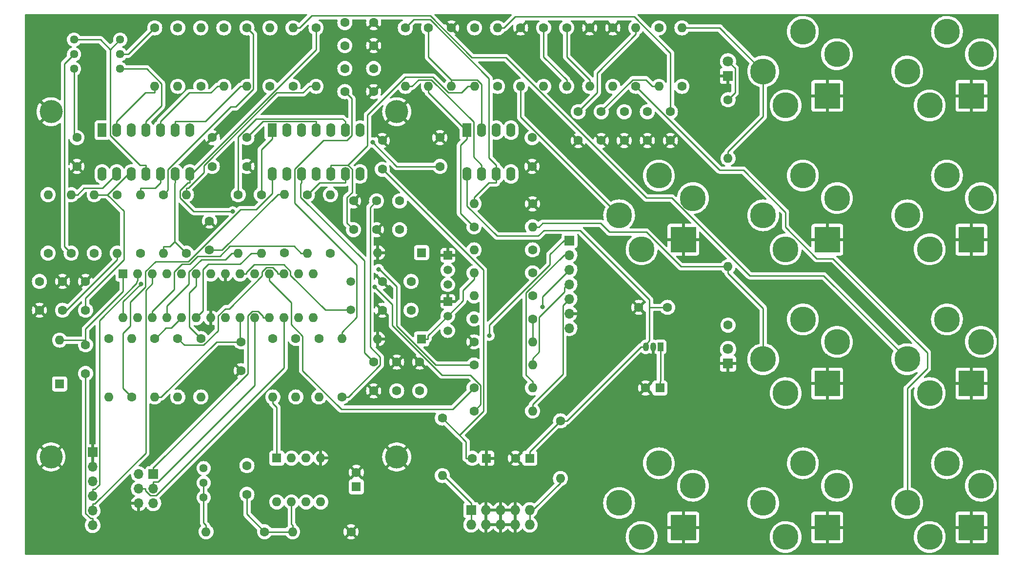
<source format=gbr>
G04 #@! TF.GenerationSoftware,KiCad,Pcbnew,(6.0.5)*
G04 #@! TF.CreationDate,2022-07-13T23:04:47-05:00*
G04 #@! TF.ProjectId,QuantizerBack,5175616e-7469-47a6-9572-4261636b2e6b,rev?*
G04 #@! TF.SameCoordinates,Original*
G04 #@! TF.FileFunction,Copper,L2,Bot*
G04 #@! TF.FilePolarity,Positive*
%FSLAX46Y46*%
G04 Gerber Fmt 4.6, Leading zero omitted, Abs format (unit mm)*
G04 Created by KiCad (PCBNEW (6.0.5)) date 2022-07-13 23:04:47*
%MOMM*%
%LPD*%
G01*
G04 APERTURE LIST*
G04 #@! TA.AperFunction,ComponentPad*
%ADD10C,4.500001*%
G04 #@! TD*
G04 #@! TA.AperFunction,ComponentPad*
%ADD11R,4.500001X4.500001*%
G04 #@! TD*
G04 #@! TA.AperFunction,ComponentPad*
%ADD12C,4.500000*%
G04 #@! TD*
G04 #@! TA.AperFunction,ComponentPad*
%ADD13R,1.800000X1.800000*%
G04 #@! TD*
G04 #@! TA.AperFunction,ComponentPad*
%ADD14C,1.800000*%
G04 #@! TD*
G04 #@! TA.AperFunction,ComponentPad*
%ADD15C,4.000000*%
G04 #@! TD*
G04 #@! TA.AperFunction,ComponentPad*
%ADD16R,1.700000X1.700000*%
G04 #@! TD*
G04 #@! TA.AperFunction,ComponentPad*
%ADD17O,1.700000X1.700000*%
G04 #@! TD*
G04 #@! TA.AperFunction,ComponentPad*
%ADD18C,1.600000*%
G04 #@! TD*
G04 #@! TA.AperFunction,ComponentPad*
%ADD19O,1.600000X1.600000*%
G04 #@! TD*
G04 #@! TA.AperFunction,ComponentPad*
%ADD20R,1.600000X1.600000*%
G04 #@! TD*
G04 #@! TA.AperFunction,ComponentPad*
%ADD21C,1.500000*%
G04 #@! TD*
G04 #@! TA.AperFunction,ComponentPad*
%ADD22R,1.600000X2.400000*%
G04 #@! TD*
G04 #@! TA.AperFunction,ComponentPad*
%ADD23O,1.600000X2.400000*%
G04 #@! TD*
G04 #@! TA.AperFunction,ComponentPad*
%ADD24C,1.440000*%
G04 #@! TD*
G04 #@! TA.AperFunction,ComponentPad*
%ADD25R,1.050000X1.500000*%
G04 #@! TD*
G04 #@! TA.AperFunction,ComponentPad*
%ADD26O,1.050000X1.500000*%
G04 #@! TD*
G04 #@! TA.AperFunction,ComponentPad*
%ADD27R,1.500000X1.500000*%
G04 #@! TD*
G04 #@! TA.AperFunction,ComponentPad*
%ADD28R,1.727200X1.727200*%
G04 #@! TD*
G04 #@! TA.AperFunction,ComponentPad*
%ADD29O,1.727200X1.727200*%
G04 #@! TD*
G04 #@! TA.AperFunction,ViaPad*
%ADD30C,0.800000*%
G04 #@! TD*
G04 #@! TA.AperFunction,Conductor*
%ADD31C,0.250000*%
G04 #@! TD*
G04 APERTURE END LIST*
D10*
G04 #@! TO.P,J8,R*
G04 #@! TO.N,N/C*
X225500000Y-106100000D03*
G04 #@! TO.P,J8,RN*
X231400000Y-110000000D03*
D11*
G04 #@! TO.P,J8,S*
G04 #@! TO.N,GND*
X229740000Y-117240000D03*
D12*
G04 #@! TO.P,J8,T*
G04 #@! TO.N,/OUTA*
X218600000Y-113000000D03*
G04 #@! TO.P,J8,TN*
G04 #@! TO.N,unconnected-(J8-PadTN)*
X222500000Y-118900000D03*
G04 #@! TD*
D13*
G04 #@! TO.P,D1,1,K*
G04 #@! TO.N,GND*
X187500000Y-113775000D03*
D14*
G04 #@! TO.P,D1,2,A*
G04 #@! TO.N,Net-(D1-Pad2)*
X187500000Y-111235000D03*
G04 #@! TD*
D10*
G04 #@! TO.P,J13,R*
G04 #@! TO.N,N/C*
X175500000Y-131100000D03*
G04 #@! TO.P,J13,RN*
X181400000Y-135000000D03*
D11*
G04 #@! TO.P,J13,S*
G04 #@! TO.N,GND*
X179740000Y-142240000D03*
D12*
G04 #@! TO.P,J13,T*
G04 #@! TO.N,/CVA*
X168600000Y-138000000D03*
G04 #@! TO.P,J13,TN*
G04 #@! TO.N,unconnected-(J13-PadTN)*
X172500000Y-143900000D03*
G04 #@! TD*
D10*
G04 #@! TO.P,J9,R*
G04 #@! TO.N,N/C*
X200500000Y-81100000D03*
G04 #@! TO.P,J9,RN*
X206400000Y-85000000D03*
D11*
G04 #@! TO.P,J9,S*
G04 #@! TO.N,GND*
X204740000Y-92240000D03*
D12*
G04 #@! TO.P,J9,T*
G04 #@! TO.N,/TRIGB*
X193600000Y-88000000D03*
G04 #@! TO.P,J9,TN*
G04 #@! TO.N,/12VJ*
X197500000Y-93900000D03*
G04 #@! TD*
D15*
G04 #@! TO.P,H4,1,1*
G04 #@! TO.N,GND*
X70000000Y-130000000D03*
G04 #@! TD*
D10*
G04 #@! TO.P,J6,R*
G04 #@! TO.N,N/C*
X200500000Y-106100000D03*
G04 #@! TO.P,J6,RN*
X206400000Y-110000000D03*
D11*
G04 #@! TO.P,J6,S*
G04 #@! TO.N,GND*
X204740000Y-117240000D03*
D12*
G04 #@! TO.P,J6,T*
G04 #@! TO.N,/GATEA*
X193600000Y-113000000D03*
G04 #@! TO.P,J6,TN*
G04 #@! TO.N,unconnected-(J6-PadTN)*
X197500000Y-118900000D03*
G04 #@! TD*
D15*
G04 #@! TO.P,H3,1,1*
G04 #@! TO.N,GND*
X130000000Y-130000000D03*
G04 #@! TD*
D10*
G04 #@! TO.P,J10,R*
G04 #@! TO.N,N/C*
X200500000Y-56100000D03*
G04 #@! TO.P,J10,RN*
X206400000Y-60000000D03*
D11*
G04 #@! TO.P,J10,S*
G04 #@! TO.N,GND*
X204740000Y-67240000D03*
D12*
G04 #@! TO.P,J10,T*
G04 #@! TO.N,/GATEB*
X193600000Y-63000000D03*
G04 #@! TO.P,J10,TN*
G04 #@! TO.N,unconnected-(J10-PadTN)*
X197500000Y-68900000D03*
G04 #@! TD*
D13*
G04 #@! TO.P,D3,1,K*
G04 #@! TO.N,GND*
X187500000Y-63775000D03*
D14*
G04 #@! TO.P,D3,2,A*
G04 #@! TO.N,Net-(D3-Pad2)*
X187500000Y-61235000D03*
G04 #@! TD*
D16*
G04 #@! TO.P,J17,1,Pin_1*
G04 #@! TO.N,/SDI*
X160000000Y-92375000D03*
D17*
G04 #@! TO.P,J17,2,Pin_2*
G04 #@! TO.N,/SLI*
X160000000Y-94915000D03*
G04 #@! TO.P,J17,3,Pin_3*
G04 #@! TO.N,/SDO*
X160000000Y-97455000D03*
G04 #@! TO.P,J17,4,Pin_4*
G04 #@! TO.N,/SLO*
X160000000Y-99995000D03*
G04 #@! TO.P,J17,5,Pin_5*
G04 #@! TO.N,/SCL*
X160000000Y-102535000D03*
G04 #@! TO.P,J17,6,Pin_6*
G04 #@! TO.N,GND*
X160000000Y-105075000D03*
G04 #@! TO.P,J17,7,Pin_7*
G04 #@! TO.N,+5V_1*
X160000000Y-107615000D03*
G04 #@! TD*
D10*
G04 #@! TO.P,J11,R*
G04 #@! TO.N,N/C*
X225500000Y-81100000D03*
G04 #@! TO.P,J11,RN*
X231400000Y-85000000D03*
D11*
G04 #@! TO.P,J11,S*
G04 #@! TO.N,GND*
X229740000Y-92240000D03*
D12*
G04 #@! TO.P,J11,T*
G04 #@! TO.N,/INB*
X218600000Y-88000000D03*
G04 #@! TO.P,J11,TN*
G04 #@! TO.N,unconnected-(J11-PadTN)*
X222500000Y-93900000D03*
G04 #@! TD*
D10*
G04 #@! TO.P,J5,R*
G04 #@! TO.N,N/C*
X200500000Y-131100000D03*
G04 #@! TO.P,J5,RN*
X206400000Y-135000000D03*
D11*
G04 #@! TO.P,J5,S*
G04 #@! TO.N,GND*
X204740000Y-142240000D03*
D12*
G04 #@! TO.P,J5,T*
G04 #@! TO.N,/TRIGA*
X193600000Y-138000000D03*
G04 #@! TO.P,J5,TN*
G04 #@! TO.N,/12V*
X197500000Y-143900000D03*
G04 #@! TD*
D15*
G04 #@! TO.P,H2,1,1*
G04 #@! TO.N,GND*
X70000000Y-70000000D03*
G04 #@! TD*
G04 #@! TO.P,H1,1,1*
G04 #@! TO.N,GND*
X130000000Y-70000000D03*
G04 #@! TD*
D10*
G04 #@! TO.P,J14,R*
G04 #@! TO.N,N/C*
X175500000Y-81100000D03*
G04 #@! TO.P,J14,RN*
X181400000Y-85000000D03*
D11*
G04 #@! TO.P,J14,S*
G04 #@! TO.N,GND*
X179740000Y-92240000D03*
D12*
G04 #@! TO.P,J14,T*
G04 #@! TO.N,/CVB*
X168600000Y-88000000D03*
G04 #@! TO.P,J14,TN*
G04 #@! TO.N,unconnected-(J14-PadTN)*
X172500000Y-93900000D03*
G04 #@! TD*
D10*
G04 #@! TO.P,J7,R*
G04 #@! TO.N,N/C*
X225500000Y-131100000D03*
G04 #@! TO.P,J7,RN*
X231400000Y-135000000D03*
D11*
G04 #@! TO.P,J7,S*
G04 #@! TO.N,GND*
X229740000Y-142240000D03*
D12*
G04 #@! TO.P,J7,T*
G04 #@! TO.N,/INA*
X218600000Y-138000000D03*
G04 #@! TO.P,J7,TN*
G04 #@! TO.N,unconnected-(J7-PadTN)*
X222500000Y-143900000D03*
G04 #@! TD*
D10*
G04 #@! TO.P,J12,R*
G04 #@! TO.N,N/C*
X225500000Y-56100000D03*
G04 #@! TO.P,J12,RN*
X231400000Y-60000000D03*
D11*
G04 #@! TO.P,J12,S*
G04 #@! TO.N,GND*
X229740000Y-67240000D03*
D12*
G04 #@! TO.P,J12,T*
G04 #@! TO.N,/OUTB*
X218600000Y-63000000D03*
G04 #@! TO.P,J12,TN*
G04 #@! TO.N,unconnected-(J12-PadTN)*
X222500000Y-68900000D03*
G04 #@! TD*
D18*
G04 #@! TO.P,R70,1*
G04 #@! TO.N,Net-(R68-Pad2)*
X69500000Y-94580000D03*
D19*
G04 #@! TO.P,R70,2*
G04 #@! TO.N,Net-(R70-Pad2)*
X69500000Y-84420000D03*
G04 #@! TD*
D18*
G04 #@! TO.P,C33,1*
G04 #@! TO.N,GND*
X72000000Y-99500000D03*
G04 #@! TO.P,C33,2*
G04 #@! TO.N,Net-(C33-Pad2)*
X72000000Y-104500000D03*
G04 #@! TD*
G04 #@! TO.P,R75,1*
G04 #@! TO.N,Net-(C32-Pad2)*
X100000000Y-55420000D03*
D19*
G04 #@! TO.P,R75,2*
G04 #@! TO.N,Net-(C34-Pad2)*
X100000000Y-65580000D03*
G04 #@! TD*
D18*
G04 #@! TO.P,R2,1*
G04 #@! TO.N,Net-(R2-Pad1)*
X96000000Y-109420000D03*
D19*
G04 #@! TO.P,R2,2*
G04 #@! TO.N,/SDI*
X96000000Y-119580000D03*
G04 #@! TD*
D20*
G04 #@! TO.P,D5,1,K*
G04 #@! TO.N,Net-(D5-Pad1)*
X134310000Y-94500000D03*
D19*
G04 #@! TO.P,D5,2,A*
G04 #@! TO.N,GND*
X126690000Y-94500000D03*
G04 #@! TD*
D20*
G04 #@! TO.P,U1,1,~{RESET}/PC6*
G04 #@! TO.N,/RESET*
X82500000Y-98200000D03*
D19*
G04 #@! TO.P,U1,2,PD0*
G04 #@! TO.N,/RX*
X85040000Y-98200000D03*
G04 #@! TO.P,U1,3,PD1*
G04 #@! TO.N,/TX*
X87580000Y-98200000D03*
G04 #@! TO.P,U1,4,PD2*
G04 #@! TO.N,/DINA*
X90120000Y-98200000D03*
G04 #@! TO.P,U1,5,PD3*
G04 #@! TO.N,/DINB*
X92660000Y-98200000D03*
G04 #@! TO.P,U1,6,PD4*
G04 #@! TO.N,Net-(R2-Pad1)*
X95200000Y-98200000D03*
G04 #@! TO.P,U1,7,VCC*
G04 #@! TO.N,+5VD*
X97740000Y-98200000D03*
G04 #@! TO.P,U1,8,GND*
G04 #@! TO.N,GND*
X100280000Y-98200000D03*
G04 #@! TO.P,U1,9,XTAL1/PB6*
G04 #@! TO.N,Net-(C3-Pad1)*
X102820000Y-98200000D03*
G04 #@! TO.P,U1,10,XTAL2/PB7*
G04 #@! TO.N,Net-(C4-Pad1)*
X105360000Y-98200000D03*
G04 #@! TO.P,U1,11,PD5*
G04 #@! TO.N,Net-(R3-Pad1)*
X107900000Y-98200000D03*
G04 #@! TO.P,U1,12,PD6*
G04 #@! TO.N,Net-(R4-Pad1)*
X110440000Y-98200000D03*
G04 #@! TO.P,U1,13,PD7*
G04 #@! TO.N,Net-(R5-Pad1)*
X112980000Y-98200000D03*
G04 #@! TO.P,U1,14,PB0*
G04 #@! TO.N,Net-(R1-Pad1)*
X115520000Y-98200000D03*
G04 #@! TO.P,U1,15,PB1*
G04 #@! TO.N,/OC1A*
X115520000Y-105820000D03*
G04 #@! TO.P,U1,16,PB2*
G04 #@! TO.N,/OC1B*
X112980000Y-105820000D03*
G04 #@! TO.P,U1,17,PB3*
G04 #@! TO.N,/MOSI*
X110440000Y-105820000D03*
G04 #@! TO.P,U1,18,PB4*
G04 #@! TO.N,/MISO*
X107900000Y-105820000D03*
G04 #@! TO.P,U1,19,PB5*
G04 #@! TO.N,/SCK*
X105360000Y-105820000D03*
G04 #@! TO.P,U1,20,AVCC*
G04 #@! TO.N,+5VD*
X102820000Y-105820000D03*
G04 #@! TO.P,U1,21,AREF*
G04 #@! TO.N,unconnected-(U1-Pad21)*
X100280000Y-105820000D03*
G04 #@! TO.P,U1,22,GND*
G04 #@! TO.N,GND*
X97740000Y-105820000D03*
G04 #@! TO.P,U1,23,PC0*
G04 #@! TO.N,/ADC0*
X95200000Y-105820000D03*
G04 #@! TO.P,U1,24,PC1*
G04 #@! TO.N,/ADC1*
X92660000Y-105820000D03*
G04 #@! TO.P,U1,25,PC2*
G04 #@! TO.N,/ADC2*
X90120000Y-105820000D03*
G04 #@! TO.P,U1,26,PC3*
G04 #@! TO.N,/ADC3*
X87580000Y-105820000D03*
G04 #@! TO.P,U1,27,PC4*
G04 #@! TO.N,/DOUTA*
X85040000Y-105820000D03*
G04 #@! TO.P,U1,28,PC5*
G04 #@! TO.N,/DOUTB*
X82500000Y-105820000D03*
G04 #@! TD*
D21*
G04 #@! TO.P,Y1,1,1*
G04 #@! TO.N,Net-(C4-Pad1)*
X122000000Y-99550000D03*
G04 #@! TO.P,Y1,2,2*
G04 #@! TO.N,Net-(C3-Pad1)*
X122000000Y-104430000D03*
G04 #@! TD*
D18*
G04 #@! TO.P,R79,1*
G04 #@! TO.N,Net-(R77-Pad2)*
X143420000Y-90000000D03*
D19*
G04 #@! TO.P,R79,2*
G04 #@! TO.N,/GATEA*
X153580000Y-90000000D03*
G04 #@! TD*
D22*
G04 #@! TO.P,U6,1*
G04 #@! TO.N,Net-(R53-Pad1)*
X108375000Y-73200000D03*
D23*
G04 #@! TO.P,U6,2,-*
X110915000Y-73200000D03*
G04 #@! TO.P,U6,3,+*
G04 #@! TO.N,Net-(C18-Pad2)*
X113455000Y-73200000D03*
G04 #@! TO.P,U6,4,V+*
G04 #@! TO.N,+12V_1*
X115995000Y-73200000D03*
G04 #@! TO.P,U6,5,+*
G04 #@! TO.N,Net-(C19-Pad2)*
X118535000Y-73200000D03*
G04 #@! TO.P,U6,6,-*
G04 #@! TO.N,Net-(R54-Pad1)*
X121075000Y-73200000D03*
G04 #@! TO.P,U6,7*
X123615000Y-73200000D03*
G04 #@! TO.P,U6,8*
G04 #@! TO.N,Net-(R55-Pad1)*
X123615000Y-80820000D03*
G04 #@! TO.P,U6,9,-*
X121075000Y-80820000D03*
G04 #@! TO.P,U6,10,+*
G04 #@! TO.N,Net-(C20-Pad2)*
X118535000Y-80820000D03*
G04 #@! TO.P,U6,11,V-*
G04 #@! TO.N,-12V_1*
X115995000Y-80820000D03*
G04 #@! TO.P,U6,12,+*
G04 #@! TO.N,Net-(C21-Pad2)*
X113455000Y-80820000D03*
G04 #@! TO.P,U6,13,-*
G04 #@! TO.N,Net-(R56-Pad1)*
X110915000Y-80820000D03*
G04 #@! TO.P,U6,14*
X108375000Y-80820000D03*
G04 #@! TD*
D20*
G04 #@! TO.P,C39,1*
G04 #@! TO.N,+5VD*
X123000000Y-135182400D03*
D18*
G04 #@! TO.P,C39,2*
G04 #@! TO.N,GND*
X123000000Y-132682400D03*
G04 #@! TD*
G04 #@! TO.P,L1,1*
G04 #@! TO.N,+12V_1*
X158420000Y-123730000D03*
D19*
G04 #@! TO.P,L1,2*
G04 #@! TO.N,Net-(J15-Pad10)*
X158420000Y-133730000D03*
G04 #@! TD*
D18*
G04 #@! TO.P,R62,1*
G04 #@! TO.N,/OC1B*
X112500000Y-109420000D03*
D19*
G04 #@! TO.P,R62,2*
G04 #@! TO.N,Net-(C27-Pad2)*
X112500000Y-119580000D03*
G04 #@! TD*
D18*
G04 #@! TO.P,C20,1*
G04 #@! TO.N,GND*
X122500000Y-85500000D03*
G04 #@! TO.P,C20,2*
G04 #@! TO.N,Net-(C20-Pad2)*
X122500000Y-90500000D03*
G04 #@! TD*
G04 #@! TO.P,R63,1*
G04 #@! TO.N,Net-(C26-Pad2)*
X120500000Y-119580000D03*
D19*
G04 #@! TO.P,R63,2*
G04 #@! TO.N,Net-(C28-Pad2)*
X120500000Y-109420000D03*
G04 #@! TD*
D18*
G04 #@! TO.P,C21,1*
G04 #@! TO.N,GND*
X126000000Y-118500000D03*
G04 #@! TO.P,C21,2*
G04 #@! TO.N,Net-(C21-Pad2)*
X126000000Y-113500000D03*
G04 #@! TD*
G04 #@! TO.P,R53,1*
G04 #@! TO.N,Net-(R53-Pad1)*
X106500000Y-84420000D03*
D19*
G04 #@! TO.P,R53,2*
G04 #@! TO.N,/ADC0*
X106500000Y-94580000D03*
G04 #@! TD*
D22*
G04 #@! TO.P,U7,1*
G04 #@! TO.N,Net-(R69-Pad2)*
X78875000Y-73200000D03*
D23*
G04 #@! TO.P,U7,2,-*
G04 #@! TO.N,Net-(R67-Pad2)*
X81415000Y-73200000D03*
G04 #@! TO.P,U7,3,+*
G04 #@! TO.N,Net-(C28-Pad2)*
X83955000Y-73200000D03*
G04 #@! TO.P,U7,4,V+*
G04 #@! TO.N,+12V_1*
X86495000Y-73200000D03*
G04 #@! TO.P,U7,5,+*
G04 #@! TO.N,Net-(C34-Pad2)*
X89035000Y-73200000D03*
G04 #@! TO.P,U7,6,-*
G04 #@! TO.N,Net-(C36-Pad2)*
X91575000Y-73200000D03*
G04 #@! TO.P,U7,7*
G04 #@! TO.N,Net-(C36-Pad1)*
X94115000Y-73200000D03*
G04 #@! TO.P,U7,8*
G04 #@! TO.N,Net-(C37-Pad1)*
X94115000Y-80820000D03*
G04 #@! TO.P,U7,9,-*
G04 #@! TO.N,Net-(C37-Pad2)*
X91575000Y-80820000D03*
G04 #@! TO.P,U7,10,+*
G04 #@! TO.N,Net-(C35-Pad2)*
X89035000Y-80820000D03*
G04 #@! TO.P,U7,11,V-*
G04 #@! TO.N,-12V_1*
X86495000Y-80820000D03*
G04 #@! TO.P,U7,12,+*
G04 #@! TO.N,Net-(C29-Pad2)*
X83955000Y-80820000D03*
G04 #@! TO.P,U7,13,-*
G04 #@! TO.N,Net-(R68-Pad2)*
X81415000Y-80820000D03*
G04 #@! TO.P,U7,14*
G04 #@! TO.N,Net-(R70-Pad2)*
X78875000Y-80820000D03*
G04 #@! TD*
D18*
G04 #@! TO.P,R55,1*
G04 #@! TO.N,Net-(R55-Pad1)*
X114500000Y-84420000D03*
D19*
G04 #@! TO.P,R55,2*
G04 #@! TO.N,/ADC3*
X114500000Y-94580000D03*
G04 #@! TD*
D18*
G04 #@! TO.P,R85,1*
G04 #@! TO.N,Net-(C38-Pad2)*
X107080000Y-143000000D03*
D19*
G04 #@! TO.P,R85,2*
G04 #@! TO.N,Net-(R85-Pad2)*
X96920000Y-143000000D03*
G04 #@! TD*
D18*
G04 #@! TO.P,C38,1*
G04 #@! TO.N,+5VD*
X104000000Y-131500000D03*
G04 #@! TO.P,C38,2*
G04 #@! TO.N,Net-(C38-Pad2)*
X104000000Y-136500000D03*
G04 #@! TD*
G04 #@! TO.P,R68,1*
G04 #@! TO.N,Net-(R68-Pad1)*
X73500000Y-94580000D03*
D19*
G04 #@! TO.P,R68,2*
G04 #@! TO.N,Net-(R68-Pad2)*
X73500000Y-84420000D03*
G04 #@! TD*
D18*
G04 #@! TO.P,R7,1*
G04 #@! TO.N,Net-(D1-Pad2)*
X187500000Y-107080000D03*
D19*
G04 #@! TO.P,R7,2*
G04 #@! TO.N,/GATEA*
X187500000Y-96920000D03*
G04 #@! TD*
D18*
G04 #@! TO.P,R82,1*
G04 #@! TO.N,+5V_1*
X89500000Y-84420000D03*
D19*
G04 #@! TO.P,R82,2*
G04 #@! TO.N,Net-(C37-Pad2)*
X89500000Y-94580000D03*
G04 #@! TD*
D24*
G04 #@! TO.P,RV1,1,1*
G04 #@! TO.N,+12V_1*
X82000000Y-62550000D03*
G04 #@! TO.P,RV1,2,2*
G04 #@! TO.N,Net-(R67-Pad1)*
X82000000Y-60010000D03*
G04 #@! TO.P,RV1,3,3*
G04 #@! TO.N,-12V_1*
X82000000Y-57470000D03*
G04 #@! TD*
D20*
G04 #@! TO.P,C24,1*
G04 #@! TO.N,+12V_1*
X153102400Y-130230000D03*
D18*
G04 #@! TO.P,C24,2*
G04 #@! TO.N,GND*
X150602400Y-130230000D03*
G04 #@! TD*
D24*
G04 #@! TO.P,RV2,1,1*
G04 #@! TO.N,+12V_1*
X74000000Y-62550000D03*
G04 #@! TO.P,RV2,2,2*
G04 #@! TO.N,Net-(R68-Pad1)*
X74000000Y-60010000D03*
G04 #@! TO.P,RV2,3,3*
G04 #@! TO.N,-12V_1*
X74000000Y-57470000D03*
G04 #@! TD*
D18*
G04 #@! TO.P,C26,1*
G04 #@! TO.N,GND*
X126500000Y-90500000D03*
G04 #@! TO.P,C26,2*
G04 #@! TO.N,Net-(C26-Pad2)*
X126500000Y-85500000D03*
G04 #@! TD*
G04 #@! TO.P,R42,1*
G04 #@! TO.N,GND*
X163500000Y-55420000D03*
D19*
G04 #@! TO.P,R42,2*
G04 #@! TO.N,/INB*
X163500000Y-65580000D03*
G04 #@! TD*
D18*
G04 #@! TO.P,C18,1*
G04 #@! TO.N,GND*
X165500000Y-75000000D03*
G04 #@! TO.P,C18,2*
G04 #@! TO.N,Net-(C18-Pad2)*
X165500000Y-70000000D03*
G04 #@! TD*
G04 #@! TO.P,R88,1*
G04 #@! TO.N,Net-(C37-Pad1)*
X116000000Y-55420000D03*
D19*
G04 #@! TO.P,R88,2*
G04 #@! TO.N,/OUTB*
X116000000Y-65580000D03*
G04 #@! TD*
D18*
G04 #@! TO.P,C30,1*
G04 #@! TO.N,+12V_1*
X177000000Y-104000000D03*
G04 #@! TO.P,C30,2*
G04 #@! TO.N,GND*
X172000000Y-104000000D03*
G04 #@! TD*
G04 #@! TO.P,C34,1*
G04 #@! TO.N,GND*
X126000000Y-58500000D03*
G04 #@! TO.P,C34,2*
G04 #@! TO.N,Net-(C34-Pad2)*
X121000000Y-58500000D03*
G04 #@! TD*
G04 #@! TO.P,L2,1*
G04 #@! TO.N,-12V_1*
X137920000Y-123230000D03*
D19*
G04 #@! TO.P,L2,2*
G04 #@! TO.N,Net-(J15-Pad1)*
X137920000Y-133230000D03*
G04 #@! TD*
D18*
G04 #@! TO.P,C19,1*
G04 #@! TO.N,GND*
X173500000Y-75000000D03*
G04 #@! TO.P,C19,2*
G04 #@! TO.N,Net-(C19-Pad2)*
X173500000Y-70000000D03*
G04 #@! TD*
G04 #@! TO.P,R69,1*
G04 #@! TO.N,Net-(R67-Pad2)*
X92000000Y-55420000D03*
D19*
G04 #@! TO.P,R69,2*
G04 #@! TO.N,Net-(R69-Pad2)*
X92000000Y-65580000D03*
G04 #@! TD*
D25*
G04 #@! TO.P,U9,1,VO*
G04 #@! TO.N,+5V_1*
X175770000Y-110860000D03*
D26*
G04 #@! TO.P,U9,2,GND*
G04 #@! TO.N,GND*
X174500000Y-110860000D03*
G04 #@! TO.P,U9,3,VI*
G04 #@! TO.N,+12V_1*
X173230000Y-110860000D03*
G04 #@! TD*
D18*
G04 #@! TO.P,R83,1*
G04 #@! TO.N,Net-(C36-Pad2)*
X108000000Y-65580000D03*
D19*
G04 #@! TO.P,R83,2*
G04 #@! TO.N,/OUTA*
X108000000Y-55420000D03*
G04 #@! TD*
D18*
G04 #@! TO.P,R64,1*
G04 #@! TO.N,Net-(C27-Pad2)*
X77500000Y-94580000D03*
D19*
G04 #@! TO.P,R64,2*
G04 #@! TO.N,Net-(C29-Pad2)*
X77500000Y-84420000D03*
G04 #@! TD*
D18*
G04 #@! TO.P,R87,1*
G04 #@! TO.N,Net-(C36-Pad1)*
X112000000Y-65580000D03*
D19*
G04 #@! TO.P,R87,2*
G04 #@! TO.N,/OUTA*
X112000000Y-55420000D03*
G04 #@! TD*
D18*
G04 #@! TO.P,C14,1*
G04 #@! TO.N,GND*
X177500000Y-75000000D03*
G04 #@! TO.P,C14,2*
G04 #@! TO.N,Net-(C14-Pad2)*
X177500000Y-70000000D03*
G04 #@! TD*
G04 #@! TO.P,R81,1*
G04 #@! TO.N,+5V_1*
X104000000Y-55420000D03*
D19*
G04 #@! TO.P,R81,2*
G04 #@! TO.N,Net-(C36-Pad2)*
X104000000Y-65580000D03*
G04 #@! TD*
D18*
G04 #@! TO.P,R1,1*
G04 #@! TO.N,Net-(R1-Pad1)*
X143420000Y-122000000D03*
D19*
G04 #@! TO.P,R1,2*
G04 #@! TO.N,/SCL*
X153580000Y-122000000D03*
G04 #@! TD*
D18*
G04 #@! TO.P,R44,1*
G04 #@! TO.N,GND*
X143420000Y-110000000D03*
D19*
G04 #@! TO.P,R44,2*
G04 #@! TO.N,/CVA*
X153580000Y-110000000D03*
G04 #@! TD*
D16*
G04 #@! TO.P,J1,1,Pin_1*
G04 #@! TO.N,/MISO*
X87775000Y-132975000D03*
D17*
G04 #@! TO.P,J1,2,Pin_2*
G04 #@! TO.N,+5VD*
X85235000Y-132975000D03*
G04 #@! TO.P,J1,3,Pin_3*
G04 #@! TO.N,/SCK*
X87775000Y-135515000D03*
G04 #@! TO.P,J1,4,Pin_4*
G04 #@! TO.N,/MOSI*
X85235000Y-135515000D03*
G04 #@! TO.P,J1,5,Pin_5*
G04 #@! TO.N,/RESET*
X87775000Y-138055000D03*
G04 #@! TO.P,J1,6,Pin_6*
G04 #@! TO.N,GND*
X85235000Y-138055000D03*
G04 #@! TD*
D18*
G04 #@! TO.P,R66,1*
G04 #@! TO.N,/TRIGB*
X153580000Y-94000000D03*
D19*
G04 #@! TO.P,R66,2*
G04 #@! TO.N,Net-(D5-Pad1)*
X143420000Y-94000000D03*
G04 #@! TD*
D20*
G04 #@! TO.P,U10,1,OUT*
G04 #@! TO.N,+5VD*
X109200000Y-130200000D03*
D19*
G04 #@! TO.P,U10,2,SENSE*
G04 #@! TO.N,unconnected-(U10-Pad2)*
X111740000Y-130200000D03*
G04 #@! TO.P,U10,3,SHUTDOWN*
G04 #@! TO.N,unconnected-(U10-Pad3)*
X114280000Y-130200000D03*
G04 #@! TO.P,U10,4,GND*
G04 #@! TO.N,GND*
X116820000Y-130200000D03*
G04 #@! TO.P,U10,5,~{ERROR}*
G04 #@! TO.N,unconnected-(U10-Pad5)*
X116820000Y-137820000D03*
G04 #@! TO.P,U10,6,VTAP*
G04 #@! TO.N,unconnected-(U10-Pad6)*
X114280000Y-137820000D03*
G04 #@! TO.P,U10,7,FEEDBACK*
G04 #@! TO.N,Net-(C38-Pad2)*
X111740000Y-137820000D03*
G04 #@! TO.P,U10,8,IN*
G04 #@! TO.N,+12V_1*
X109200000Y-137820000D03*
G04 #@! TD*
D18*
G04 #@! TO.P,R67,1*
G04 #@! TO.N,Net-(R67-Pad1)*
X88000000Y-55420000D03*
D19*
G04 #@! TO.P,R67,2*
G04 #@! TO.N,Net-(R67-Pad2)*
X88000000Y-65580000D03*
G04 #@! TD*
D18*
G04 #@! TO.P,R6,1*
G04 #@! TO.N,/RESET*
X108500000Y-109420000D03*
D19*
G04 #@! TO.P,R6,2*
G04 #@! TO.N,+5VD*
X108500000Y-119580000D03*
G04 #@! TD*
D18*
G04 #@! TO.P,C35,1*
G04 #@! TO.N,GND*
X68000000Y-104500000D03*
G04 #@! TO.P,C35,2*
G04 #@! TO.N,Net-(C35-Pad2)*
X68000000Y-99500000D03*
G04 #@! TD*
G04 #@! TO.P,R80,1*
G04 #@! TO.N,Net-(R78-Pad2)*
X179500000Y-65580000D03*
D19*
G04 #@! TO.P,R80,2*
G04 #@! TO.N,/GATEB*
X179500000Y-55420000D03*
G04 #@! TD*
D18*
G04 #@! TO.P,R50,1*
G04 #@! TO.N,Net-(C13-Pad2)*
X155500000Y-55420000D03*
D19*
G04 #@! TO.P,R50,2*
G04 #@! TO.N,Net-(C19-Pad2)*
X155500000Y-65580000D03*
G04 #@! TD*
D16*
G04 #@! TO.P,J2,1,Pin_1*
G04 #@! TO.N,GND*
X77235000Y-129165000D03*
D17*
G04 #@! TO.P,J2,2,Pin_2*
X77235000Y-131705000D03*
G04 #@! TO.P,J2,3,Pin_3*
G04 #@! TO.N,+5VD*
X77235000Y-134245000D03*
G04 #@! TO.P,J2,4,Pin_4*
G04 #@! TO.N,/RX*
X77235000Y-136785000D03*
G04 #@! TO.P,J2,5,Pin_5*
G04 #@! TO.N,/TX*
X77235000Y-139325000D03*
G04 #@! TO.P,J2,6,Pin_6*
G04 #@! TO.N,Net-(C5-Pad2)*
X77235000Y-141865000D03*
G04 #@! TD*
D18*
G04 #@! TO.P,R56,1*
G04 #@! TO.N,Net-(R56-Pad1)*
X84000000Y-119580000D03*
D19*
G04 #@! TO.P,R56,2*
G04 #@! TO.N,/ADC1*
X84000000Y-109420000D03*
G04 #@! TD*
D18*
G04 #@! TO.P,R52,1*
G04 #@! TO.N,Net-(C15-Pad2)*
X153580000Y-102000000D03*
D19*
G04 #@! TO.P,R52,2*
G04 #@! TO.N,Net-(C21-Pad2)*
X143420000Y-102000000D03*
G04 #@! TD*
D18*
G04 #@! TO.P,R41,1*
G04 #@! TO.N,GND*
X167500000Y-55420000D03*
D19*
G04 #@! TO.P,R41,2*
G04 #@! TO.N,/INA*
X167500000Y-65580000D03*
G04 #@! TD*
D18*
G04 #@! TO.P,R51,1*
G04 #@! TO.N,Net-(C14-Pad2)*
X143500000Y-55420000D03*
D19*
G04 #@! TO.P,R51,2*
G04 #@! TO.N,Net-(C20-Pad2)*
X143500000Y-65580000D03*
G04 #@! TD*
D18*
G04 #@! TO.P,R45,1*
G04 #@! TO.N,/INA*
X171500000Y-65580000D03*
D19*
G04 #@! TO.P,R45,2*
G04 #@! TO.N,Net-(C12-Pad2)*
X171500000Y-55420000D03*
G04 #@! TD*
D18*
G04 #@! TO.P,C1,1*
G04 #@! TO.N,GND*
X97500000Y-89000000D03*
G04 #@! TO.P,C1,2*
G04 #@! TO.N,+5VD*
X97500000Y-94000000D03*
G04 #@! TD*
G04 #@! TO.P,C37,1*
G04 #@! TO.N,Net-(C37-Pad1)*
X130500000Y-90500000D03*
G04 #@! TO.P,C37,2*
G04 #@! TO.N,Net-(C37-Pad2)*
X130500000Y-85500000D03*
G04 #@! TD*
G04 #@! TO.P,C32,1*
G04 #@! TO.N,GND*
X126000000Y-54500000D03*
G04 #@! TO.P,C32,2*
G04 #@! TO.N,Net-(C32-Pad2)*
X121000000Y-54500000D03*
G04 #@! TD*
G04 #@! TO.P,R46,1*
G04 #@! TO.N,/INB*
X159500000Y-55420000D03*
D19*
G04 #@! TO.P,R46,2*
G04 #@! TO.N,Net-(C13-Pad2)*
X159500000Y-65580000D03*
G04 #@! TD*
D18*
G04 #@! TO.P,R58,1*
G04 #@! TO.N,/ADC2*
X80000000Y-109420000D03*
D19*
G04 #@! TO.P,R58,2*
G04 #@! TO.N,+5VD*
X80000000Y-119580000D03*
G04 #@! TD*
D20*
G04 #@! TO.P,C31,1*
G04 #@! TO.N,+5V_1*
X175682400Y-118000000D03*
D18*
G04 #@! TO.P,C31,2*
G04 #@! TO.N,GND*
X173182400Y-118000000D03*
G04 #@! TD*
G04 #@! TO.P,R47,1*
G04 #@! TO.N,/CVB*
X147500000Y-65580000D03*
D19*
G04 #@! TO.P,R47,2*
G04 #@! TO.N,Net-(C14-Pad2)*
X147500000Y-55420000D03*
G04 #@! TD*
D18*
G04 #@! TO.P,R72,1*
G04 #@! TO.N,Net-(R70-Pad2)*
X81500000Y-84420000D03*
D19*
G04 #@! TO.P,R72,2*
G04 #@! TO.N,Net-(C33-Pad2)*
X81500000Y-94580000D03*
G04 #@! TD*
D22*
G04 #@! TO.P,U8,1*
G04 #@! TO.N,Net-(R77-Pad2)*
X142200000Y-73200000D03*
D23*
G04 #@! TO.P,U8,2,-*
G04 #@! TO.N,Net-(R73-Pad2)*
X144740000Y-73200000D03*
G04 #@! TO.P,U8,3,+*
G04 #@! TO.N,/DOUTA*
X147280000Y-73200000D03*
G04 #@! TO.P,U8,4,V-*
G04 #@! TO.N,-12V_1*
X149820000Y-73200000D03*
G04 #@! TO.P,U8,5,+*
G04 #@! TO.N,/DOUTB*
X149820000Y-80820000D03*
G04 #@! TO.P,U8,6,-*
G04 #@! TO.N,Net-(R74-Pad2)*
X147280000Y-80820000D03*
G04 #@! TO.P,U8,7*
G04 #@! TO.N,Net-(R78-Pad2)*
X144740000Y-80820000D03*
G04 #@! TO.P,U8,8,V+*
G04 #@! TO.N,+12V_1*
X142200000Y-80820000D03*
G04 #@! TD*
D18*
G04 #@! TO.P,R57,1*
G04 #@! TO.N,/ADC0*
X110500000Y-94500000D03*
D19*
G04 #@! TO.P,R57,2*
G04 #@! TO.N,+5VD*
X110500000Y-84340000D03*
G04 #@! TD*
D18*
G04 #@! TO.P,R59,1*
G04 #@! TO.N,/ADC3*
X118500000Y-94580000D03*
D19*
G04 #@! TO.P,R59,2*
G04 #@! TO.N,+5VD*
X118500000Y-84420000D03*
G04 #@! TD*
D18*
G04 #@! TO.P,C3,1*
G04 #@! TO.N,Net-(C3-Pad1)*
X132500000Y-104500000D03*
G04 #@! TO.P,C3,2*
G04 #@! TO.N,GND*
X127500000Y-104500000D03*
G04 #@! TD*
G04 #@! TO.P,R71,1*
G04 #@! TO.N,Net-(R69-Pad2)*
X96000000Y-65580000D03*
D19*
G04 #@! TO.P,R71,2*
G04 #@! TO.N,Net-(C32-Pad2)*
X96000000Y-55420000D03*
G04 #@! TD*
D18*
G04 #@! TO.P,C36,1*
G04 #@! TO.N,Net-(C36-Pad1)*
X126000000Y-62500000D03*
G04 #@! TO.P,C36,2*
G04 #@! TO.N,Net-(C36-Pad2)*
X121000000Y-62500000D03*
G04 #@! TD*
D24*
G04 #@! TO.P,RV3,1,1*
G04 #@! TO.N,+5VD*
X96500000Y-131950000D03*
G04 #@! TO.P,RV3,2,2*
G04 #@! TO.N,Net-(R85-Pad2)*
X96500000Y-134490000D03*
G04 #@! TO.P,RV3,3,3*
X96500000Y-137030000D03*
G04 #@! TD*
D18*
G04 #@! TO.P,C5,1*
G04 #@! TO.N,/RESET*
X76000000Y-110500000D03*
G04 #@! TO.P,C5,2*
G04 #@! TO.N,Net-(C5-Pad2)*
X76000000Y-115500000D03*
G04 #@! TD*
G04 #@! TO.P,C23,1*
G04 #@! TO.N,-12V_1*
X153500000Y-74500000D03*
G04 #@! TO.P,C23,2*
G04 #@! TO.N,GND*
X153500000Y-79500000D03*
G04 #@! TD*
G04 #@! TO.P,R4,1*
G04 #@! TO.N,Net-(R4-Pad1)*
X92000000Y-109420000D03*
D19*
G04 #@! TO.P,R4,2*
G04 #@! TO.N,/SDO*
X92000000Y-119580000D03*
G04 #@! TD*
D18*
G04 #@! TO.P,R76,1*
G04 #@! TO.N,Net-(C33-Pad2)*
X85500000Y-94580000D03*
D19*
G04 #@! TO.P,R76,2*
G04 #@! TO.N,Net-(C35-Pad2)*
X85500000Y-84420000D03*
G04 #@! TD*
D18*
G04 #@! TO.P,R86,1*
G04 #@! TO.N,GND*
X122080000Y-143000000D03*
D19*
G04 #@! TO.P,R86,2*
G04 #@! TO.N,Net-(C38-Pad2)*
X111920000Y-143000000D03*
G04 #@! TD*
D18*
G04 #@! TO.P,C22,1*
G04 #@! TO.N,+12V_1*
X137500000Y-79500000D03*
G04 #@! TO.P,C22,2*
G04 #@! TO.N,GND*
X137500000Y-74500000D03*
G04 #@! TD*
D27*
G04 #@! TO.P,Q2,1,E*
G04 #@! TO.N,GND*
X138860000Y-94960000D03*
D21*
G04 #@! TO.P,Q2,2,B*
G04 #@! TO.N,Net-(D5-Pad1)*
X138860000Y-97500000D03*
G04 #@! TO.P,Q2,3,C*
G04 #@! TO.N,/DINB*
X138860000Y-100040000D03*
G04 #@! TD*
D18*
G04 #@! TO.P,R74,1*
G04 #@! TO.N,GND*
X153580000Y-86000000D03*
D19*
G04 #@! TO.P,R74,2*
G04 #@! TO.N,Net-(R74-Pad2)*
X143420000Y-86000000D03*
G04 #@! TD*
D18*
G04 #@! TO.P,C27,1*
G04 #@! TO.N,GND*
X134000000Y-113500000D03*
G04 #@! TO.P,C27,2*
G04 #@! TO.N,Net-(C27-Pad2)*
X134000000Y-118500000D03*
G04 #@! TD*
G04 #@! TO.P,C2,1*
G04 #@! TO.N,+5VD*
X103000000Y-110000000D03*
G04 #@! TO.P,C2,2*
G04 #@! TO.N,GND*
X103000000Y-115000000D03*
G04 #@! TD*
G04 #@! TO.P,R43,1*
G04 #@! TO.N,GND*
X151500000Y-55420000D03*
D19*
G04 #@! TO.P,R43,2*
G04 #@! TO.N,/CVB*
X151500000Y-65580000D03*
G04 #@! TD*
D28*
G04 #@! TO.P,J15,1,-12V*
G04 #@! TO.N,Net-(J15-Pad1)*
X142920000Y-139230000D03*
D29*
G04 #@! TO.P,J15,2,-12V*
X142920000Y-141770000D03*
G04 #@! TO.P,J15,3,GND*
G04 #@! TO.N,GND*
X145460000Y-139230000D03*
G04 #@! TO.P,J15,4,GND*
X145460000Y-141770000D03*
G04 #@! TO.P,J15,5,GND*
X148000000Y-139230000D03*
G04 #@! TO.P,J15,6,GND*
X148000000Y-141770000D03*
G04 #@! TO.P,J15,7,GND*
X150540000Y-139230000D03*
G04 #@! TO.P,J15,8,GND*
X150540000Y-141770000D03*
G04 #@! TO.P,J15,9,+12V*
G04 #@! TO.N,Net-(J15-Pad10)*
X153080000Y-139230000D03*
G04 #@! TO.P,J15,10,+12V*
X153080000Y-141770000D03*
G04 #@! TD*
D18*
G04 #@! TO.P,R48,1*
G04 #@! TO.N,/CVA*
X153580000Y-106000000D03*
D19*
G04 #@! TO.P,R48,2*
G04 #@! TO.N,Net-(C15-Pad2)*
X143420000Y-106000000D03*
G04 #@! TD*
D18*
G04 #@! TO.P,R65,1*
G04 #@! TO.N,/TRIGA*
X153580000Y-98000000D03*
D19*
G04 #@! TO.P,R65,2*
G04 #@! TO.N,Net-(D4-Pad1)*
X143420000Y-98000000D03*
G04 #@! TD*
D18*
G04 #@! TO.P,C4,1*
G04 #@! TO.N,Net-(C4-Pad1)*
X132500000Y-99500000D03*
G04 #@! TO.P,C4,2*
G04 #@! TO.N,GND*
X127500000Y-99500000D03*
G04 #@! TD*
G04 #@! TO.P,R73,1*
G04 #@! TO.N,GND*
X139500000Y-55420000D03*
D19*
G04 #@! TO.P,R73,2*
G04 #@! TO.N,Net-(R73-Pad2)*
X139500000Y-65580000D03*
G04 #@! TD*
D18*
G04 #@! TO.P,R78,1*
G04 #@! TO.N,Net-(R74-Pad2)*
X131500000Y-55420000D03*
D19*
G04 #@! TO.P,R78,2*
G04 #@! TO.N,Net-(R78-Pad2)*
X131500000Y-65580000D03*
G04 #@! TD*
D18*
G04 #@! TO.P,C11,1*
G04 #@! TO.N,-12V_1*
X127500000Y-80000000D03*
G04 #@! TO.P,C11,2*
G04 #@! TO.N,GND*
X127500000Y-75000000D03*
G04 #@! TD*
G04 #@! TO.P,C28,1*
G04 #@! TO.N,GND*
X126000000Y-66500000D03*
G04 #@! TO.P,C28,2*
G04 #@! TO.N,Net-(C28-Pad2)*
X121000000Y-66500000D03*
G04 #@! TD*
G04 #@! TO.P,R49,1*
G04 #@! TO.N,Net-(C12-Pad2)*
X175500000Y-55420000D03*
D19*
G04 #@! TO.P,R49,2*
G04 #@! TO.N,Net-(C18-Pad2)*
X175500000Y-65580000D03*
G04 #@! TD*
D18*
G04 #@! TO.P,R84,1*
G04 #@! TO.N,Net-(C37-Pad2)*
X93500000Y-94580000D03*
D19*
G04 #@! TO.P,R84,2*
G04 #@! TO.N,/OUTB*
X93500000Y-84420000D03*
G04 #@! TD*
D18*
G04 #@! TO.P,R54,1*
G04 #@! TO.N,Net-(R54-Pad1)*
X102500000Y-84420000D03*
D19*
G04 #@! TO.P,R54,2*
G04 #@! TO.N,/ADC2*
X102500000Y-94580000D03*
G04 #@! TD*
D18*
G04 #@! TO.P,C17,1*
G04 #@! TO.N,-12V_1*
X98000000Y-79500000D03*
G04 #@! TO.P,C17,2*
G04 #@! TO.N,GND*
X98000000Y-74500000D03*
G04 #@! TD*
G04 #@! TO.P,R3,1*
G04 #@! TO.N,Net-(R3-Pad1)*
X143420000Y-118000000D03*
D19*
G04 #@! TO.P,R3,2*
G04 #@! TO.N,/SLI*
X153580000Y-118000000D03*
G04 #@! TD*
D20*
G04 #@! TO.P,C25,1*
G04 #@! TO.N,GND*
X145602400Y-130230000D03*
D18*
G04 #@! TO.P,C25,2*
G04 #@! TO.N,-12V_1*
X143102400Y-130230000D03*
G04 #@! TD*
G04 #@! TO.P,R77,1*
G04 #@! TO.N,Net-(R73-Pad2)*
X135500000Y-55420000D03*
D19*
G04 #@! TO.P,R77,2*
G04 #@! TO.N,Net-(R77-Pad2)*
X135500000Y-65580000D03*
G04 #@! TD*
D18*
G04 #@! TO.P,C15,1*
G04 #@! TO.N,GND*
X130000000Y-113500000D03*
G04 #@! TO.P,C15,2*
G04 #@! TO.N,Net-(C15-Pad2)*
X130000000Y-118500000D03*
G04 #@! TD*
G04 #@! TO.P,R5,1*
G04 #@! TO.N,Net-(R5-Pad1)*
X143420000Y-114000000D03*
D19*
G04 #@! TO.P,R5,2*
G04 #@! TO.N,/SLO*
X153580000Y-114000000D03*
G04 #@! TD*
D18*
G04 #@! TO.P,C13,1*
G04 #@! TO.N,GND*
X169500000Y-75000000D03*
G04 #@! TO.P,C13,2*
G04 #@! TO.N,Net-(C13-Pad2)*
X169500000Y-70000000D03*
G04 #@! TD*
D20*
G04 #@! TO.P,D2,1,K*
G04 #@! TO.N,+5VD*
X71500000Y-117310000D03*
D19*
G04 #@! TO.P,D2,2,A*
G04 #@! TO.N,/RESET*
X71500000Y-109690000D03*
G04 #@! TD*
D18*
G04 #@! TO.P,C10,1*
G04 #@! TO.N,+12V_1*
X104000000Y-74500000D03*
G04 #@! TO.P,C10,2*
G04 #@! TO.N,GND*
X104000000Y-79500000D03*
G04 #@! TD*
D27*
G04 #@! TO.P,Q1,1,E*
G04 #@! TO.N,GND*
X138860000Y-102960000D03*
D21*
G04 #@! TO.P,Q1,2,B*
G04 #@! TO.N,Net-(D4-Pad1)*
X138860000Y-105500000D03*
G04 #@! TO.P,Q1,3,C*
G04 #@! TO.N,/DINA*
X138860000Y-108040000D03*
G04 #@! TD*
D18*
G04 #@! TO.P,C12,1*
G04 #@! TO.N,GND*
X161500000Y-75000000D03*
G04 #@! TO.P,C12,2*
G04 #@! TO.N,Net-(C12-Pad2)*
X161500000Y-70000000D03*
G04 #@! TD*
D20*
G04 #@! TO.P,D4,1,K*
G04 #@! TO.N,Net-(D4-Pad1)*
X134310000Y-109500000D03*
D19*
G04 #@! TO.P,D4,2,A*
G04 #@! TO.N,GND*
X126690000Y-109500000D03*
G04 #@! TD*
D18*
G04 #@! TO.P,C29,1*
G04 #@! TO.N,GND*
X76000000Y-99500000D03*
G04 #@! TO.P,C29,2*
G04 #@! TO.N,Net-(C29-Pad2)*
X76000000Y-104500000D03*
G04 #@! TD*
G04 #@! TO.P,R61,1*
G04 #@! TO.N,/OC1A*
X116500000Y-109420000D03*
D19*
G04 #@! TO.P,R61,2*
G04 #@! TO.N,Net-(C26-Pad2)*
X116500000Y-119580000D03*
G04 #@! TD*
D18*
G04 #@! TO.P,C16,1*
G04 #@! TO.N,+12V_1*
X74500000Y-74500000D03*
G04 #@! TO.P,C16,2*
G04 #@! TO.N,GND*
X74500000Y-79500000D03*
G04 #@! TD*
G04 #@! TO.P,R8,1*
G04 #@! TO.N,Net-(D3-Pad2)*
X187500000Y-67920000D03*
D19*
G04 #@! TO.P,R8,2*
G04 #@! TO.N,/GATEB*
X187500000Y-78080000D03*
G04 #@! TD*
D18*
G04 #@! TO.P,R60,1*
G04 #@! TO.N,/ADC1*
X88000000Y-109420000D03*
D19*
G04 #@! TO.P,R60,2*
G04 #@! TO.N,+5VD*
X88000000Y-119580000D03*
G04 #@! TD*
D30*
G04 #@! TO.N,GND*
X104600000Y-84600000D03*
X138400000Y-88000000D03*
X104300000Y-81500000D03*
X140500000Y-106300000D03*
G04 #@! TO.N,+12V_1*
X125814100Y-75335800D03*
G04 #@! TO.N,Net-(C37-Pad1)*
X101535000Y-87330900D03*
G04 #@! TO.N,Net-(R1-Pad1)*
X126184000Y-100433600D03*
G04 #@! TO.N,/SDI*
X146088900Y-108901000D03*
G04 #@! TO.N,/SDO*
X155283300Y-103900000D03*
G04 #@! TO.N,Net-(R5-Pad1)*
X126865400Y-97366400D03*
G04 #@! TO.N,/DOUTB*
X85590000Y-99904900D03*
G04 #@! TD*
D31*
G04 #@! TO.N,+5VD*
X110500000Y-84340000D02*
X109374700Y-84340000D01*
X108500000Y-119580000D02*
X108500000Y-120705300D01*
X102820000Y-110000000D02*
X102820000Y-105820000D01*
X109200000Y-130200000D02*
X109200000Y-121405300D01*
X98705300Y-110000000D02*
X102820000Y-110000000D01*
X109200000Y-121405300D02*
X108500000Y-120705300D01*
X97500000Y-94000000D02*
X99714700Y-94000000D01*
X99714700Y-94000000D02*
X109374700Y-84340000D01*
X88000000Y-119580000D02*
X89125300Y-119580000D01*
X89125300Y-119580000D02*
X98705300Y-110000000D01*
X102820000Y-110000000D02*
X103000000Y-110000000D01*
G04 #@! TO.N,/RESET*
X76000000Y-109690000D02*
X76000000Y-107754500D01*
X82500000Y-98200000D02*
X82500000Y-99325300D01*
X71500000Y-109690000D02*
X76000000Y-109690000D01*
X82500000Y-101254500D02*
X82500000Y-99325300D01*
X76000000Y-107754500D02*
X82500000Y-101254500D01*
X76000000Y-110500000D02*
X76000000Y-109690000D01*
G04 #@! TO.N,Net-(C3-Pad1)*
X102820000Y-98200000D02*
X103945300Y-98200000D01*
X111565400Y-98385600D02*
X117609800Y-104430000D01*
X111565400Y-97727300D02*
X111565400Y-98385600D01*
X103945300Y-98200000D02*
X103945300Y-97918700D01*
X103945300Y-97918700D02*
X105269800Y-96594200D01*
X110432300Y-96594200D02*
X111565400Y-97727300D01*
X105269800Y-96594200D02*
X110432300Y-96594200D01*
X117609800Y-104430000D02*
X122000000Y-104430000D01*
G04 #@! TO.N,+5V_1*
X101218700Y-69159200D02*
X102062300Y-69159200D01*
X175682400Y-116874700D02*
X175770000Y-116787100D01*
X90305000Y-80072900D02*
X101218700Y-69159200D01*
X105128400Y-56548400D02*
X104000000Y-55420000D01*
X105128400Y-66093100D02*
X105128400Y-56548400D01*
X89500000Y-84420000D02*
X90305000Y-83615000D01*
X175770000Y-116787100D02*
X175770000Y-110860000D01*
X90305000Y-83615000D02*
X90305000Y-80072900D01*
X175682400Y-118000000D02*
X175682400Y-116874700D01*
X102062300Y-69159200D02*
X105128400Y-66093100D01*
G04 #@! TO.N,+12V_1*
X137500000Y-79500000D02*
X129978300Y-79500000D01*
X129978300Y-79500000D02*
X125814100Y-75335800D01*
X142200000Y-86380800D02*
X147419200Y-91600000D01*
X86495000Y-73200000D02*
X86495000Y-71674700D01*
X154545623Y-91600000D02*
X155545623Y-90600000D01*
X115995000Y-73200000D02*
X115995000Y-71674700D01*
X173874900Y-102674900D02*
X173874900Y-104006700D01*
X158420000Y-123730000D02*
X159509700Y-123730000D01*
X86495000Y-71674700D02*
X89178800Y-68990900D01*
X155545623Y-90600000D02*
X161800000Y-90600000D01*
X173874900Y-104006700D02*
X176993300Y-104006700D01*
X153102400Y-129047600D02*
X158420000Y-123730000D01*
X172804900Y-110860000D02*
X172379700Y-110860000D01*
X74000000Y-74000000D02*
X74000000Y-62550000D01*
X89178800Y-65113100D02*
X86615700Y-62550000D01*
X104000000Y-74500000D02*
X106825300Y-71674700D01*
X142200000Y-80820000D02*
X142200000Y-86380800D01*
X86615700Y-62550000D02*
X82000000Y-62550000D01*
X173874900Y-109790000D02*
X172804900Y-110860000D01*
X147419200Y-91600000D02*
X154545623Y-91600000D01*
X153102400Y-130230000D02*
X153102400Y-129047600D01*
X176993300Y-104006700D02*
X177000000Y-104000000D01*
X89178800Y-68990900D02*
X89178800Y-65113100D01*
X159509700Y-123730000D02*
X172379700Y-110860000D01*
X161800000Y-90600000D02*
X173874900Y-102674900D01*
X173874900Y-104006700D02*
X173874900Y-109790000D01*
X106825300Y-71674700D02*
X115995000Y-71674700D01*
X74500000Y-74500000D02*
X74000000Y-74000000D01*
X173230000Y-110860000D02*
X172804900Y-110860000D01*
G04 #@! TO.N,-12V_1*
X78566000Y-57470000D02*
X74000000Y-57470000D01*
X145027200Y-122049700D02*
X145027200Y-97527200D01*
X80283000Y-59187000D02*
X82000000Y-57470000D01*
X140883500Y-126193400D02*
X145027200Y-122049700D01*
X80283000Y-74131300D02*
X80283000Y-59187000D01*
X85446400Y-79294700D02*
X80283000Y-74131300D01*
X137920000Y-123230000D02*
X142045300Y-127355300D01*
X86495000Y-79294700D02*
X85446400Y-79294700D01*
X86495000Y-80820000D02*
X86495000Y-79294700D01*
X142045300Y-130230000D02*
X142045300Y-127355300D01*
X80283000Y-59187000D02*
X78566000Y-57470000D01*
X145027200Y-97527200D02*
X127500000Y-80000000D01*
X143102400Y-130230000D02*
X142045300Y-130230000D01*
G04 #@! TO.N,Net-(C12-Pad2)*
X164794600Y-66705400D02*
X161500000Y-70000000D01*
X171500000Y-56545300D02*
X164794600Y-63250700D01*
X171500000Y-55420000D02*
X171500000Y-56545300D01*
X164794600Y-63250700D02*
X164794600Y-66705400D01*
G04 #@! TO.N,Net-(C13-Pad2)*
X159500000Y-64454700D02*
X155500000Y-60454700D01*
X155500000Y-60454700D02*
X155500000Y-55420000D01*
X159500000Y-65580000D02*
X159500000Y-64454700D01*
G04 #@! TO.N,Net-(C14-Pad2)*
X147500000Y-55420000D02*
X148625300Y-55420000D01*
X148625300Y-55420000D02*
X150545300Y-53500000D01*
X171191300Y-53500000D02*
X177500000Y-59808700D01*
X150545300Y-53500000D02*
X171191300Y-53500000D01*
X177500000Y-59808700D02*
X177500000Y-70000000D01*
G04 #@! TO.N,Net-(C18-Pad2)*
X175500000Y-65580000D02*
X174374700Y-65580000D01*
X170944900Y-64450100D02*
X165500000Y-69895000D01*
X165500000Y-69895000D02*
X165500000Y-70000000D01*
X174374700Y-65580000D02*
X173244800Y-64450100D01*
X173244800Y-64450100D02*
X170944900Y-64450100D01*
G04 #@! TO.N,Net-(C20-Pad2)*
X122241300Y-83987400D02*
X122241300Y-79993500D01*
X121542500Y-79294700D02*
X118535000Y-79294700D01*
X136259700Y-63970100D02*
X131493900Y-63970100D01*
X124934600Y-75902600D02*
X121542500Y-79294700D01*
X118535000Y-80820000D02*
X118535000Y-79294700D01*
X121343100Y-84885600D02*
X122241300Y-83987400D01*
X141248400Y-66706300D02*
X138995900Y-66706300D01*
X143500000Y-65580000D02*
X142374700Y-65580000D01*
X122500000Y-90500000D02*
X121343100Y-89343100D01*
X142374700Y-65580000D02*
X141248400Y-66706300D01*
X121343100Y-89343100D02*
X121343100Y-84885600D01*
X122241300Y-79993500D02*
X121542500Y-79294700D01*
X124934600Y-70529400D02*
X124934600Y-75902600D01*
X131493900Y-63970100D02*
X124934600Y-70529400D01*
X138995900Y-66706300D02*
X136259700Y-63970100D01*
G04 #@! TO.N,Net-(C21-Pad2)*
X113316700Y-84841200D02*
X113316700Y-82483600D01*
X124384300Y-95908800D02*
X113316700Y-84841200D01*
X113455000Y-80820000D02*
X113455000Y-82345300D01*
X126000000Y-113500000D02*
X124384300Y-111884300D01*
X113316700Y-82483600D02*
X113455000Y-82345300D01*
X124384300Y-111884300D02*
X124384300Y-95908800D01*
G04 #@! TO.N,Net-(C5-Pad2)*
X76000000Y-139822000D02*
X76000000Y-115500000D01*
X77235000Y-141865000D02*
X77235000Y-140689700D01*
X77235000Y-140689700D02*
X76867700Y-140689700D01*
X76867700Y-140689700D02*
X76000000Y-139822000D01*
G04 #@! TO.N,Net-(C26-Pad2)*
X121569500Y-119580000D02*
X127139100Y-114010400D01*
X127139100Y-112641400D02*
X125374600Y-110876900D01*
X125374600Y-86625400D02*
X126500000Y-85500000D01*
X120500000Y-119580000D02*
X121569500Y-119580000D01*
X127139100Y-114010400D02*
X127139100Y-112641400D01*
X125374600Y-110876900D02*
X125374600Y-86625400D01*
G04 #@! TO.N,Net-(C28-Pad2)*
X120500000Y-108294700D02*
X123075400Y-105719300D01*
X122213000Y-74118300D02*
X122213000Y-67713000D01*
X121341500Y-74989800D02*
X122213000Y-74118300D01*
X120500000Y-109420000D02*
X120500000Y-108294700D01*
X112297600Y-79977600D02*
X117285400Y-74989800D01*
X122213000Y-67713000D02*
X121000000Y-66500000D01*
X117285400Y-74989800D02*
X121341500Y-74989800D01*
X112297600Y-85857300D02*
X112297600Y-79977600D01*
X123075400Y-96635100D02*
X112297600Y-85857300D01*
X123075400Y-105719300D02*
X123075400Y-96635100D01*
G04 #@! TO.N,Net-(C29-Pad2)*
X79806600Y-84420000D02*
X82655300Y-87268700D01*
X83955000Y-80820000D02*
X83406600Y-80820000D01*
X76000000Y-102400000D02*
X76000000Y-104500000D01*
X79806600Y-84420000D02*
X77500000Y-84420000D01*
X83406600Y-80820000D02*
X79806600Y-84420000D01*
X82655300Y-95744700D02*
X76000000Y-102400000D01*
X82655300Y-87268700D02*
X82655300Y-95744700D01*
G04 #@! TO.N,Net-(C33-Pad2)*
X81500000Y-94580000D02*
X81500000Y-95705300D01*
X81500000Y-95705300D02*
X72705300Y-104500000D01*
X72705300Y-104500000D02*
X72000000Y-104500000D01*
G04 #@! TO.N,Net-(C34-Pad2)*
X94004400Y-66705300D02*
X89035000Y-71674700D01*
X100000000Y-65580000D02*
X98874700Y-65580000D01*
X89035000Y-73200000D02*
X89035000Y-71674700D01*
X97749400Y-66705300D02*
X94004400Y-66705300D01*
X98874700Y-65580000D02*
X97749400Y-66705300D01*
G04 #@! TO.N,Net-(C35-Pad2)*
X88085600Y-83294700D02*
X89035000Y-82345300D01*
X89035000Y-80820000D02*
X89035000Y-82345300D01*
X85500000Y-83294700D02*
X88085600Y-83294700D01*
X85500000Y-84420000D02*
X85500000Y-83294700D01*
G04 #@! TO.N,Net-(C36-Pad2)*
X104000000Y-65580000D02*
X102874700Y-65580000D01*
X96780000Y-71674700D02*
X91575000Y-71674700D01*
X102874700Y-65580000D02*
X96780000Y-71674700D01*
X91575000Y-73200000D02*
X91575000Y-71674700D01*
G04 #@! TO.N,Net-(C37-Pad1)*
X92367600Y-84919600D02*
X94778900Y-87330900D01*
X116000000Y-59211000D02*
X116000000Y-55420000D01*
X92367600Y-83711400D02*
X92367600Y-84919600D01*
X94778900Y-87330900D02*
X101535000Y-87330900D01*
X94115000Y-82345300D02*
X93733700Y-82345300D01*
X94115000Y-80820000D02*
X94391000Y-80820000D01*
X94115000Y-80820000D02*
X94115000Y-82345300D01*
X94391000Y-80820000D02*
X116000000Y-59211000D01*
X93733700Y-82345300D02*
X92367600Y-83711400D01*
G04 #@! TO.N,Net-(C37-Pad2)*
X90581300Y-93454700D02*
X91478000Y-92558000D01*
X91478000Y-82442300D02*
X91575000Y-82345300D01*
X91478000Y-92558000D02*
X91478000Y-82442300D01*
X89500000Y-94580000D02*
X89500000Y-93454700D01*
X91575000Y-80820000D02*
X91575000Y-82345300D01*
X93500000Y-94580000D02*
X91478000Y-92558000D01*
X89500000Y-93454700D02*
X90581300Y-93454700D01*
G04 #@! TO.N,Net-(C38-Pad2)*
X111740000Y-141694700D02*
X111740000Y-137820000D01*
X104000000Y-136500000D02*
X104000000Y-139920000D01*
X104000000Y-139920000D02*
X107080000Y-143000000D01*
X111920000Y-143000000D02*
X110794700Y-143000000D01*
X107080000Y-143000000D02*
X110794700Y-143000000D01*
X111920000Y-141874700D02*
X111740000Y-141694700D01*
X111920000Y-143000000D02*
X111920000Y-141874700D01*
G04 #@! TO.N,Net-(D4-Pad1)*
X141500000Y-102860000D02*
X141500000Y-101045300D01*
X135435300Y-108924700D02*
X138860000Y-105500000D01*
X134310000Y-109500000D02*
X135435300Y-109500000D01*
X143420000Y-99125300D02*
X143420000Y-98000000D01*
X135435300Y-109500000D02*
X135435300Y-108924700D01*
X141500000Y-101045300D02*
X143420000Y-99125300D01*
X138860000Y-105500000D02*
X141500000Y-102860000D01*
G04 #@! TO.N,/MISO*
X87848500Y-131799700D02*
X104125300Y-115522900D01*
X104125300Y-105462900D02*
X104893500Y-104694700D01*
X106774700Y-105538600D02*
X106774700Y-105820000D01*
X87775000Y-131799700D02*
X87848500Y-131799700D01*
X105930800Y-104694700D02*
X106774700Y-105538600D01*
X104125300Y-115522900D02*
X104125300Y-105462900D01*
X107900000Y-105820000D02*
X106774700Y-105820000D01*
X104893500Y-104694700D02*
X105930800Y-104694700D01*
X87775000Y-132975000D02*
X87775000Y-131799700D01*
G04 #@! TO.N,/SCK*
X105360000Y-106945300D02*
X105360000Y-117562700D01*
X105360000Y-105820000D02*
X105360000Y-106945300D01*
X88583000Y-134339700D02*
X87775000Y-134339700D01*
X87775000Y-135515000D02*
X87775000Y-134339700D01*
X105360000Y-117562700D02*
X88583000Y-134339700D01*
G04 #@! TO.N,/MOSI*
X87218200Y-136690300D02*
X86410300Y-135882400D01*
X85235000Y-135515000D02*
X86410300Y-135515000D01*
X110440000Y-114527700D02*
X88277400Y-136690300D01*
X88277400Y-136690300D02*
X87218200Y-136690300D01*
X86410300Y-135882400D02*
X86410300Y-135515000D01*
X110440000Y-105820000D02*
X110440000Y-114527700D01*
G04 #@! TO.N,/RX*
X78410300Y-106264500D02*
X78410300Y-134801800D01*
X78410300Y-134801800D02*
X77602400Y-135609700D01*
X85040000Y-98200000D02*
X85040000Y-99325300D01*
X85040000Y-99325300D02*
X84864700Y-99500600D01*
X77602400Y-135609700D02*
X77235000Y-135609700D01*
X84864700Y-99810100D02*
X78410300Y-106264500D01*
X84864700Y-99500600D02*
X84864700Y-99810100D01*
X77235000Y-136785000D02*
X77235000Y-135609700D01*
G04 #@! TO.N,/TX*
X86454700Y-101021500D02*
X87580000Y-99896200D01*
X87580000Y-99896200D02*
X87580000Y-99325300D01*
X77602400Y-138149700D02*
X86454700Y-129297400D01*
X77235000Y-138149700D02*
X77602400Y-138149700D01*
X87580000Y-98200000D02*
X87580000Y-99325300D01*
X86454700Y-129297400D02*
X86454700Y-101021500D01*
X77235000Y-139325000D02*
X77235000Y-138149700D01*
G04 #@! TO.N,/GATEA*
X179320000Y-96920000D02*
X187500000Y-96920000D01*
X187500000Y-96920000D02*
X187500000Y-98045300D01*
X155305300Y-89400000D02*
X165400000Y-89400000D01*
X165400000Y-89400000D02*
X166900000Y-90900000D01*
X193600000Y-113000000D02*
X193600000Y-104145300D01*
X153580000Y-90000000D02*
X154705300Y-90000000D01*
X193600000Y-104145300D02*
X187500000Y-98045300D01*
X173300000Y-90900000D02*
X179320000Y-96920000D01*
X166900000Y-90900000D02*
X173300000Y-90900000D01*
X154705300Y-90000000D02*
X155305300Y-89400000D01*
G04 #@! TO.N,/INA*
X202900000Y-95500000D02*
X197466600Y-90066600D01*
X197466600Y-90066600D02*
X197466600Y-87466600D01*
X218600000Y-118100000D02*
X222100000Y-114600000D01*
X205700000Y-95500000D02*
X202900000Y-95500000D01*
X190143200Y-80143200D02*
X186042500Y-80143200D01*
X197466600Y-87466600D02*
X190143200Y-80143200D01*
X186042500Y-80143200D02*
X171500000Y-65600700D01*
X222100000Y-111900000D02*
X205700000Y-95500000D01*
X171500000Y-65600700D02*
X171500000Y-65580000D01*
X222100000Y-114600000D02*
X222100000Y-111900000D01*
X218600000Y-138000000D02*
X218600000Y-118100000D01*
G04 #@! TO.N,/OUTA*
X112000000Y-55420000D02*
X113125300Y-55420000D01*
X177750800Y-84992900D02*
X173312200Y-84992900D01*
X115212500Y-53332800D02*
X113125300Y-55420000D01*
X218600000Y-113000000D02*
X204105800Y-98505800D01*
X143045800Y-60591800D02*
X135786800Y-53332800D01*
X148911100Y-60591800D02*
X143045800Y-60591800D01*
X173312200Y-84992900D02*
X148911100Y-60591800D01*
X191263700Y-98505800D02*
X177750800Y-84992900D01*
X204105800Y-98505800D02*
X191263700Y-98505800D01*
X135786800Y-53332800D02*
X115212500Y-53332800D01*
G04 #@! TO.N,/CVA*
X153580000Y-110000000D02*
X153580000Y-106000000D01*
G04 #@! TO.N,/CVB*
X168600000Y-88000000D02*
X151500000Y-70900000D01*
X151500000Y-70900000D02*
X151500000Y-65580000D01*
G04 #@! TO.N,/OUTB*
X113749400Y-66705300D02*
X109168650Y-66705300D01*
X116000000Y-65580000D02*
X114874700Y-65580000D01*
X114874700Y-65580000D02*
X113749400Y-66705300D01*
X93816500Y-83294700D02*
X93500000Y-83294700D01*
X96547300Y-80563900D02*
X93816500Y-83294700D01*
X109168650Y-66705300D02*
X96547300Y-79326650D01*
X96547300Y-79326650D02*
X96547300Y-80563900D01*
X93500000Y-83294700D02*
X93500000Y-84420000D01*
G04 #@! TO.N,/INB*
X159500000Y-60454700D02*
X159500000Y-55420000D01*
X163500000Y-65580000D02*
X163500000Y-64454700D01*
X163500000Y-64454700D02*
X159500000Y-60454700D01*
G04 #@! TO.N,/GATEB*
X193600000Y-63000000D02*
X186020000Y-55420000D01*
X193600000Y-70854700D02*
X193600000Y-63000000D01*
X187500000Y-76954700D02*
X193600000Y-70854700D01*
X186020000Y-55420000D02*
X179500000Y-55420000D01*
X187500000Y-78080000D02*
X187500000Y-76954700D01*
G04 #@! TO.N,Net-(R1-Pad1)*
X129246900Y-107142300D02*
X129246900Y-103496500D01*
X142766100Y-115742600D02*
X137847200Y-115742600D01*
X143420000Y-122000000D02*
X144545500Y-120874500D01*
X129246900Y-103496500D02*
X126184000Y-100433600D01*
X144545500Y-120874500D02*
X144545500Y-117522000D01*
X144545500Y-117522000D02*
X142766100Y-115742600D01*
X137847200Y-115742600D02*
X129246900Y-107142300D01*
G04 #@! TO.N,/SCL*
X158824700Y-115630000D02*
X153580000Y-120874700D01*
X153580000Y-120874700D02*
X153580000Y-122000000D01*
X160000000Y-102535000D02*
X158824700Y-103710300D01*
X158824700Y-103710300D02*
X158824700Y-115630000D01*
G04 #@! TO.N,Net-(R2-Pad1)*
X94009400Y-101490600D02*
X94009400Y-107429400D01*
X95200000Y-98200000D02*
X95200000Y-100300000D01*
X95200000Y-100300000D02*
X94009400Y-101490600D01*
X94009400Y-107429400D02*
X96000000Y-109420000D01*
G04 #@! TO.N,/SDI*
X156600000Y-96580700D02*
X146088900Y-107091800D01*
X159025000Y-92375000D02*
X156600000Y-94800000D01*
X146088900Y-107091800D02*
X146088900Y-108901000D01*
X160000000Y-92375000D02*
X159025000Y-92375000D01*
X156600000Y-94800000D02*
X156600000Y-96580700D01*
G04 #@! TO.N,Net-(R3-Pad1)*
X113681800Y-108982000D02*
X111710000Y-107010200D01*
X107900000Y-99325300D02*
X107900000Y-98200000D01*
X120400000Y-121700000D02*
X113681800Y-114981800D01*
X139720000Y-121700000D02*
X120400000Y-121700000D01*
X143420000Y-118000000D02*
X139720000Y-121700000D01*
X111710000Y-103135300D02*
X107900000Y-99325300D01*
X113681800Y-114981800D02*
X113681800Y-108982000D01*
X111710000Y-107010200D02*
X111710000Y-103135300D01*
G04 #@! TO.N,/SLI*
X159039800Y-94915000D02*
X152454700Y-101500100D01*
X152454700Y-115749400D02*
X153580000Y-116874700D01*
X160000000Y-94915000D02*
X159039800Y-94915000D01*
X152454700Y-101500100D02*
X152454700Y-115749400D01*
X153580000Y-118000000D02*
X153580000Y-116874700D01*
G04 #@! TO.N,Net-(R4-Pad1)*
X106630000Y-98527500D02*
X106630000Y-97855000D01*
X110440000Y-98200000D02*
X109314700Y-98200000D01*
X100913200Y-104244300D02*
X106630000Y-98527500D01*
X107410300Y-97074700D02*
X108470800Y-97074700D01*
X99010000Y-105482700D02*
X100248400Y-104244300D01*
X109314700Y-97918600D02*
X109314700Y-98200000D01*
X100248400Y-104244300D02*
X100913200Y-104244300D01*
X108470800Y-97074700D02*
X109314700Y-97918600D01*
X99010000Y-108032900D02*
X99010000Y-105482700D01*
X93134400Y-110554400D02*
X96488500Y-110554400D01*
X96488500Y-110554400D02*
X99010000Y-108032900D01*
X106630000Y-97855000D02*
X107410300Y-97074700D01*
X92000000Y-109420000D02*
X93134400Y-110554400D01*
G04 #@! TO.N,/SDO*
X155283300Y-103900000D02*
X155283300Y-102171700D01*
X155283300Y-102171700D02*
X160000000Y-97455000D01*
G04 #@! TO.N,Net-(R5-Pad1)*
X136741500Y-114000000D02*
X130000100Y-107258600D01*
X143420000Y-114000000D02*
X136741500Y-114000000D01*
X130000100Y-107258600D02*
X130000100Y-100368100D01*
X126998400Y-97366400D02*
X126865400Y-97366400D01*
X130000100Y-100368100D02*
X126998400Y-97366400D01*
G04 #@! TO.N,/SLO*
X159100000Y-100500000D02*
X159100000Y-101300000D01*
X159605000Y-99995000D02*
X159100000Y-100500000D01*
X153580000Y-112874700D02*
X153580000Y-114000000D01*
X160000000Y-99995000D02*
X159605000Y-99995000D01*
X154705300Y-111749400D02*
X153580000Y-112874700D01*
X154705300Y-105694700D02*
X154705300Y-111749400D01*
X159100000Y-101300000D02*
X154705300Y-105694700D01*
G04 #@! TO.N,Net-(D3-Pad2)*
X188725400Y-62460400D02*
X188725400Y-66694600D01*
X188725400Y-66694600D02*
X187500000Y-67920000D01*
X187500000Y-61235000D02*
X188725400Y-62460400D01*
G04 #@! TO.N,Net-(J15-Pad10)*
X153080000Y-139230000D02*
X153080000Y-141770000D01*
X158420000Y-133730000D02*
X158420000Y-134480000D01*
X153987858Y-138912142D02*
X153397858Y-138912142D01*
X158420000Y-134480000D02*
X153987858Y-138912142D01*
G04 #@! TO.N,Net-(J15-Pad1)*
X142920000Y-139230000D02*
X142920000Y-138041100D01*
X142920000Y-138041100D02*
X138108900Y-133230000D01*
X138108900Y-133230000D02*
X137920000Y-133230000D01*
X142920000Y-139230000D02*
X142920000Y-141770000D01*
G04 #@! TO.N,Net-(R53-Pad1)*
X106500000Y-76600300D02*
X108375000Y-74725300D01*
X108375000Y-73200000D02*
X108375000Y-74725300D01*
X106500000Y-84420000D02*
X106500000Y-76600300D01*
G04 #@! TO.N,/ADC0*
X97300000Y-96500000D02*
X96400000Y-97400000D01*
X96400000Y-97400000D02*
X96400000Y-104620000D01*
X96400000Y-104620000D02*
X95200000Y-105820000D01*
X102800000Y-96500000D02*
X97300000Y-96500000D01*
X104720000Y-94580000D02*
X102800000Y-96500000D01*
X106500000Y-94580000D02*
X104720000Y-94580000D01*
G04 #@! TO.N,Net-(R54-Pad1)*
X105637000Y-71203500D02*
X120603800Y-71203500D01*
X102500000Y-74340500D02*
X105637000Y-71203500D01*
X120603800Y-71203500D02*
X121075000Y-71674700D01*
X121075000Y-73200000D02*
X121075000Y-71674700D01*
X102500000Y-84420000D02*
X102500000Y-74340500D01*
G04 #@! TO.N,/ADC2*
X93930000Y-97867600D02*
X96092300Y-95705300D01*
X100249400Y-95705300D02*
X101374700Y-94580000D01*
X90120000Y-103768400D02*
X93930000Y-99958400D01*
X90120000Y-105820000D02*
X90120000Y-103768400D01*
X96092300Y-95705300D02*
X100249400Y-95705300D01*
X93930000Y-99958400D02*
X93930000Y-97867600D01*
X102500000Y-94580000D02*
X101374700Y-94580000D01*
G04 #@! TO.N,Net-(R55-Pad1)*
X114500000Y-84420000D02*
X116574700Y-82345300D01*
X121075000Y-80820000D02*
X121075000Y-82345300D01*
X116574700Y-82345300D02*
X121075000Y-82345300D01*
G04 #@! TO.N,/ADC3*
X112169100Y-93374400D02*
X101055600Y-93374400D01*
X92744800Y-96509600D02*
X91390000Y-97864400D01*
X113374700Y-94580000D02*
X112169100Y-93374400D01*
X95442700Y-95132600D02*
X94065700Y-96509600D01*
X91390000Y-97864400D02*
X91390000Y-100884700D01*
X94065700Y-96509600D02*
X92744800Y-96509600D01*
X91390000Y-100884700D02*
X87580000Y-104694700D01*
X87580000Y-105820000D02*
X87580000Y-104694700D01*
X101055600Y-93374400D02*
X99297400Y-95132600D01*
X99297400Y-95132600D02*
X95442700Y-95132600D01*
X114500000Y-94580000D02*
X113374700Y-94580000D01*
G04 #@! TO.N,Net-(R56-Pad1)*
X93858500Y-96041600D02*
X102905400Y-86994700D01*
X86400000Y-100439300D02*
X86400000Y-97782400D01*
X86400000Y-97782400D02*
X88140800Y-96041600D01*
X88140800Y-96041600D02*
X93858500Y-96041600D01*
X82500000Y-108510200D02*
X83770000Y-107240200D01*
X83770000Y-107240200D02*
X83770000Y-103069300D01*
X83770000Y-103069300D02*
X86400000Y-100439300D01*
X82500000Y-118080000D02*
X82500000Y-108510200D01*
X102905400Y-86994700D02*
X105576600Y-86994700D01*
X105576600Y-86994700D02*
X108375000Y-84196300D01*
X84000000Y-119580000D02*
X82500000Y-118080000D01*
X108375000Y-84196300D02*
X108375000Y-80820000D01*
G04 #@! TO.N,/ADC1*
X88000000Y-109420000D02*
X88132500Y-109420000D01*
X89952500Y-107600000D02*
X90880000Y-107600000D01*
X88132500Y-109420000D02*
X89952500Y-107600000D01*
X90880000Y-107600000D02*
X92660000Y-105820000D01*
G04 #@! TO.N,Net-(R67-Pad1)*
X88000000Y-55420000D02*
X83410000Y-60010000D01*
X83410000Y-60010000D02*
X82000000Y-60010000D01*
G04 #@! TO.N,Net-(R67-Pad2)*
X88000000Y-66705300D02*
X86384400Y-66705300D01*
X86384400Y-66705300D02*
X81415000Y-71674700D01*
X81415000Y-73200000D02*
X81415000Y-71674700D01*
X88000000Y-65580000D02*
X88000000Y-66705300D01*
G04 #@! TO.N,Net-(R68-Pad1)*
X72344800Y-93424800D02*
X72344800Y-61665200D01*
X72344800Y-61665200D02*
X74000000Y-60010000D01*
X73500000Y-94580000D02*
X72344800Y-93424800D01*
G04 #@! TO.N,Net-(R68-Pad2)*
X75750600Y-83294700D02*
X78940300Y-83294700D01*
X78940300Y-83294700D02*
X81415000Y-80820000D01*
X73500000Y-84420000D02*
X74625300Y-84420000D01*
X74625300Y-84420000D02*
X75750600Y-83294700D01*
G04 #@! TO.N,Net-(R73-Pad2)*
X135500000Y-60454700D02*
X135500000Y-55420000D01*
X139500000Y-64454700D02*
X135500000Y-60454700D01*
X143987800Y-64454700D02*
X144740000Y-65206900D01*
X139500000Y-64567300D02*
X139500000Y-64454700D01*
X139500000Y-65580000D02*
X139500000Y-64567300D01*
X139500000Y-64454700D02*
X143987800Y-64454700D01*
X144740000Y-65206900D02*
X144740000Y-73200000D01*
G04 #@! TO.N,Net-(R74-Pad2)*
X143420000Y-84874700D02*
X145949400Y-82345300D01*
X132920000Y-54000000D02*
X135818282Y-54000000D01*
X146010000Y-78024700D02*
X147280000Y-79294700D01*
X135818282Y-54000000D02*
X146010000Y-64191718D01*
X145949400Y-82345300D02*
X147280000Y-82345300D01*
X131500000Y-55420000D02*
X132920000Y-54000000D01*
X146010000Y-64191718D02*
X146010000Y-78024700D01*
X147280000Y-79294700D02*
X147280000Y-80820000D01*
X147280000Y-80820000D02*
X147280000Y-82345300D01*
X143420000Y-86000000D02*
X143420000Y-84874700D01*
G04 #@! TO.N,Net-(R77-Pad2)*
X143420000Y-90000000D02*
X141074700Y-87654700D01*
X135500000Y-65580000D02*
X135500000Y-66705300D01*
X135530700Y-66705300D02*
X135500000Y-66705300D01*
X142200000Y-73200000D02*
X142200000Y-73374600D01*
X142200000Y-73399900D02*
X142200000Y-74725300D01*
X141074700Y-75850600D02*
X142200000Y-74725300D01*
X141074700Y-87654700D02*
X141074700Y-75850600D01*
X142200000Y-73374600D02*
X135530700Y-66705300D01*
X142200000Y-73399900D02*
X142200000Y-73374600D01*
G04 #@! TO.N,Net-(R78-Pad2)*
X132625300Y-65580000D02*
X133758400Y-64446900D01*
X143325400Y-71790800D02*
X143325400Y-77880100D01*
X135981500Y-64446900D02*
X143325400Y-71790800D01*
X131500000Y-65580000D02*
X132625300Y-65580000D01*
X144740000Y-80820000D02*
X144740000Y-79294700D01*
X133758400Y-64446900D02*
X135981500Y-64446900D01*
X143325400Y-77880100D02*
X144740000Y-79294700D01*
G04 #@! TO.N,Net-(R85-Pad2)*
X96920000Y-141874700D02*
X96500000Y-141454700D01*
X96920000Y-143000000D02*
X96920000Y-141874700D01*
X96500000Y-134490000D02*
X96500000Y-137030000D01*
X96500000Y-141454700D02*
X96500000Y-137030000D01*
G04 #@! TO.N,/DOUTB*
X82500000Y-105820000D02*
X82500000Y-102994900D01*
X82500000Y-102994900D02*
X85590000Y-99904900D01*
G04 #@! TD*
G04 #@! TA.AperFunction,Conductor*
G04 #@! TO.N,GND*
G36*
X114404827Y-53028502D02*
G01*
X114451320Y-53082158D01*
X114461424Y-53152432D01*
X114431930Y-53217012D01*
X114425803Y-53223593D01*
X113129040Y-54520355D01*
X113066730Y-54554380D01*
X112995915Y-54549315D01*
X112950852Y-54520354D01*
X112844300Y-54413802D01*
X112839792Y-54410645D01*
X112839789Y-54410643D01*
X112747059Y-54345713D01*
X112656749Y-54282477D01*
X112651767Y-54280154D01*
X112651762Y-54280151D01*
X112454225Y-54188039D01*
X112454224Y-54188039D01*
X112449243Y-54185716D01*
X112443935Y-54184294D01*
X112443933Y-54184293D01*
X112233402Y-54127881D01*
X112233400Y-54127881D01*
X112228087Y-54126457D01*
X112000000Y-54106502D01*
X111771913Y-54126457D01*
X111766600Y-54127881D01*
X111766598Y-54127881D01*
X111556067Y-54184293D01*
X111556065Y-54184294D01*
X111550757Y-54185716D01*
X111545776Y-54188039D01*
X111545775Y-54188039D01*
X111348238Y-54280151D01*
X111348233Y-54280154D01*
X111343251Y-54282477D01*
X111252941Y-54345713D01*
X111160211Y-54410643D01*
X111160208Y-54410645D01*
X111155700Y-54413802D01*
X110993802Y-54575700D01*
X110862477Y-54763251D01*
X110860154Y-54768233D01*
X110860151Y-54768238D01*
X110779409Y-54941392D01*
X110765716Y-54970757D01*
X110764294Y-54976065D01*
X110764293Y-54976067D01*
X110714671Y-55161257D01*
X110706457Y-55191913D01*
X110686502Y-55420000D01*
X110706457Y-55648087D01*
X110707880Y-55653398D01*
X110707881Y-55653402D01*
X110760934Y-55851395D01*
X110765716Y-55869243D01*
X110768039Y-55874224D01*
X110768039Y-55874225D01*
X110860151Y-56071762D01*
X110860154Y-56071767D01*
X110862477Y-56076749D01*
X110918696Y-56157038D01*
X110988667Y-56256966D01*
X110993802Y-56264300D01*
X111155700Y-56426198D01*
X111160208Y-56429355D01*
X111160211Y-56429357D01*
X111198884Y-56456436D01*
X111343251Y-56557523D01*
X111348233Y-56559846D01*
X111348238Y-56559849D01*
X111518825Y-56639394D01*
X111550757Y-56654284D01*
X111556065Y-56655706D01*
X111556067Y-56655707D01*
X111766598Y-56712119D01*
X111766600Y-56712119D01*
X111771913Y-56713543D01*
X112000000Y-56733498D01*
X112228087Y-56713543D01*
X112233400Y-56712119D01*
X112233402Y-56712119D01*
X112443933Y-56655707D01*
X112443935Y-56655706D01*
X112449243Y-56654284D01*
X112481175Y-56639394D01*
X112651762Y-56559849D01*
X112651767Y-56559846D01*
X112656749Y-56557523D01*
X112801116Y-56456436D01*
X112839789Y-56429357D01*
X112839792Y-56429355D01*
X112844300Y-56426198D01*
X113006198Y-56264300D01*
X113011334Y-56256966D01*
X113098688Y-56132211D01*
X113118029Y-56104589D01*
X113173486Y-56060261D01*
X113209501Y-56052580D01*
X113209435Y-56052163D01*
X113217269Y-56050922D01*
X113225189Y-56050673D01*
X113244643Y-56045021D01*
X113264000Y-56041013D01*
X113276230Y-56039468D01*
X113276231Y-56039468D01*
X113284097Y-56038474D01*
X113291468Y-56035555D01*
X113291470Y-56035555D01*
X113325212Y-56022196D01*
X113336442Y-56018351D01*
X113371283Y-56008229D01*
X113371284Y-56008229D01*
X113378893Y-56006018D01*
X113385712Y-56001985D01*
X113385717Y-56001983D01*
X113396328Y-55995707D01*
X113414076Y-55987012D01*
X113432917Y-55979552D01*
X113468687Y-55953564D01*
X113478607Y-55947048D01*
X113509835Y-55928580D01*
X113509838Y-55928578D01*
X113516662Y-55924542D01*
X113530983Y-55910221D01*
X113546017Y-55897380D01*
X113555994Y-55890131D01*
X113562407Y-55885472D01*
X113590598Y-55851395D01*
X113598588Y-55842616D01*
X114541283Y-54899921D01*
X114603595Y-54865895D01*
X114674410Y-54870960D01*
X114731246Y-54913507D01*
X114756057Y-54980027D01*
X114752085Y-55021627D01*
X114714671Y-55161257D01*
X114706457Y-55191913D01*
X114686502Y-55420000D01*
X114706457Y-55648087D01*
X114707880Y-55653398D01*
X114707881Y-55653402D01*
X114760934Y-55851395D01*
X114765716Y-55869243D01*
X114768039Y-55874224D01*
X114768039Y-55874225D01*
X114860151Y-56071762D01*
X114860154Y-56071767D01*
X114862477Y-56076749D01*
X114918696Y-56157038D01*
X114988667Y-56256966D01*
X114993802Y-56264300D01*
X115155700Y-56426198D01*
X115160208Y-56429355D01*
X115160211Y-56429357D01*
X115312771Y-56536181D01*
X115357099Y-56591638D01*
X115366500Y-56639394D01*
X115366500Y-58896406D01*
X115346498Y-58964527D01*
X115329595Y-58985501D01*
X109345643Y-64969453D01*
X109283331Y-65003479D01*
X109212516Y-64998414D01*
X109155680Y-64955867D01*
X109142355Y-64933612D01*
X109139850Y-64928241D01*
X109139848Y-64928238D01*
X109137523Y-64923251D01*
X109055061Y-64805483D01*
X109009357Y-64740211D01*
X109009355Y-64740208D01*
X109006198Y-64735700D01*
X108844300Y-64573802D01*
X108839792Y-64570645D01*
X108839789Y-64570643D01*
X108721612Y-64487895D01*
X108656749Y-64442477D01*
X108651767Y-64440154D01*
X108651762Y-64440151D01*
X108454225Y-64348039D01*
X108454224Y-64348039D01*
X108449243Y-64345716D01*
X108443935Y-64344294D01*
X108443933Y-64344293D01*
X108233402Y-64287881D01*
X108233400Y-64287881D01*
X108228087Y-64286457D01*
X108000000Y-64266502D01*
X107771913Y-64286457D01*
X107766600Y-64287881D01*
X107766598Y-64287881D01*
X107556067Y-64344293D01*
X107556065Y-64344294D01*
X107550757Y-64345716D01*
X107545776Y-64348039D01*
X107545775Y-64348039D01*
X107348238Y-64440151D01*
X107348233Y-64440154D01*
X107343251Y-64442477D01*
X107278388Y-64487895D01*
X107160211Y-64570643D01*
X107160208Y-64570645D01*
X107155700Y-64573802D01*
X106993802Y-64735700D01*
X106990645Y-64740208D01*
X106990643Y-64740211D01*
X106944939Y-64805483D01*
X106862477Y-64923251D01*
X106860154Y-64928233D01*
X106860151Y-64928238D01*
X106770435Y-65120637D01*
X106765716Y-65130757D01*
X106764294Y-65136065D01*
X106764293Y-65136067D01*
X106717956Y-65308999D01*
X106706457Y-65351913D01*
X106686502Y-65580000D01*
X106706457Y-65808087D01*
X106707881Y-65813400D01*
X106707881Y-65813402D01*
X106760934Y-66011395D01*
X106765716Y-66029243D01*
X106768039Y-66034224D01*
X106768039Y-66034225D01*
X106860151Y-66231762D01*
X106860154Y-66231767D01*
X106862477Y-66236749D01*
X106926484Y-66328160D01*
X106984395Y-66410865D01*
X106993802Y-66424300D01*
X107155700Y-66586198D01*
X107160208Y-66589355D01*
X107160211Y-66589357D01*
X107215229Y-66627881D01*
X107343251Y-66717523D01*
X107348240Y-66719849D01*
X107348241Y-66719850D01*
X107353612Y-66722355D01*
X107406895Y-66769274D01*
X107426354Y-66837552D01*
X107405810Y-66905511D01*
X107389453Y-66925643D01*
X99509643Y-74805453D01*
X99447332Y-74839478D01*
X99376517Y-74834413D01*
X99319681Y-74791866D01*
X99294870Y-74725346D01*
X99295028Y-74705375D01*
X99312517Y-74505474D01*
X99312517Y-74494525D01*
X99293528Y-74277481D01*
X99291625Y-74266688D01*
X99235236Y-74056239D01*
X99231490Y-74045947D01*
X99139414Y-73848489D01*
X99133931Y-73838994D01*
X99097491Y-73786952D01*
X99087012Y-73778576D01*
X99073566Y-73785644D01*
X97284923Y-75574287D01*
X97278493Y-75586062D01*
X97287789Y-75598077D01*
X97338994Y-75633931D01*
X97348489Y-75639414D01*
X97545947Y-75731490D01*
X97556239Y-75735236D01*
X97766688Y-75791625D01*
X97777481Y-75793528D01*
X97994525Y-75812517D01*
X98005474Y-75812517D01*
X98205374Y-75795028D01*
X98274979Y-75809017D01*
X98325972Y-75858417D01*
X98342162Y-75927543D01*
X98318410Y-75994448D01*
X98305451Y-76009644D01*
X94999942Y-79315153D01*
X94937630Y-79349179D01*
X94866815Y-79344114D01*
X94838578Y-79329271D01*
X94771749Y-79282477D01*
X94766767Y-79280154D01*
X94766762Y-79280151D01*
X94569225Y-79188039D01*
X94569224Y-79188039D01*
X94564243Y-79185716D01*
X94558935Y-79184294D01*
X94558933Y-79184293D01*
X94348402Y-79127881D01*
X94348400Y-79127881D01*
X94343087Y-79126457D01*
X94115000Y-79106502D01*
X93886913Y-79126457D01*
X93881600Y-79127881D01*
X93881598Y-79127881D01*
X93671067Y-79184293D01*
X93671065Y-79184294D01*
X93665757Y-79185716D01*
X93660776Y-79188039D01*
X93660775Y-79188039D01*
X93463238Y-79280151D01*
X93463233Y-79280154D01*
X93458251Y-79282477D01*
X93364335Y-79348238D01*
X93275211Y-79410643D01*
X93275208Y-79410645D01*
X93270700Y-79413802D01*
X93108802Y-79575700D01*
X93105645Y-79580208D01*
X93105643Y-79580211D01*
X93071674Y-79628724D01*
X92977477Y-79763251D01*
X92975154Y-79768233D01*
X92975151Y-79768238D01*
X92959195Y-79802457D01*
X92912278Y-79855742D01*
X92844001Y-79875203D01*
X92776041Y-79854661D01*
X92730805Y-79802457D01*
X92714849Y-79768238D01*
X92714846Y-79768233D01*
X92712523Y-79763251D01*
X92618326Y-79628724D01*
X92584357Y-79580211D01*
X92584355Y-79580208D01*
X92581198Y-79575700D01*
X92419300Y-79413802D01*
X92414792Y-79410645D01*
X92414789Y-79410643D01*
X92277174Y-79314284D01*
X92231749Y-79282477D01*
X92226761Y-79280151D01*
X92222000Y-79277402D01*
X92223203Y-79275318D01*
X92177583Y-79235146D01*
X92158125Y-79166868D01*
X92178670Y-79098909D01*
X92195026Y-79078778D01*
X96518579Y-74755225D01*
X96580891Y-74721199D01*
X96651706Y-74726264D01*
X96708542Y-74768811D01*
X96729381Y-74811709D01*
X96764764Y-74943761D01*
X96768510Y-74954053D01*
X96860586Y-75151511D01*
X96866069Y-75161006D01*
X96902509Y-75213048D01*
X96912988Y-75221424D01*
X96926434Y-75214356D01*
X98715077Y-73425713D01*
X98721507Y-73413938D01*
X98712211Y-73401923D01*
X98661006Y-73366069D01*
X98651511Y-73360586D01*
X98454053Y-73268510D01*
X98443761Y-73264764D01*
X98311709Y-73229381D01*
X98251086Y-73192429D01*
X98220065Y-73128569D01*
X98228493Y-73058074D01*
X98255225Y-73018579D01*
X101444199Y-69829605D01*
X101506511Y-69795579D01*
X101533294Y-69792700D01*
X101983533Y-69792700D01*
X101994716Y-69793227D01*
X102002209Y-69794902D01*
X102010135Y-69794653D01*
X102010136Y-69794653D01*
X102070286Y-69792762D01*
X102074245Y-69792700D01*
X102102156Y-69792700D01*
X102106091Y-69792203D01*
X102106156Y-69792195D01*
X102117993Y-69791262D01*
X102150251Y-69790248D01*
X102154270Y-69790122D01*
X102162189Y-69789873D01*
X102181643Y-69784221D01*
X102201000Y-69780213D01*
X102213230Y-69778668D01*
X102213231Y-69778668D01*
X102221097Y-69777674D01*
X102228468Y-69774755D01*
X102228470Y-69774755D01*
X102262212Y-69761396D01*
X102273442Y-69757551D01*
X102308283Y-69747429D01*
X102308284Y-69747429D01*
X102315893Y-69745218D01*
X102322712Y-69741185D01*
X102322717Y-69741183D01*
X102333328Y-69734907D01*
X102351076Y-69726212D01*
X102369917Y-69718752D01*
X102405687Y-69692764D01*
X102415607Y-69686248D01*
X102446835Y-69667780D01*
X102446838Y-69667778D01*
X102453662Y-69663742D01*
X102467983Y-69649421D01*
X102483017Y-69636580D01*
X102492994Y-69629331D01*
X102499407Y-69624672D01*
X102527598Y-69590595D01*
X102535588Y-69581816D01*
X105520647Y-66596757D01*
X105528937Y-66589213D01*
X105535418Y-66585100D01*
X105582059Y-66535432D01*
X105584813Y-66532591D01*
X105604534Y-66512870D01*
X105607012Y-66509675D01*
X105614718Y-66500653D01*
X105639558Y-66474201D01*
X105644986Y-66468421D01*
X105654736Y-66450686D01*
X105654746Y-66450668D01*
X105665599Y-66434145D01*
X105673153Y-66424406D01*
X105678013Y-66418141D01*
X105695576Y-66377557D01*
X105700783Y-66366927D01*
X105722095Y-66328160D01*
X105724066Y-66320483D01*
X105724068Y-66320478D01*
X105727132Y-66308542D01*
X105733538Y-66289830D01*
X105738433Y-66278519D01*
X105741581Y-66271245D01*
X105742821Y-66263417D01*
X105742823Y-66263410D01*
X105748499Y-66227576D01*
X105750905Y-66215956D01*
X105759928Y-66180811D01*
X105759928Y-66180810D01*
X105761900Y-66173130D01*
X105761900Y-66152876D01*
X105763451Y-66133165D01*
X105765011Y-66123319D01*
X105766620Y-66113157D01*
X105762459Y-66069138D01*
X105761900Y-66057281D01*
X105761900Y-56627168D01*
X105762427Y-56615985D01*
X105764102Y-56608492D01*
X105761962Y-56540401D01*
X105761900Y-56536444D01*
X105761900Y-56508544D01*
X105761396Y-56504553D01*
X105760463Y-56492711D01*
X105760240Y-56485599D01*
X105759074Y-56448511D01*
X105756861Y-56440893D01*
X105753421Y-56429052D01*
X105749412Y-56409693D01*
X105748842Y-56405179D01*
X105746874Y-56389603D01*
X105743958Y-56382237D01*
X105743956Y-56382231D01*
X105730600Y-56348498D01*
X105726755Y-56337268D01*
X105716630Y-56302417D01*
X105716630Y-56302416D01*
X105714419Y-56294807D01*
X105704105Y-56277366D01*
X105695408Y-56259613D01*
X105690872Y-56248158D01*
X105687952Y-56240783D01*
X105661963Y-56205012D01*
X105655447Y-56195092D01*
X105636978Y-56163863D01*
X105632942Y-56157038D01*
X105618621Y-56142717D01*
X105605780Y-56127683D01*
X105598531Y-56117706D01*
X105593872Y-56111293D01*
X105559795Y-56083102D01*
X105551016Y-56075112D01*
X105309152Y-55833248D01*
X105275126Y-55770936D01*
X105276541Y-55711541D01*
X105292118Y-55653409D01*
X105292120Y-55653398D01*
X105293543Y-55648087D01*
X105313498Y-55420000D01*
X106686502Y-55420000D01*
X106706457Y-55648087D01*
X106707880Y-55653398D01*
X106707881Y-55653402D01*
X106760934Y-55851395D01*
X106765716Y-55869243D01*
X106768039Y-55874224D01*
X106768039Y-55874225D01*
X106860151Y-56071762D01*
X106860154Y-56071767D01*
X106862477Y-56076749D01*
X106918696Y-56157038D01*
X106988667Y-56256966D01*
X106993802Y-56264300D01*
X107155700Y-56426198D01*
X107160208Y-56429355D01*
X107160211Y-56429357D01*
X107198884Y-56456436D01*
X107343251Y-56557523D01*
X107348233Y-56559846D01*
X107348238Y-56559849D01*
X107518825Y-56639394D01*
X107550757Y-56654284D01*
X107556065Y-56655706D01*
X107556067Y-56655707D01*
X107766598Y-56712119D01*
X107766600Y-56712119D01*
X107771913Y-56713543D01*
X108000000Y-56733498D01*
X108228087Y-56713543D01*
X108233400Y-56712119D01*
X108233402Y-56712119D01*
X108443933Y-56655707D01*
X108443935Y-56655706D01*
X108449243Y-56654284D01*
X108481175Y-56639394D01*
X108651762Y-56559849D01*
X108651767Y-56559846D01*
X108656749Y-56557523D01*
X108801116Y-56456436D01*
X108839789Y-56429357D01*
X108839792Y-56429355D01*
X108844300Y-56426198D01*
X109006198Y-56264300D01*
X109011334Y-56256966D01*
X109081304Y-56157038D01*
X109137523Y-56076749D01*
X109139846Y-56071767D01*
X109139849Y-56071762D01*
X109231961Y-55874225D01*
X109231961Y-55874224D01*
X109234284Y-55869243D01*
X109239067Y-55851395D01*
X109292119Y-55653402D01*
X109292120Y-55653398D01*
X109293543Y-55648087D01*
X109313498Y-55420000D01*
X109293543Y-55191913D01*
X109285329Y-55161257D01*
X109235707Y-54976067D01*
X109235706Y-54976065D01*
X109234284Y-54970757D01*
X109220591Y-54941392D01*
X109139849Y-54768238D01*
X109139846Y-54768233D01*
X109137523Y-54763251D01*
X109006198Y-54575700D01*
X108844300Y-54413802D01*
X108839792Y-54410645D01*
X108839789Y-54410643D01*
X108747059Y-54345713D01*
X108656749Y-54282477D01*
X108651767Y-54280154D01*
X108651762Y-54280151D01*
X108454225Y-54188039D01*
X108454224Y-54188039D01*
X108449243Y-54185716D01*
X108443935Y-54184294D01*
X108443933Y-54184293D01*
X108233402Y-54127881D01*
X108233400Y-54127881D01*
X108228087Y-54126457D01*
X108000000Y-54106502D01*
X107771913Y-54126457D01*
X107766600Y-54127881D01*
X107766598Y-54127881D01*
X107556067Y-54184293D01*
X107556065Y-54184294D01*
X107550757Y-54185716D01*
X107545776Y-54188039D01*
X107545775Y-54188039D01*
X107348238Y-54280151D01*
X107348233Y-54280154D01*
X107343251Y-54282477D01*
X107252941Y-54345713D01*
X107160211Y-54410643D01*
X107160208Y-54410645D01*
X107155700Y-54413802D01*
X106993802Y-54575700D01*
X106862477Y-54763251D01*
X106860154Y-54768233D01*
X106860151Y-54768238D01*
X106779409Y-54941392D01*
X106765716Y-54970757D01*
X106764294Y-54976065D01*
X106764293Y-54976067D01*
X106714671Y-55161257D01*
X106706457Y-55191913D01*
X106686502Y-55420000D01*
X105313498Y-55420000D01*
X105293543Y-55191913D01*
X105285329Y-55161257D01*
X105235707Y-54976067D01*
X105235706Y-54976065D01*
X105234284Y-54970757D01*
X105220591Y-54941392D01*
X105139849Y-54768238D01*
X105139846Y-54768233D01*
X105137523Y-54763251D01*
X105006198Y-54575700D01*
X104844300Y-54413802D01*
X104839792Y-54410645D01*
X104839789Y-54410643D01*
X104747059Y-54345713D01*
X104656749Y-54282477D01*
X104651767Y-54280154D01*
X104651762Y-54280151D01*
X104454225Y-54188039D01*
X104454224Y-54188039D01*
X104449243Y-54185716D01*
X104443935Y-54184294D01*
X104443933Y-54184293D01*
X104233402Y-54127881D01*
X104233400Y-54127881D01*
X104228087Y-54126457D01*
X104000000Y-54106502D01*
X103771913Y-54126457D01*
X103766600Y-54127881D01*
X103766598Y-54127881D01*
X103556067Y-54184293D01*
X103556065Y-54184294D01*
X103550757Y-54185716D01*
X103545776Y-54188039D01*
X103545775Y-54188039D01*
X103348238Y-54280151D01*
X103348233Y-54280154D01*
X103343251Y-54282477D01*
X103252941Y-54345713D01*
X103160211Y-54410643D01*
X103160208Y-54410645D01*
X103155700Y-54413802D01*
X102993802Y-54575700D01*
X102862477Y-54763251D01*
X102860154Y-54768233D01*
X102860151Y-54768238D01*
X102779409Y-54941392D01*
X102765716Y-54970757D01*
X102764294Y-54976065D01*
X102764293Y-54976067D01*
X102714671Y-55161257D01*
X102706457Y-55191913D01*
X102686502Y-55420000D01*
X102706457Y-55648087D01*
X102707880Y-55653398D01*
X102707881Y-55653402D01*
X102760934Y-55851395D01*
X102765716Y-55869243D01*
X102768039Y-55874224D01*
X102768039Y-55874225D01*
X102860151Y-56071762D01*
X102860154Y-56071767D01*
X102862477Y-56076749D01*
X102918696Y-56157038D01*
X102988667Y-56256966D01*
X102993802Y-56264300D01*
X103155700Y-56426198D01*
X103160208Y-56429355D01*
X103160211Y-56429357D01*
X103198884Y-56456436D01*
X103343251Y-56557523D01*
X103348233Y-56559846D01*
X103348238Y-56559849D01*
X103518825Y-56639394D01*
X103550757Y-56654284D01*
X103556065Y-56655706D01*
X103556067Y-56655707D01*
X103766598Y-56712119D01*
X103766600Y-56712119D01*
X103771913Y-56713543D01*
X104000000Y-56733498D01*
X104228087Y-56713543D01*
X104233398Y-56712120D01*
X104233409Y-56712118D01*
X104291541Y-56696541D01*
X104362517Y-56698230D01*
X104413248Y-56729152D01*
X104457995Y-56773899D01*
X104492021Y-56836211D01*
X104494900Y-56862994D01*
X104494900Y-64193743D01*
X104474898Y-64261864D01*
X104421242Y-64308357D01*
X104350968Y-64318461D01*
X104336295Y-64315451D01*
X104228087Y-64286457D01*
X104000000Y-64266502D01*
X103771913Y-64286457D01*
X103766600Y-64287881D01*
X103766598Y-64287881D01*
X103556067Y-64344293D01*
X103556065Y-64344294D01*
X103550757Y-64345716D01*
X103545776Y-64348039D01*
X103545775Y-64348039D01*
X103348238Y-64440151D01*
X103348233Y-64440154D01*
X103343251Y-64442477D01*
X103278388Y-64487895D01*
X103160211Y-64570643D01*
X103160208Y-64570645D01*
X103155700Y-64573802D01*
X102993802Y-64735700D01*
X102990645Y-64740208D01*
X102990643Y-64740211D01*
X102881970Y-64895412D01*
X102826513Y-64939740D01*
X102790498Y-64947418D01*
X102790565Y-64947838D01*
X102782737Y-64949078D01*
X102774810Y-64949327D01*
X102757682Y-64954303D01*
X102755358Y-64954978D01*
X102736006Y-64958986D01*
X102723768Y-64960532D01*
X102723766Y-64960533D01*
X102715903Y-64961526D01*
X102674786Y-64977806D01*
X102663585Y-64981641D01*
X102621106Y-64993982D01*
X102614287Y-64998015D01*
X102614282Y-64998017D01*
X102603671Y-65004293D01*
X102585921Y-65012990D01*
X102567083Y-65020448D01*
X102531386Y-65046384D01*
X102531325Y-65046428D01*
X102521401Y-65052947D01*
X102490160Y-65071422D01*
X102490155Y-65071426D01*
X102483337Y-65075458D01*
X102469013Y-65089782D01*
X102453983Y-65102620D01*
X102437593Y-65114528D01*
X102409412Y-65148593D01*
X102401422Y-65157373D01*
X101458717Y-66100078D01*
X101396405Y-66134104D01*
X101325590Y-66129039D01*
X101268754Y-66086492D01*
X101243943Y-66019972D01*
X101247915Y-65978372D01*
X101292119Y-65813402D01*
X101292119Y-65813400D01*
X101293543Y-65808087D01*
X101313498Y-65580000D01*
X101293543Y-65351913D01*
X101282044Y-65308999D01*
X101235707Y-65136067D01*
X101235706Y-65136065D01*
X101234284Y-65130757D01*
X101229565Y-65120637D01*
X101139849Y-64928238D01*
X101139846Y-64928233D01*
X101137523Y-64923251D01*
X101055061Y-64805483D01*
X101009357Y-64740211D01*
X101009355Y-64740208D01*
X101006198Y-64735700D01*
X100844300Y-64573802D01*
X100839792Y-64570645D01*
X100839789Y-64570643D01*
X100721612Y-64487895D01*
X100656749Y-64442477D01*
X100651767Y-64440154D01*
X100651762Y-64440151D01*
X100454225Y-64348039D01*
X100454224Y-64348039D01*
X100449243Y-64345716D01*
X100443935Y-64344294D01*
X100443933Y-64344293D01*
X100233402Y-64287881D01*
X100233400Y-64287881D01*
X100228087Y-64286457D01*
X100000000Y-64266502D01*
X99771913Y-64286457D01*
X99766600Y-64287881D01*
X99766598Y-64287881D01*
X99556067Y-64344293D01*
X99556065Y-64344294D01*
X99550757Y-64345716D01*
X99545776Y-64348039D01*
X99545775Y-64348039D01*
X99348238Y-64440151D01*
X99348233Y-64440154D01*
X99343251Y-64442477D01*
X99278388Y-64487895D01*
X99160211Y-64570643D01*
X99160208Y-64570645D01*
X99155700Y-64573802D01*
X98993802Y-64735700D01*
X98990645Y-64740208D01*
X98990643Y-64740211D01*
X98881971Y-64895410D01*
X98826514Y-64939738D01*
X98790498Y-64947419D01*
X98790564Y-64947837D01*
X98782737Y-64949077D01*
X98774811Y-64949326D01*
X98767195Y-64951539D01*
X98767193Y-64951539D01*
X98755352Y-64954979D01*
X98735993Y-64958988D01*
X98734683Y-64959154D01*
X98715903Y-64961526D01*
X98708537Y-64964442D01*
X98708531Y-64964444D01*
X98674798Y-64977800D01*
X98663568Y-64981645D01*
X98628717Y-64991770D01*
X98621107Y-64993981D01*
X98614284Y-64998016D01*
X98603666Y-65004295D01*
X98585913Y-65012992D01*
X98578268Y-65016019D01*
X98567083Y-65020448D01*
X98552939Y-65030724D01*
X98531312Y-65046437D01*
X98521395Y-65052951D01*
X98483338Y-65075458D01*
X98469017Y-65089779D01*
X98453984Y-65102619D01*
X98437593Y-65114528D01*
X98432543Y-65120632D01*
X98432538Y-65120637D01*
X98409407Y-65148598D01*
X98401417Y-65157379D01*
X97523899Y-66034896D01*
X97461587Y-66068921D01*
X97434804Y-66071800D01*
X97387088Y-66071800D01*
X97318967Y-66051798D01*
X97272474Y-65998142D01*
X97262370Y-65927868D01*
X97265381Y-65913189D01*
X97292119Y-65813402D01*
X97292119Y-65813400D01*
X97293543Y-65808087D01*
X97313498Y-65580000D01*
X97293543Y-65351913D01*
X97282044Y-65308999D01*
X97235707Y-65136067D01*
X97235706Y-65136065D01*
X97234284Y-65130757D01*
X97229565Y-65120637D01*
X97139849Y-64928238D01*
X97139846Y-64928233D01*
X97137523Y-64923251D01*
X97055061Y-64805483D01*
X97009357Y-64740211D01*
X97009355Y-64740208D01*
X97006198Y-64735700D01*
X96844300Y-64573802D01*
X96839792Y-64570645D01*
X96839789Y-64570643D01*
X96721612Y-64487895D01*
X96656749Y-64442477D01*
X96651767Y-64440154D01*
X96651762Y-64440151D01*
X96454225Y-64348039D01*
X96454224Y-64348039D01*
X96449243Y-64345716D01*
X96443935Y-64344294D01*
X96443933Y-64344293D01*
X96233402Y-64287881D01*
X96233400Y-64287881D01*
X96228087Y-64286457D01*
X96000000Y-64266502D01*
X95771913Y-64286457D01*
X95766600Y-64287881D01*
X95766598Y-64287881D01*
X95556067Y-64344293D01*
X95556065Y-64344294D01*
X95550757Y-64345716D01*
X95545776Y-64348039D01*
X95545775Y-64348039D01*
X95348238Y-64440151D01*
X95348233Y-64440154D01*
X95343251Y-64442477D01*
X95278388Y-64487895D01*
X95160211Y-64570643D01*
X95160208Y-64570645D01*
X95155700Y-64573802D01*
X94993802Y-64735700D01*
X94990645Y-64740208D01*
X94990643Y-64740211D01*
X94944939Y-64805483D01*
X94862477Y-64923251D01*
X94860154Y-64928233D01*
X94860151Y-64928238D01*
X94770435Y-65120637D01*
X94765716Y-65130757D01*
X94764294Y-65136065D01*
X94764293Y-65136067D01*
X94717956Y-65308999D01*
X94706457Y-65351913D01*
X94686502Y-65580000D01*
X94706457Y-65808087D01*
X94707881Y-65813400D01*
X94707881Y-65813402D01*
X94734619Y-65913189D01*
X94732929Y-65984165D01*
X94693135Y-66042961D01*
X94627871Y-66070909D01*
X94612912Y-66071800D01*
X94083167Y-66071800D01*
X94071984Y-66071273D01*
X94064491Y-66069598D01*
X94056565Y-66069847D01*
X94056564Y-66069847D01*
X93996401Y-66071738D01*
X93992443Y-66071800D01*
X93964544Y-66071800D01*
X93960554Y-66072304D01*
X93948720Y-66073236D01*
X93904511Y-66074626D01*
X93896897Y-66076838D01*
X93896892Y-66076839D01*
X93885059Y-66080277D01*
X93865696Y-66084288D01*
X93845603Y-66086826D01*
X93838236Y-66089743D01*
X93838231Y-66089744D01*
X93804492Y-66103102D01*
X93793265Y-66106946D01*
X93750807Y-66119282D01*
X93743981Y-66123319D01*
X93733372Y-66129593D01*
X93715624Y-66138288D01*
X93696783Y-66145748D01*
X93690367Y-66150410D01*
X93690366Y-66150410D01*
X93661013Y-66171736D01*
X93651093Y-66178252D01*
X93619865Y-66196720D01*
X93619862Y-66196722D01*
X93613038Y-66200758D01*
X93598717Y-66215079D01*
X93583684Y-66227919D01*
X93567293Y-66239828D01*
X93541303Y-66271245D01*
X93539102Y-66273905D01*
X93531112Y-66282684D01*
X88642747Y-71171048D01*
X88634461Y-71178588D01*
X88627982Y-71182700D01*
X88622557Y-71188477D01*
X88581357Y-71232351D01*
X88578602Y-71235193D01*
X88558865Y-71254930D01*
X88556385Y-71258127D01*
X88548682Y-71267147D01*
X88518414Y-71299379D01*
X88514595Y-71306325D01*
X88514593Y-71306328D01*
X88508652Y-71317134D01*
X88497801Y-71333653D01*
X88485386Y-71349659D01*
X88482241Y-71356928D01*
X88482238Y-71356932D01*
X88467826Y-71390237D01*
X88462609Y-71400887D01*
X88441305Y-71439640D01*
X88439334Y-71447315D01*
X88439334Y-71447316D01*
X88436267Y-71459262D01*
X88429863Y-71477966D01*
X88427606Y-71483183D01*
X88421819Y-71496555D01*
X88420580Y-71504378D01*
X88420577Y-71504388D01*
X88414901Y-71540224D01*
X88412495Y-71551844D01*
X88407054Y-71573038D01*
X88401500Y-71594670D01*
X88401500Y-71597223D01*
X88374075Y-71660108D01*
X88349721Y-71682454D01*
X88276261Y-71733892D01*
X88195211Y-71790643D01*
X88195208Y-71790645D01*
X88190700Y-71793802D01*
X88028802Y-71955700D01*
X88025645Y-71960208D01*
X88025643Y-71960211D01*
X88013033Y-71978220D01*
X87897477Y-72143251D01*
X87895154Y-72148233D01*
X87895151Y-72148238D01*
X87879195Y-72182457D01*
X87832278Y-72235742D01*
X87764001Y-72255203D01*
X87696041Y-72234661D01*
X87650805Y-72182457D01*
X87634849Y-72148238D01*
X87634846Y-72148233D01*
X87632523Y-72143251D01*
X87516967Y-71978220D01*
X87504357Y-71960211D01*
X87504355Y-71960208D01*
X87501198Y-71955700D01*
X87394646Y-71849148D01*
X87360620Y-71786836D01*
X87365685Y-71716021D01*
X87394646Y-71670958D01*
X89571047Y-69494557D01*
X89579337Y-69487013D01*
X89585818Y-69482900D01*
X89632459Y-69433232D01*
X89635213Y-69430391D01*
X89654934Y-69410670D01*
X89657412Y-69407475D01*
X89665118Y-69398453D01*
X89689958Y-69372001D01*
X89695386Y-69366221D01*
X89705146Y-69348468D01*
X89715999Y-69331945D01*
X89723553Y-69322206D01*
X89728413Y-69315941D01*
X89745976Y-69275357D01*
X89751183Y-69264727D01*
X89772495Y-69225960D01*
X89774466Y-69218283D01*
X89774468Y-69218278D01*
X89777532Y-69206342D01*
X89783938Y-69187630D01*
X89788834Y-69176317D01*
X89791981Y-69169045D01*
X89798897Y-69125381D01*
X89801304Y-69113760D01*
X89810328Y-69078611D01*
X89810328Y-69078610D01*
X89812300Y-69070930D01*
X89812300Y-69050669D01*
X89813851Y-69030958D01*
X89815779Y-69018785D01*
X89817019Y-69010957D01*
X89812859Y-68966946D01*
X89812300Y-68955089D01*
X89812300Y-65580000D01*
X90686502Y-65580000D01*
X90706457Y-65808087D01*
X90707881Y-65813400D01*
X90707881Y-65813402D01*
X90760934Y-66011395D01*
X90765716Y-66029243D01*
X90768039Y-66034224D01*
X90768039Y-66034225D01*
X90860151Y-66231762D01*
X90860154Y-66231767D01*
X90862477Y-66236749D01*
X90926484Y-66328160D01*
X90984395Y-66410865D01*
X90993802Y-66424300D01*
X91155700Y-66586198D01*
X91160208Y-66589355D01*
X91160211Y-66589357D01*
X91215229Y-66627881D01*
X91343251Y-66717523D01*
X91348233Y-66719846D01*
X91348238Y-66719849D01*
X91518825Y-66799394D01*
X91550757Y-66814284D01*
X91556065Y-66815706D01*
X91556067Y-66815707D01*
X91766598Y-66872119D01*
X91766600Y-66872119D01*
X91771913Y-66873543D01*
X92000000Y-66893498D01*
X92228087Y-66873543D01*
X92233400Y-66872119D01*
X92233402Y-66872119D01*
X92443933Y-66815707D01*
X92443935Y-66815706D01*
X92449243Y-66814284D01*
X92481175Y-66799394D01*
X92651762Y-66719849D01*
X92651767Y-66719846D01*
X92656749Y-66717523D01*
X92784771Y-66627881D01*
X92839789Y-66589357D01*
X92839792Y-66589355D01*
X92844300Y-66586198D01*
X93006198Y-66424300D01*
X93015606Y-66410865D01*
X93073516Y-66328160D01*
X93137523Y-66236749D01*
X93139846Y-66231767D01*
X93139849Y-66231762D01*
X93231961Y-66034225D01*
X93231961Y-66034224D01*
X93234284Y-66029243D01*
X93239067Y-66011395D01*
X93292119Y-65813402D01*
X93292119Y-65813400D01*
X93293543Y-65808087D01*
X93313498Y-65580000D01*
X93293543Y-65351913D01*
X93282044Y-65308999D01*
X93235707Y-65136067D01*
X93235706Y-65136065D01*
X93234284Y-65130757D01*
X93229565Y-65120637D01*
X93139849Y-64928238D01*
X93139846Y-64928233D01*
X93137523Y-64923251D01*
X93055061Y-64805483D01*
X93009357Y-64740211D01*
X93009355Y-64740208D01*
X93006198Y-64735700D01*
X92844300Y-64573802D01*
X92839792Y-64570645D01*
X92839789Y-64570643D01*
X92721612Y-64487895D01*
X92656749Y-64442477D01*
X92651767Y-64440154D01*
X92651762Y-64440151D01*
X92454225Y-64348039D01*
X92454224Y-64348039D01*
X92449243Y-64345716D01*
X92443935Y-64344294D01*
X92443933Y-64344293D01*
X92233402Y-64287881D01*
X92233400Y-64287881D01*
X92228087Y-64286457D01*
X92000000Y-64266502D01*
X91771913Y-64286457D01*
X91766600Y-64287881D01*
X91766598Y-64287881D01*
X91556067Y-64344293D01*
X91556065Y-64344294D01*
X91550757Y-64345716D01*
X91545776Y-64348039D01*
X91545775Y-64348039D01*
X91348238Y-64440151D01*
X91348233Y-64440154D01*
X91343251Y-64442477D01*
X91278388Y-64487895D01*
X91160211Y-64570643D01*
X91160208Y-64570645D01*
X91155700Y-64573802D01*
X90993802Y-64735700D01*
X90990645Y-64740208D01*
X90990643Y-64740211D01*
X90944939Y-64805483D01*
X90862477Y-64923251D01*
X90860154Y-64928233D01*
X90860151Y-64928238D01*
X90770435Y-65120637D01*
X90765716Y-65130757D01*
X90764294Y-65136065D01*
X90764293Y-65136067D01*
X90717956Y-65308999D01*
X90706457Y-65351913D01*
X90686502Y-65580000D01*
X89812300Y-65580000D01*
X89812300Y-65191868D01*
X89812827Y-65180685D01*
X89814502Y-65173192D01*
X89813998Y-65157137D01*
X89812362Y-65105102D01*
X89812300Y-65101144D01*
X89812300Y-65073244D01*
X89811796Y-65069253D01*
X89810863Y-65057411D01*
X89810571Y-65048103D01*
X89809474Y-65013211D01*
X89807262Y-65005597D01*
X89807261Y-65005592D01*
X89803823Y-64993759D01*
X89799812Y-64974395D01*
X89798909Y-64967242D01*
X89797274Y-64954303D01*
X89794357Y-64946936D01*
X89794356Y-64946931D01*
X89780998Y-64913192D01*
X89777154Y-64901965D01*
X89771155Y-64881319D01*
X89764818Y-64859507D01*
X89754507Y-64842072D01*
X89745812Y-64824324D01*
X89738352Y-64805483D01*
X89712364Y-64769713D01*
X89705848Y-64759793D01*
X89687380Y-64728565D01*
X89687378Y-64728562D01*
X89683342Y-64721738D01*
X89669021Y-64707417D01*
X89656180Y-64692383D01*
X89648931Y-64682406D01*
X89644272Y-64675993D01*
X89610195Y-64647802D01*
X89601416Y-64639812D01*
X87119352Y-62157747D01*
X87111812Y-62149461D01*
X87107700Y-62142982D01*
X87058048Y-62096356D01*
X87055207Y-62093602D01*
X87035470Y-62073865D01*
X87032273Y-62071385D01*
X87023251Y-62063680D01*
X87013702Y-62054713D01*
X86991021Y-62033414D01*
X86984075Y-62029595D01*
X86984072Y-62029593D01*
X86973266Y-62023652D01*
X86956747Y-62012801D01*
X86956283Y-62012441D01*
X86940741Y-62000386D01*
X86933472Y-61997241D01*
X86933468Y-61997238D01*
X86900163Y-61982826D01*
X86889513Y-61977609D01*
X86850760Y-61956305D01*
X86831137Y-61951267D01*
X86812434Y-61944863D01*
X86801120Y-61939967D01*
X86801119Y-61939967D01*
X86793845Y-61936819D01*
X86786022Y-61935580D01*
X86786012Y-61935577D01*
X86750176Y-61929901D01*
X86738556Y-61927495D01*
X86703411Y-61918472D01*
X86703410Y-61918472D01*
X86695730Y-61916500D01*
X86675476Y-61916500D01*
X86655765Y-61914949D01*
X86643586Y-61913020D01*
X86635757Y-61911780D01*
X86627865Y-61912526D01*
X86591739Y-61915941D01*
X86579881Y-61916500D01*
X83121731Y-61916500D01*
X83053610Y-61896498D01*
X83018518Y-61862770D01*
X82947840Y-61761831D01*
X82944681Y-61757319D01*
X82792681Y-61605319D01*
X82616597Y-61482024D01*
X82611619Y-61479703D01*
X82611616Y-61479701D01*
X82428247Y-61394195D01*
X82374962Y-61347278D01*
X82355501Y-61279000D01*
X82376043Y-61211041D01*
X82428247Y-61165805D01*
X82611616Y-61080299D01*
X82611619Y-61080297D01*
X82616597Y-61077976D01*
X82792681Y-60954681D01*
X82944681Y-60802681D01*
X83018518Y-60697230D01*
X83073975Y-60652901D01*
X83121731Y-60643500D01*
X83331233Y-60643500D01*
X83342416Y-60644027D01*
X83349909Y-60645702D01*
X83357835Y-60645453D01*
X83357836Y-60645453D01*
X83417986Y-60643562D01*
X83421945Y-60643500D01*
X83449856Y-60643500D01*
X83453791Y-60643003D01*
X83453856Y-60642995D01*
X83465693Y-60642062D01*
X83497951Y-60641048D01*
X83501970Y-60640922D01*
X83509889Y-60640673D01*
X83529343Y-60635021D01*
X83548700Y-60631013D01*
X83560930Y-60629468D01*
X83560931Y-60629468D01*
X83568797Y-60628474D01*
X83576168Y-60625555D01*
X83576170Y-60625555D01*
X83609912Y-60612196D01*
X83621142Y-60608351D01*
X83655983Y-60598229D01*
X83655984Y-60598229D01*
X83663593Y-60596018D01*
X83670412Y-60591985D01*
X83670417Y-60591983D01*
X83681028Y-60585707D01*
X83698776Y-60577012D01*
X83717617Y-60569552D01*
X83727741Y-60562197D01*
X83753387Y-60543564D01*
X83763307Y-60537048D01*
X83794535Y-60518580D01*
X83794538Y-60518578D01*
X83801362Y-60514542D01*
X83815683Y-60500221D01*
X83830717Y-60487380D01*
X83840694Y-60480131D01*
X83847107Y-60475472D01*
X83875298Y-60441395D01*
X83883288Y-60432616D01*
X87586752Y-56729152D01*
X87649064Y-56695126D01*
X87708459Y-56696541D01*
X87766591Y-56712118D01*
X87766602Y-56712120D01*
X87771913Y-56713543D01*
X88000000Y-56733498D01*
X88228087Y-56713543D01*
X88233400Y-56712119D01*
X88233402Y-56712119D01*
X88443933Y-56655707D01*
X88443935Y-56655706D01*
X88449243Y-56654284D01*
X88481175Y-56639394D01*
X88651762Y-56559849D01*
X88651767Y-56559846D01*
X88656749Y-56557523D01*
X88801116Y-56456436D01*
X88839789Y-56429357D01*
X88839792Y-56429355D01*
X88844300Y-56426198D01*
X89006198Y-56264300D01*
X89011334Y-56256966D01*
X89081304Y-56157038D01*
X89137523Y-56076749D01*
X89139846Y-56071767D01*
X89139849Y-56071762D01*
X89231961Y-55874225D01*
X89231961Y-55874224D01*
X89234284Y-55869243D01*
X89239067Y-55851395D01*
X89292119Y-55653402D01*
X89292120Y-55653398D01*
X89293543Y-55648087D01*
X89313498Y-55420000D01*
X90686502Y-55420000D01*
X90706457Y-55648087D01*
X90707880Y-55653398D01*
X90707881Y-55653402D01*
X90760934Y-55851395D01*
X90765716Y-55869243D01*
X90768039Y-55874224D01*
X90768039Y-55874225D01*
X90860151Y-56071762D01*
X90860154Y-56071767D01*
X90862477Y-56076749D01*
X90918696Y-56157038D01*
X90988667Y-56256966D01*
X90993802Y-56264300D01*
X91155700Y-56426198D01*
X91160208Y-56429355D01*
X91160211Y-56429357D01*
X91198884Y-56456436D01*
X91343251Y-56557523D01*
X91348233Y-56559846D01*
X91348238Y-56559849D01*
X91518825Y-56639394D01*
X91550757Y-56654284D01*
X91556065Y-56655706D01*
X91556067Y-56655707D01*
X91766598Y-56712119D01*
X91766600Y-56712119D01*
X91771913Y-56713543D01*
X92000000Y-56733498D01*
X92228087Y-56713543D01*
X92233400Y-56712119D01*
X92233402Y-56712119D01*
X92443933Y-56655707D01*
X92443935Y-56655706D01*
X92449243Y-56654284D01*
X92481175Y-56639394D01*
X92651762Y-56559849D01*
X92651767Y-56559846D01*
X92656749Y-56557523D01*
X92801116Y-56456436D01*
X92839789Y-56429357D01*
X92839792Y-56429355D01*
X92844300Y-56426198D01*
X93006198Y-56264300D01*
X93011334Y-56256966D01*
X93081304Y-56157038D01*
X93137523Y-56076749D01*
X93139846Y-56071767D01*
X93139849Y-56071762D01*
X93231961Y-55874225D01*
X93231961Y-55874224D01*
X93234284Y-55869243D01*
X93239067Y-55851395D01*
X93292119Y-55653402D01*
X93292120Y-55653398D01*
X93293543Y-55648087D01*
X93313498Y-55420000D01*
X94686502Y-55420000D01*
X94706457Y-55648087D01*
X94707880Y-55653398D01*
X94707881Y-55653402D01*
X94760934Y-55851395D01*
X94765716Y-55869243D01*
X94768039Y-55874224D01*
X94768039Y-55874225D01*
X94860151Y-56071762D01*
X94860154Y-56071767D01*
X94862477Y-56076749D01*
X94918696Y-56157038D01*
X94988667Y-56256966D01*
X94993802Y-56264300D01*
X95155700Y-56426198D01*
X95160208Y-56429355D01*
X95160211Y-56429357D01*
X95198884Y-56456436D01*
X95343251Y-56557523D01*
X95348233Y-56559846D01*
X95348238Y-56559849D01*
X95518825Y-56639394D01*
X95550757Y-56654284D01*
X95556065Y-56655706D01*
X95556067Y-56655707D01*
X95766598Y-56712119D01*
X95766600Y-56712119D01*
X95771913Y-56713543D01*
X96000000Y-56733498D01*
X96228087Y-56713543D01*
X96233400Y-56712119D01*
X96233402Y-56712119D01*
X96443933Y-56655707D01*
X96443935Y-56655706D01*
X96449243Y-56654284D01*
X96481175Y-56639394D01*
X96651762Y-56559849D01*
X96651767Y-56559846D01*
X96656749Y-56557523D01*
X96801116Y-56456436D01*
X96839789Y-56429357D01*
X96839792Y-56429355D01*
X96844300Y-56426198D01*
X97006198Y-56264300D01*
X97011334Y-56256966D01*
X97081304Y-56157038D01*
X97137523Y-56076749D01*
X97139846Y-56071767D01*
X97139849Y-56071762D01*
X97231961Y-55874225D01*
X97231961Y-55874224D01*
X97234284Y-55869243D01*
X97239067Y-55851395D01*
X97292119Y-55653402D01*
X97292120Y-55653398D01*
X97293543Y-55648087D01*
X97313498Y-55420000D01*
X98686502Y-55420000D01*
X98706457Y-55648087D01*
X98707880Y-55653398D01*
X98707881Y-55653402D01*
X98760934Y-55851395D01*
X98765716Y-55869243D01*
X98768039Y-55874224D01*
X98768039Y-55874225D01*
X98860151Y-56071762D01*
X98860154Y-56071767D01*
X98862477Y-56076749D01*
X98918696Y-56157038D01*
X98988667Y-56256966D01*
X98993802Y-56264300D01*
X99155700Y-56426198D01*
X99160208Y-56429355D01*
X99160211Y-56429357D01*
X99198884Y-56456436D01*
X99343251Y-56557523D01*
X99348233Y-56559846D01*
X99348238Y-56559849D01*
X99518825Y-56639394D01*
X99550757Y-56654284D01*
X99556065Y-56655706D01*
X99556067Y-56655707D01*
X99766598Y-56712119D01*
X99766600Y-56712119D01*
X99771913Y-56713543D01*
X100000000Y-56733498D01*
X100228087Y-56713543D01*
X100233400Y-56712119D01*
X100233402Y-56712119D01*
X100443933Y-56655707D01*
X100443935Y-56655706D01*
X100449243Y-56654284D01*
X100481175Y-56639394D01*
X100651762Y-56559849D01*
X100651767Y-56559846D01*
X100656749Y-56557523D01*
X100801116Y-56456436D01*
X100839789Y-56429357D01*
X100839792Y-56429355D01*
X100844300Y-56426198D01*
X101006198Y-56264300D01*
X101011334Y-56256966D01*
X101081304Y-56157038D01*
X101137523Y-56076749D01*
X101139846Y-56071767D01*
X101139849Y-56071762D01*
X101231961Y-55874225D01*
X101231961Y-55874224D01*
X101234284Y-55869243D01*
X101239067Y-55851395D01*
X101292119Y-55653402D01*
X101292120Y-55653398D01*
X101293543Y-55648087D01*
X101313498Y-55420000D01*
X101293543Y-55191913D01*
X101285329Y-55161257D01*
X101235707Y-54976067D01*
X101235706Y-54976065D01*
X101234284Y-54970757D01*
X101220591Y-54941392D01*
X101139849Y-54768238D01*
X101139846Y-54768233D01*
X101137523Y-54763251D01*
X101006198Y-54575700D01*
X100844300Y-54413802D01*
X100839792Y-54410645D01*
X100839789Y-54410643D01*
X100747059Y-54345713D01*
X100656749Y-54282477D01*
X100651767Y-54280154D01*
X100651762Y-54280151D01*
X100454225Y-54188039D01*
X100454224Y-54188039D01*
X100449243Y-54185716D01*
X100443935Y-54184294D01*
X100443933Y-54184293D01*
X100233402Y-54127881D01*
X100233400Y-54127881D01*
X100228087Y-54126457D01*
X100000000Y-54106502D01*
X99771913Y-54126457D01*
X99766600Y-54127881D01*
X99766598Y-54127881D01*
X99556067Y-54184293D01*
X99556065Y-54184294D01*
X99550757Y-54185716D01*
X99545776Y-54188039D01*
X99545775Y-54188039D01*
X99348238Y-54280151D01*
X99348233Y-54280154D01*
X99343251Y-54282477D01*
X99252941Y-54345713D01*
X99160211Y-54410643D01*
X99160208Y-54410645D01*
X99155700Y-54413802D01*
X98993802Y-54575700D01*
X98862477Y-54763251D01*
X98860154Y-54768233D01*
X98860151Y-54768238D01*
X98779409Y-54941392D01*
X98765716Y-54970757D01*
X98764294Y-54976065D01*
X98764293Y-54976067D01*
X98714671Y-55161257D01*
X98706457Y-55191913D01*
X98686502Y-55420000D01*
X97313498Y-55420000D01*
X97293543Y-55191913D01*
X97285329Y-55161257D01*
X97235707Y-54976067D01*
X97235706Y-54976065D01*
X97234284Y-54970757D01*
X97220591Y-54941392D01*
X97139849Y-54768238D01*
X97139846Y-54768233D01*
X97137523Y-54763251D01*
X97006198Y-54575700D01*
X96844300Y-54413802D01*
X96839792Y-54410645D01*
X96839789Y-54410643D01*
X96747059Y-54345713D01*
X96656749Y-54282477D01*
X96651767Y-54280154D01*
X96651762Y-54280151D01*
X96454225Y-54188039D01*
X96454224Y-54188039D01*
X96449243Y-54185716D01*
X96443935Y-54184294D01*
X96443933Y-54184293D01*
X96233402Y-54127881D01*
X96233400Y-54127881D01*
X96228087Y-54126457D01*
X96000000Y-54106502D01*
X95771913Y-54126457D01*
X95766600Y-54127881D01*
X95766598Y-54127881D01*
X95556067Y-54184293D01*
X95556065Y-54184294D01*
X95550757Y-54185716D01*
X95545776Y-54188039D01*
X95545775Y-54188039D01*
X95348238Y-54280151D01*
X95348233Y-54280154D01*
X95343251Y-54282477D01*
X95252941Y-54345713D01*
X95160211Y-54410643D01*
X95160208Y-54410645D01*
X95155700Y-54413802D01*
X94993802Y-54575700D01*
X94862477Y-54763251D01*
X94860154Y-54768233D01*
X94860151Y-54768238D01*
X94779409Y-54941392D01*
X94765716Y-54970757D01*
X94764294Y-54976065D01*
X94764293Y-54976067D01*
X94714671Y-55161257D01*
X94706457Y-55191913D01*
X94686502Y-55420000D01*
X93313498Y-55420000D01*
X93293543Y-55191913D01*
X93285329Y-55161257D01*
X93235707Y-54976067D01*
X93235706Y-54976065D01*
X93234284Y-54970757D01*
X93220591Y-54941392D01*
X93139849Y-54768238D01*
X93139846Y-54768233D01*
X93137523Y-54763251D01*
X93006198Y-54575700D01*
X92844300Y-54413802D01*
X92839792Y-54410645D01*
X92839789Y-54410643D01*
X92747059Y-54345713D01*
X92656749Y-54282477D01*
X92651767Y-54280154D01*
X92651762Y-54280151D01*
X92454225Y-54188039D01*
X92454224Y-54188039D01*
X92449243Y-54185716D01*
X92443935Y-54184294D01*
X92443933Y-54184293D01*
X92233402Y-54127881D01*
X92233400Y-54127881D01*
X92228087Y-54126457D01*
X92000000Y-54106502D01*
X91771913Y-54126457D01*
X91766600Y-54127881D01*
X91766598Y-54127881D01*
X91556067Y-54184293D01*
X91556065Y-54184294D01*
X91550757Y-54185716D01*
X91545776Y-54188039D01*
X91545775Y-54188039D01*
X91348238Y-54280151D01*
X91348233Y-54280154D01*
X91343251Y-54282477D01*
X91252941Y-54345713D01*
X91160211Y-54410643D01*
X91160208Y-54410645D01*
X91155700Y-54413802D01*
X90993802Y-54575700D01*
X90862477Y-54763251D01*
X90860154Y-54768233D01*
X90860151Y-54768238D01*
X90779409Y-54941392D01*
X90765716Y-54970757D01*
X90764294Y-54976065D01*
X90764293Y-54976067D01*
X90714671Y-55161257D01*
X90706457Y-55191913D01*
X90686502Y-55420000D01*
X89313498Y-55420000D01*
X89293543Y-55191913D01*
X89285329Y-55161257D01*
X89235707Y-54976067D01*
X89235706Y-54976065D01*
X89234284Y-54970757D01*
X89220591Y-54941392D01*
X89139849Y-54768238D01*
X89139846Y-54768233D01*
X89137523Y-54763251D01*
X89006198Y-54575700D01*
X88844300Y-54413802D01*
X88839792Y-54410645D01*
X88839789Y-54410643D01*
X88747059Y-54345713D01*
X88656749Y-54282477D01*
X88651767Y-54280154D01*
X88651762Y-54280151D01*
X88454225Y-54188039D01*
X88454224Y-54188039D01*
X88449243Y-54185716D01*
X88443935Y-54184294D01*
X88443933Y-54184293D01*
X88233402Y-54127881D01*
X88233400Y-54127881D01*
X88228087Y-54126457D01*
X88000000Y-54106502D01*
X87771913Y-54126457D01*
X87766600Y-54127881D01*
X87766598Y-54127881D01*
X87556067Y-54184293D01*
X87556065Y-54184294D01*
X87550757Y-54185716D01*
X87545776Y-54188039D01*
X87545775Y-54188039D01*
X87348238Y-54280151D01*
X87348233Y-54280154D01*
X87343251Y-54282477D01*
X87252941Y-54345713D01*
X87160211Y-54410643D01*
X87160208Y-54410645D01*
X87155700Y-54413802D01*
X86993802Y-54575700D01*
X86862477Y-54763251D01*
X86860154Y-54768233D01*
X86860151Y-54768238D01*
X86779409Y-54941392D01*
X86765716Y-54970757D01*
X86764294Y-54976065D01*
X86764293Y-54976067D01*
X86714671Y-55161257D01*
X86706457Y-55191913D01*
X86686502Y-55420000D01*
X86706457Y-55648087D01*
X86723460Y-55711541D01*
X86721770Y-55782518D01*
X86690848Y-55833247D01*
X83199984Y-59324111D01*
X83137672Y-59358137D01*
X83066857Y-59353072D01*
X83007676Y-59307286D01*
X83001672Y-59298711D01*
X82944681Y-59217319D01*
X82792681Y-59065319D01*
X82616597Y-58942024D01*
X82611619Y-58939703D01*
X82611616Y-58939701D01*
X82428247Y-58854195D01*
X82374962Y-58807278D01*
X82355501Y-58739000D01*
X82376043Y-58671041D01*
X82428247Y-58625805D01*
X82611616Y-58540299D01*
X82611619Y-58540297D01*
X82616597Y-58537976D01*
X82792681Y-58414681D01*
X82944681Y-58262681D01*
X83067976Y-58086596D01*
X83087012Y-58045775D01*
X83156499Y-57896759D01*
X83156500Y-57896757D01*
X83158822Y-57891777D01*
X83187261Y-57785644D01*
X83213034Y-57689457D01*
X83213034Y-57689455D01*
X83214458Y-57684142D01*
X83233193Y-57470000D01*
X83214458Y-57255858D01*
X83213034Y-57250543D01*
X83160245Y-57053533D01*
X83160244Y-57053531D01*
X83158822Y-57048223D01*
X83155439Y-57040968D01*
X83070299Y-56858385D01*
X83070297Y-56858382D01*
X83067976Y-56853404D01*
X82944681Y-56677319D01*
X82792681Y-56525319D01*
X82616597Y-56402024D01*
X82611619Y-56399703D01*
X82611616Y-56399701D01*
X82426759Y-56313501D01*
X82426758Y-56313500D01*
X82421777Y-56311178D01*
X82416469Y-56309756D01*
X82416467Y-56309755D01*
X82219457Y-56256966D01*
X82219455Y-56256966D01*
X82214142Y-56255542D01*
X82000000Y-56236807D01*
X81785858Y-56255542D01*
X81780545Y-56256966D01*
X81780543Y-56256966D01*
X81583533Y-56309755D01*
X81583531Y-56309756D01*
X81578223Y-56311178D01*
X81573243Y-56313500D01*
X81573241Y-56313501D01*
X81388385Y-56399701D01*
X81388382Y-56399703D01*
X81383404Y-56402024D01*
X81207319Y-56525319D01*
X81055319Y-56677319D01*
X80932024Y-56853404D01*
X80929703Y-56858382D01*
X80929701Y-56858385D01*
X80844561Y-57040968D01*
X80841178Y-57048223D01*
X80839756Y-57053531D01*
X80839755Y-57053533D01*
X80786966Y-57250543D01*
X80785542Y-57255858D01*
X80766807Y-57470000D01*
X80785542Y-57684142D01*
X80786966Y-57689457D01*
X80786967Y-57689461D01*
X80788778Y-57696220D01*
X80787090Y-57767197D01*
X80756167Y-57817928D01*
X80372095Y-58202000D01*
X80309783Y-58236026D01*
X80238968Y-58230961D01*
X80193905Y-58202000D01*
X79069652Y-57077747D01*
X79062112Y-57069461D01*
X79058000Y-57062982D01*
X79008348Y-57016356D01*
X79005507Y-57013602D01*
X78985770Y-56993865D01*
X78982573Y-56991385D01*
X78973551Y-56983680D01*
X78947100Y-56958841D01*
X78941321Y-56953414D01*
X78934375Y-56949595D01*
X78934372Y-56949593D01*
X78923566Y-56943652D01*
X78907047Y-56932801D01*
X78906583Y-56932441D01*
X78891041Y-56920386D01*
X78883772Y-56917241D01*
X78883768Y-56917238D01*
X78850463Y-56902826D01*
X78839813Y-56897609D01*
X78801060Y-56876305D01*
X78781437Y-56871267D01*
X78762734Y-56864863D01*
X78751420Y-56859967D01*
X78751419Y-56859967D01*
X78744145Y-56856819D01*
X78736322Y-56855580D01*
X78736312Y-56855577D01*
X78700476Y-56849901D01*
X78688856Y-56847495D01*
X78653711Y-56838472D01*
X78653710Y-56838472D01*
X78646030Y-56836500D01*
X78625776Y-56836500D01*
X78606065Y-56834949D01*
X78593886Y-56833020D01*
X78586057Y-56831780D01*
X78578165Y-56832526D01*
X78542039Y-56835941D01*
X78530181Y-56836500D01*
X75121731Y-56836500D01*
X75053610Y-56816498D01*
X75018518Y-56782770D01*
X75016831Y-56780360D01*
X74944681Y-56677319D01*
X74792681Y-56525319D01*
X74616597Y-56402024D01*
X74611619Y-56399703D01*
X74611616Y-56399701D01*
X74426759Y-56313501D01*
X74426758Y-56313500D01*
X74421777Y-56311178D01*
X74416469Y-56309756D01*
X74416467Y-56309755D01*
X74219457Y-56256966D01*
X74219455Y-56256966D01*
X74214142Y-56255542D01*
X74000000Y-56236807D01*
X73785858Y-56255542D01*
X73780545Y-56256966D01*
X73780543Y-56256966D01*
X73583533Y-56309755D01*
X73583531Y-56309756D01*
X73578223Y-56311178D01*
X73573243Y-56313500D01*
X73573241Y-56313501D01*
X73388385Y-56399701D01*
X73388382Y-56399703D01*
X73383404Y-56402024D01*
X73207319Y-56525319D01*
X73055319Y-56677319D01*
X72932024Y-56853404D01*
X72929703Y-56858382D01*
X72929701Y-56858385D01*
X72844561Y-57040968D01*
X72841178Y-57048223D01*
X72839756Y-57053531D01*
X72839755Y-57053533D01*
X72786966Y-57250543D01*
X72785542Y-57255858D01*
X72766807Y-57470000D01*
X72785542Y-57684142D01*
X72786966Y-57689455D01*
X72786966Y-57689457D01*
X72812740Y-57785644D01*
X72841178Y-57891777D01*
X72843500Y-57896757D01*
X72843501Y-57896759D01*
X72912989Y-58045775D01*
X72932024Y-58086596D01*
X73055319Y-58262681D01*
X73207319Y-58414681D01*
X73383403Y-58537976D01*
X73388381Y-58540297D01*
X73388384Y-58540299D01*
X73571753Y-58625805D01*
X73625038Y-58672722D01*
X73644499Y-58741000D01*
X73623957Y-58808959D01*
X73571753Y-58854195D01*
X73388385Y-58939701D01*
X73388382Y-58939703D01*
X73383404Y-58942024D01*
X73207319Y-59065319D01*
X73055319Y-59217319D01*
X72932024Y-59393404D01*
X72929703Y-59398382D01*
X72929701Y-59398385D01*
X72868902Y-59528768D01*
X72841178Y-59588223D01*
X72839756Y-59593531D01*
X72839755Y-59593533D01*
X72795434Y-59758940D01*
X72785542Y-59795858D01*
X72766807Y-60010000D01*
X72785542Y-60224142D01*
X72786967Y-60229459D01*
X72788780Y-60236227D01*
X72787087Y-60307203D01*
X72756167Y-60357928D01*
X71952547Y-61161548D01*
X71944261Y-61169088D01*
X71937782Y-61173200D01*
X71932357Y-61178977D01*
X71891157Y-61222851D01*
X71888402Y-61225693D01*
X71868665Y-61245430D01*
X71866185Y-61248627D01*
X71858482Y-61257647D01*
X71828214Y-61289879D01*
X71824395Y-61296825D01*
X71824393Y-61296828D01*
X71818452Y-61307634D01*
X71807601Y-61324153D01*
X71795186Y-61340159D01*
X71792041Y-61347428D01*
X71792038Y-61347432D01*
X71777626Y-61380737D01*
X71772409Y-61391387D01*
X71751105Y-61430140D01*
X71749134Y-61437815D01*
X71749134Y-61437816D01*
X71746067Y-61449762D01*
X71739663Y-61468466D01*
X71731619Y-61487055D01*
X71730380Y-61494878D01*
X71730377Y-61494888D01*
X71724701Y-61530724D01*
X71722295Y-61542344D01*
X71713272Y-61577489D01*
X71711300Y-61585170D01*
X71711300Y-61605424D01*
X71709749Y-61625134D01*
X71706580Y-61645143D01*
X71707326Y-61653035D01*
X71710741Y-61689161D01*
X71711300Y-61701019D01*
X71711300Y-67895985D01*
X71691298Y-67964106D01*
X71637642Y-68010599D01*
X71567368Y-68020703D01*
X71511239Y-67997921D01*
X71349719Y-67880570D01*
X71343039Y-67876330D01*
X71073428Y-67728110D01*
X71066293Y-67724753D01*
X70780230Y-67611492D01*
X70772704Y-67609047D01*
X70474721Y-67532538D01*
X70466950Y-67531055D01*
X70161722Y-67492497D01*
X70153831Y-67492000D01*
X69846169Y-67492000D01*
X69838278Y-67492497D01*
X69533050Y-67531055D01*
X69525279Y-67532538D01*
X69227296Y-67609047D01*
X69219770Y-67611492D01*
X68933707Y-67724753D01*
X68926572Y-67728110D01*
X68656961Y-67876330D01*
X68650281Y-67880570D01*
X68427177Y-68042664D01*
X68418754Y-68053587D01*
X68425658Y-68066448D01*
X70270115Y-69910905D01*
X70304141Y-69973217D01*
X70299076Y-70044032D01*
X70270115Y-70089095D01*
X68425334Y-71933876D01*
X68418721Y-71945987D01*
X68427548Y-71957605D01*
X68650281Y-72119430D01*
X68656961Y-72123670D01*
X68926572Y-72271890D01*
X68933707Y-72275247D01*
X69219770Y-72388508D01*
X69227296Y-72390953D01*
X69525279Y-72467462D01*
X69533050Y-72468945D01*
X69838278Y-72507503D01*
X69846169Y-72508000D01*
X70153831Y-72508000D01*
X70161722Y-72507503D01*
X70466950Y-72468945D01*
X70474721Y-72467462D01*
X70772704Y-72390953D01*
X70780230Y-72388508D01*
X71066293Y-72275247D01*
X71073428Y-72271890D01*
X71343039Y-72123670D01*
X71349719Y-72119430D01*
X71511239Y-72002079D01*
X71578107Y-71978220D01*
X71647258Y-71994301D01*
X71696739Y-72045215D01*
X71711300Y-72104015D01*
X71711300Y-93346033D01*
X71710773Y-93357216D01*
X71709098Y-93364709D01*
X71709347Y-93372635D01*
X71709347Y-93372636D01*
X71711238Y-93432786D01*
X71711300Y-93436745D01*
X71711300Y-93464656D01*
X71711797Y-93468590D01*
X71711797Y-93468591D01*
X71711805Y-93468656D01*
X71712738Y-93480493D01*
X71714127Y-93524689D01*
X71719466Y-93543066D01*
X71719778Y-93544139D01*
X71723787Y-93563500D01*
X71725089Y-93573802D01*
X71726326Y-93583597D01*
X71729245Y-93590968D01*
X71729245Y-93590970D01*
X71742604Y-93624712D01*
X71746449Y-93635942D01*
X71752068Y-93655283D01*
X71758782Y-93678393D01*
X71762815Y-93685212D01*
X71762817Y-93685217D01*
X71769093Y-93695828D01*
X71777788Y-93713576D01*
X71785248Y-93732417D01*
X71789910Y-93738833D01*
X71789910Y-93738834D01*
X71811236Y-93768187D01*
X71817752Y-93778107D01*
X71840258Y-93816162D01*
X71854579Y-93830483D01*
X71867419Y-93845516D01*
X71879328Y-93861907D01*
X71908566Y-93886095D01*
X71913405Y-93890098D01*
X71922184Y-93898088D01*
X72190848Y-94166752D01*
X72224874Y-94229064D01*
X72223459Y-94288459D01*
X72207882Y-94346591D01*
X72207881Y-94346598D01*
X72206457Y-94351913D01*
X72186502Y-94580000D01*
X72206457Y-94808087D01*
X72207881Y-94813400D01*
X72207881Y-94813402D01*
X72264079Y-95023132D01*
X72265716Y-95029243D01*
X72268039Y-95034224D01*
X72268039Y-95034225D01*
X72360151Y-95231762D01*
X72360154Y-95231767D01*
X72362477Y-95236749D01*
X72430883Y-95334442D01*
X72483465Y-95409537D01*
X72493802Y-95424300D01*
X72655700Y-95586198D01*
X72660208Y-95589355D01*
X72660211Y-95589357D01*
X72724491Y-95634366D01*
X72843251Y-95717523D01*
X72848233Y-95719846D01*
X72848238Y-95719849D01*
X73038353Y-95808500D01*
X73050757Y-95814284D01*
X73056065Y-95815706D01*
X73056067Y-95815707D01*
X73266598Y-95872119D01*
X73266600Y-95872119D01*
X73271913Y-95873543D01*
X73500000Y-95893498D01*
X73728087Y-95873543D01*
X73733400Y-95872119D01*
X73733402Y-95872119D01*
X73943933Y-95815707D01*
X73943935Y-95815706D01*
X73949243Y-95814284D01*
X73961647Y-95808500D01*
X74151762Y-95719849D01*
X74151767Y-95719846D01*
X74156749Y-95717523D01*
X74275509Y-95634366D01*
X74339789Y-95589357D01*
X74339792Y-95589355D01*
X74344300Y-95586198D01*
X74506198Y-95424300D01*
X74516536Y-95409537D01*
X74569117Y-95334442D01*
X74637523Y-95236749D01*
X74639846Y-95231767D01*
X74639849Y-95231762D01*
X74731961Y-95034225D01*
X74731961Y-95034224D01*
X74734284Y-95029243D01*
X74735922Y-95023132D01*
X74792119Y-94813402D01*
X74792119Y-94813400D01*
X74793543Y-94808087D01*
X74813498Y-94580000D01*
X76186502Y-94580000D01*
X76206457Y-94808087D01*
X76207881Y-94813400D01*
X76207881Y-94813402D01*
X76264079Y-95023132D01*
X76265716Y-95029243D01*
X76268039Y-95034224D01*
X76268039Y-95034225D01*
X76360151Y-95231762D01*
X76360154Y-95231767D01*
X76362477Y-95236749D01*
X76430883Y-95334442D01*
X76483465Y-95409537D01*
X76493802Y-95424300D01*
X76655700Y-95586198D01*
X76660208Y-95589355D01*
X76660211Y-95589357D01*
X76724491Y-95634366D01*
X76843251Y-95717523D01*
X76848233Y-95719846D01*
X76848238Y-95719849D01*
X77038353Y-95808500D01*
X77050757Y-95814284D01*
X77056065Y-95815706D01*
X77056067Y-95815707D01*
X77266598Y-95872119D01*
X77266600Y-95872119D01*
X77271913Y-95873543D01*
X77500000Y-95893498D01*
X77728087Y-95873543D01*
X77733400Y-95872119D01*
X77733402Y-95872119D01*
X77943933Y-95815707D01*
X77943935Y-95815706D01*
X77949243Y-95814284D01*
X77961647Y-95808500D01*
X78151762Y-95719849D01*
X78151767Y-95719846D01*
X78156749Y-95717523D01*
X78275509Y-95634366D01*
X78339789Y-95589357D01*
X78339792Y-95589355D01*
X78344300Y-95586198D01*
X78506198Y-95424300D01*
X78516536Y-95409537D01*
X78569117Y-95334442D01*
X78637523Y-95236749D01*
X78639846Y-95231767D01*
X78639849Y-95231762D01*
X78731961Y-95034225D01*
X78731961Y-95034224D01*
X78734284Y-95029243D01*
X78735922Y-95023132D01*
X78792119Y-94813402D01*
X78792119Y-94813400D01*
X78793543Y-94808087D01*
X78813498Y-94580000D01*
X78793543Y-94351913D01*
X78790017Y-94338754D01*
X78735707Y-94136067D01*
X78735706Y-94136065D01*
X78734284Y-94130757D01*
X78719203Y-94098416D01*
X78639849Y-93928238D01*
X78639846Y-93928233D01*
X78637523Y-93923251D01*
X78535392Y-93777393D01*
X78509357Y-93740211D01*
X78509355Y-93740208D01*
X78506198Y-93735700D01*
X78344300Y-93573802D01*
X78339792Y-93570645D01*
X78339789Y-93570643D01*
X78251715Y-93508973D01*
X78156749Y-93442477D01*
X78151767Y-93440154D01*
X78151762Y-93440151D01*
X77954225Y-93348039D01*
X77954224Y-93348039D01*
X77949243Y-93345716D01*
X77943935Y-93344294D01*
X77943933Y-93344293D01*
X77733402Y-93287881D01*
X77733400Y-93287881D01*
X77728087Y-93286457D01*
X77500000Y-93266502D01*
X77271913Y-93286457D01*
X77266600Y-93287881D01*
X77266598Y-93287881D01*
X77056067Y-93344293D01*
X77056065Y-93344294D01*
X77050757Y-93345716D01*
X77045776Y-93348039D01*
X77045775Y-93348039D01*
X76848238Y-93440151D01*
X76848233Y-93440154D01*
X76843251Y-93442477D01*
X76748285Y-93508973D01*
X76660211Y-93570643D01*
X76660208Y-93570645D01*
X76655700Y-93573802D01*
X76493802Y-93735700D01*
X76490645Y-93740208D01*
X76490643Y-93740211D01*
X76464608Y-93777393D01*
X76362477Y-93923251D01*
X76360154Y-93928233D01*
X76360151Y-93928238D01*
X76280797Y-94098416D01*
X76265716Y-94130757D01*
X76264294Y-94136065D01*
X76264293Y-94136067D01*
X76209983Y-94338754D01*
X76206457Y-94351913D01*
X76186502Y-94580000D01*
X74813498Y-94580000D01*
X74793543Y-94351913D01*
X74790017Y-94338754D01*
X74735707Y-94136067D01*
X74735706Y-94136065D01*
X74734284Y-94130757D01*
X74719203Y-94098416D01*
X74639849Y-93928238D01*
X74639846Y-93928233D01*
X74637523Y-93923251D01*
X74535392Y-93777393D01*
X74509357Y-93740211D01*
X74509355Y-93740208D01*
X74506198Y-93735700D01*
X74344300Y-93573802D01*
X74339792Y-93570645D01*
X74339789Y-93570643D01*
X74251715Y-93508973D01*
X74156749Y-93442477D01*
X74151767Y-93440154D01*
X74151762Y-93440151D01*
X73954225Y-93348039D01*
X73954224Y-93348039D01*
X73949243Y-93345716D01*
X73943935Y-93344294D01*
X73943933Y-93344293D01*
X73733402Y-93287881D01*
X73733400Y-93287881D01*
X73728087Y-93286457D01*
X73500000Y-93266502D01*
X73271913Y-93286457D01*
X73266600Y-93287881D01*
X73266598Y-93287881D01*
X73208459Y-93303459D01*
X73137482Y-93301769D01*
X73086753Y-93270847D01*
X73015205Y-93199299D01*
X72981179Y-93136987D01*
X72978300Y-93110204D01*
X72978300Y-85799076D01*
X72998302Y-85730955D01*
X73051958Y-85684462D01*
X73122232Y-85674358D01*
X73136911Y-85677369D01*
X73266598Y-85712119D01*
X73266600Y-85712119D01*
X73271913Y-85713543D01*
X73500000Y-85733498D01*
X73728087Y-85713543D01*
X73733400Y-85712119D01*
X73733402Y-85712119D01*
X73943933Y-85655707D01*
X73943935Y-85655706D01*
X73949243Y-85654284D01*
X73969462Y-85644856D01*
X74151762Y-85559849D01*
X74151767Y-85559846D01*
X74156749Y-85557523D01*
X74279585Y-85471512D01*
X74339789Y-85429357D01*
X74339792Y-85429355D01*
X74344300Y-85426198D01*
X74506198Y-85264300D01*
X74509944Y-85258951D01*
X74590012Y-85144601D01*
X74618029Y-85104589D01*
X74673486Y-85060261D01*
X74709501Y-85052580D01*
X74709435Y-85052163D01*
X74717269Y-85050922D01*
X74725189Y-85050673D01*
X74744643Y-85045021D01*
X74764000Y-85041013D01*
X74776230Y-85039468D01*
X74776231Y-85039468D01*
X74784097Y-85038474D01*
X74791468Y-85035555D01*
X74791470Y-85035555D01*
X74825212Y-85022196D01*
X74836442Y-85018351D01*
X74871283Y-85008229D01*
X74871284Y-85008229D01*
X74878893Y-85006018D01*
X74885712Y-85001985D01*
X74885717Y-85001983D01*
X74896328Y-84995707D01*
X74914076Y-84987012D01*
X74932917Y-84979552D01*
X74968687Y-84953564D01*
X74978607Y-84947048D01*
X75009835Y-84928580D01*
X75009838Y-84928578D01*
X75016662Y-84924542D01*
X75030983Y-84910221D01*
X75046017Y-84897380D01*
X75055994Y-84890131D01*
X75062407Y-84885472D01*
X75090598Y-84851395D01*
X75098588Y-84842616D01*
X75976099Y-83965105D01*
X76038411Y-83931079D01*
X76065194Y-83928200D01*
X76112912Y-83928200D01*
X76181033Y-83948202D01*
X76227526Y-84001858D01*
X76237630Y-84072132D01*
X76234619Y-84086811D01*
X76216149Y-84155743D01*
X76206457Y-84191913D01*
X76186502Y-84420000D01*
X76206457Y-84648087D01*
X76207881Y-84653400D01*
X76207881Y-84653402D01*
X76260934Y-84851395D01*
X76265716Y-84869243D01*
X76268039Y-84874224D01*
X76268039Y-84874225D01*
X76360151Y-85071762D01*
X76360154Y-85071767D01*
X76362477Y-85076749D01*
X76413838Y-85150100D01*
X76490057Y-85258951D01*
X76493802Y-85264300D01*
X76655700Y-85426198D01*
X76660208Y-85429355D01*
X76660211Y-85429357D01*
X76720415Y-85471512D01*
X76843251Y-85557523D01*
X76848233Y-85559846D01*
X76848238Y-85559849D01*
X77030538Y-85644856D01*
X77050757Y-85654284D01*
X77056065Y-85655706D01*
X77056067Y-85655707D01*
X77266598Y-85712119D01*
X77266600Y-85712119D01*
X77271913Y-85713543D01*
X77500000Y-85733498D01*
X77728087Y-85713543D01*
X77733400Y-85712119D01*
X77733402Y-85712119D01*
X77943933Y-85655707D01*
X77943935Y-85655706D01*
X77949243Y-85654284D01*
X77969462Y-85644856D01*
X78151762Y-85559849D01*
X78151767Y-85559846D01*
X78156749Y-85557523D01*
X78279585Y-85471512D01*
X78339789Y-85429357D01*
X78339792Y-85429355D01*
X78344300Y-85426198D01*
X78506198Y-85264300D01*
X78509357Y-85259789D01*
X78616181Y-85107229D01*
X78671638Y-85062901D01*
X78719394Y-85053500D01*
X79492006Y-85053500D01*
X79560127Y-85073502D01*
X79581101Y-85090405D01*
X81984895Y-87494199D01*
X82018921Y-87556511D01*
X82021800Y-87583294D01*
X82021800Y-93200951D01*
X82001798Y-93269072D01*
X81948142Y-93315565D01*
X81877868Y-93325669D01*
X81863197Y-93322660D01*
X81728087Y-93286457D01*
X81500000Y-93266502D01*
X81271913Y-93286457D01*
X81266600Y-93287881D01*
X81266598Y-93287881D01*
X81056067Y-93344293D01*
X81056065Y-93344294D01*
X81050757Y-93345716D01*
X81045776Y-93348039D01*
X81045775Y-93348039D01*
X80848238Y-93440151D01*
X80848233Y-93440154D01*
X80843251Y-93442477D01*
X80748285Y-93508973D01*
X80660211Y-93570643D01*
X80660208Y-93570645D01*
X80655700Y-93573802D01*
X80493802Y-93735700D01*
X80490645Y-93740208D01*
X80490643Y-93740211D01*
X80464608Y-93777393D01*
X80362477Y-93923251D01*
X80360154Y-93928233D01*
X80360151Y-93928238D01*
X80280797Y-94098416D01*
X80265716Y-94130757D01*
X80264294Y-94136065D01*
X80264293Y-94136067D01*
X80209983Y-94338754D01*
X80206457Y-94351913D01*
X80186502Y-94580000D01*
X80206457Y-94808087D01*
X80207881Y-94813400D01*
X80207881Y-94813402D01*
X80264079Y-95023132D01*
X80265716Y-95029243D01*
X80268039Y-95034224D01*
X80268039Y-95034225D01*
X80360151Y-95231762D01*
X80360154Y-95231767D01*
X80362477Y-95236749D01*
X80430883Y-95334442D01*
X80483465Y-95409537D01*
X80493802Y-95424300D01*
X80600354Y-95530852D01*
X80634380Y-95593164D01*
X80629315Y-95663979D01*
X80600354Y-95709042D01*
X77368895Y-98940501D01*
X77306583Y-98974527D01*
X77235768Y-98969462D01*
X77178932Y-98926915D01*
X77165606Y-98904657D01*
X77139417Y-98848494D01*
X77133931Y-98838994D01*
X77097491Y-98786952D01*
X77087012Y-98778576D01*
X77073566Y-98785644D01*
X75284923Y-100574287D01*
X75278493Y-100586062D01*
X75287789Y-100598077D01*
X75338994Y-100633931D01*
X75348493Y-100639416D01*
X75404655Y-100665604D01*
X75457941Y-100712520D01*
X75477402Y-100780798D01*
X75456861Y-100848758D01*
X75440501Y-100868894D01*
X72902176Y-103407219D01*
X72839864Y-103441245D01*
X72769049Y-103436180D01*
X72740810Y-103421337D01*
X72740135Y-103420864D01*
X72656749Y-103362477D01*
X72651767Y-103360154D01*
X72651762Y-103360151D01*
X72454225Y-103268039D01*
X72454224Y-103268039D01*
X72449243Y-103265716D01*
X72443935Y-103264294D01*
X72443933Y-103264293D01*
X72233402Y-103207881D01*
X72233400Y-103207881D01*
X72228087Y-103206457D01*
X72000000Y-103186502D01*
X71771913Y-103206457D01*
X71766600Y-103207881D01*
X71766598Y-103207881D01*
X71556067Y-103264293D01*
X71556065Y-103264294D01*
X71550757Y-103265716D01*
X71545776Y-103268039D01*
X71545775Y-103268039D01*
X71348238Y-103360151D01*
X71348233Y-103360154D01*
X71343251Y-103362477D01*
X71258048Y-103422137D01*
X71160211Y-103490643D01*
X71160208Y-103490645D01*
X71155700Y-103493802D01*
X70993802Y-103655700D01*
X70990645Y-103660208D01*
X70990643Y-103660211D01*
X70960126Y-103703794D01*
X70862477Y-103843251D01*
X70860154Y-103848233D01*
X70860151Y-103848238D01*
X70771050Y-104039318D01*
X70765716Y-104050757D01*
X70764294Y-104056065D01*
X70764293Y-104056067D01*
X70719277Y-104224068D01*
X70706457Y-104271913D01*
X70686502Y-104500000D01*
X70706457Y-104728087D01*
X70707881Y-104733400D01*
X70707881Y-104733402D01*
X70763550Y-104941158D01*
X70765716Y-104949243D01*
X70768039Y-104954224D01*
X70768039Y-104954225D01*
X70860151Y-105151762D01*
X70860154Y-105151767D01*
X70862477Y-105156749D01*
X70895345Y-105203689D01*
X70983089Y-105329000D01*
X70993802Y-105344300D01*
X71155700Y-105506198D01*
X71160208Y-105509355D01*
X71160211Y-105509357D01*
X71219337Y-105550757D01*
X71343251Y-105637523D01*
X71348233Y-105639846D01*
X71348238Y-105639849D01*
X71544765Y-105731490D01*
X71550757Y-105734284D01*
X71556065Y-105735706D01*
X71556067Y-105735707D01*
X71766598Y-105792119D01*
X71766600Y-105792119D01*
X71771913Y-105793543D01*
X72000000Y-105813498D01*
X72228087Y-105793543D01*
X72233400Y-105792119D01*
X72233402Y-105792119D01*
X72443933Y-105735707D01*
X72443935Y-105735706D01*
X72449243Y-105734284D01*
X72455235Y-105731490D01*
X72651762Y-105639849D01*
X72651767Y-105639846D01*
X72656749Y-105637523D01*
X72780663Y-105550757D01*
X72839789Y-105509357D01*
X72839792Y-105509355D01*
X72844300Y-105506198D01*
X73006198Y-105344300D01*
X73016912Y-105329000D01*
X73104655Y-105203689D01*
X73137523Y-105156749D01*
X73139846Y-105151767D01*
X73139849Y-105151762D01*
X73195747Y-105031886D01*
X73234284Y-104949243D01*
X73255679Y-104869397D01*
X73288291Y-104812913D01*
X75151405Y-102949799D01*
X75213717Y-102915773D01*
X75284532Y-102920838D01*
X75341368Y-102963385D01*
X75366179Y-103029905D01*
X75366500Y-103038894D01*
X75366500Y-103280606D01*
X75346498Y-103348727D01*
X75312771Y-103383819D01*
X75160211Y-103490643D01*
X75160208Y-103490645D01*
X75155700Y-103493802D01*
X74993802Y-103655700D01*
X74990645Y-103660208D01*
X74990643Y-103660211D01*
X74960126Y-103703794D01*
X74862477Y-103843251D01*
X74860154Y-103848233D01*
X74860151Y-103848238D01*
X74771050Y-104039318D01*
X74765716Y-104050757D01*
X74764294Y-104056065D01*
X74764293Y-104056067D01*
X74719277Y-104224068D01*
X74706457Y-104271913D01*
X74686502Y-104500000D01*
X74706457Y-104728087D01*
X74707881Y-104733400D01*
X74707881Y-104733402D01*
X74763550Y-104941158D01*
X74765716Y-104949243D01*
X74768039Y-104954224D01*
X74768039Y-104954225D01*
X74860151Y-105151762D01*
X74860154Y-105151767D01*
X74862477Y-105156749D01*
X74895345Y-105203689D01*
X74983089Y-105329000D01*
X74993802Y-105344300D01*
X75155700Y-105506198D01*
X75160208Y-105509355D01*
X75160211Y-105509357D01*
X75219337Y-105550757D01*
X75343251Y-105637523D01*
X75348233Y-105639846D01*
X75348238Y-105639849D01*
X75544765Y-105731490D01*
X75550757Y-105734284D01*
X75556065Y-105735706D01*
X75556067Y-105735707D01*
X75766598Y-105792119D01*
X75766600Y-105792119D01*
X75771913Y-105793543D01*
X76000000Y-105813498D01*
X76228087Y-105793543D01*
X76233400Y-105792119D01*
X76233402Y-105792119D01*
X76443933Y-105735707D01*
X76443935Y-105735706D01*
X76449243Y-105734284D01*
X76455235Y-105731490D01*
X76651762Y-105639849D01*
X76651767Y-105639846D01*
X76656749Y-105637523D01*
X76780663Y-105550757D01*
X76839789Y-105509357D01*
X76839792Y-105509355D01*
X76844300Y-105506198D01*
X77006198Y-105344300D01*
X77016912Y-105329000D01*
X77104655Y-105203689D01*
X77137523Y-105156749D01*
X77139846Y-105151767D01*
X77139849Y-105151762D01*
X77231961Y-104954225D01*
X77231961Y-104954224D01*
X77234284Y-104949243D01*
X77236451Y-104941158D01*
X77292119Y-104733402D01*
X77292119Y-104733400D01*
X77293543Y-104728087D01*
X77313498Y-104500000D01*
X77293543Y-104271913D01*
X77280723Y-104224068D01*
X77235707Y-104056067D01*
X77235706Y-104056065D01*
X77234284Y-104050757D01*
X77228950Y-104039318D01*
X77139849Y-103848238D01*
X77139846Y-103848233D01*
X77137523Y-103843251D01*
X77039874Y-103703794D01*
X77009357Y-103660211D01*
X77009355Y-103660208D01*
X77006198Y-103655700D01*
X76844300Y-103493802D01*
X76839792Y-103490645D01*
X76839789Y-103490643D01*
X76687229Y-103383819D01*
X76642901Y-103328362D01*
X76633500Y-103280606D01*
X76633500Y-102714594D01*
X76653502Y-102646473D01*
X76670405Y-102625499D01*
X80976405Y-98319499D01*
X81038717Y-98285473D01*
X81109532Y-98290538D01*
X81166368Y-98333085D01*
X81191179Y-98399605D01*
X81191500Y-98408594D01*
X81191500Y-99048134D01*
X81198255Y-99110316D01*
X81249385Y-99246705D01*
X81336739Y-99363261D01*
X81453295Y-99450615D01*
X81589684Y-99501745D01*
X81651866Y-99508500D01*
X81740500Y-99508500D01*
X81808621Y-99528502D01*
X81855114Y-99582158D01*
X81866500Y-99634500D01*
X81866500Y-100939905D01*
X81846498Y-101008026D01*
X81829595Y-101029000D01*
X75607747Y-107250848D01*
X75599461Y-107258388D01*
X75592982Y-107262500D01*
X75587557Y-107268277D01*
X75546357Y-107312151D01*
X75543602Y-107314993D01*
X75523865Y-107334730D01*
X75521385Y-107337927D01*
X75513682Y-107346947D01*
X75483414Y-107379179D01*
X75479595Y-107386125D01*
X75479593Y-107386128D01*
X75473652Y-107396934D01*
X75462801Y-107413453D01*
X75450386Y-107429459D01*
X75447241Y-107436728D01*
X75447238Y-107436732D01*
X75432826Y-107470037D01*
X75427609Y-107480687D01*
X75406305Y-107519440D01*
X75404334Y-107527115D01*
X75404334Y-107527116D01*
X75401267Y-107539062D01*
X75394863Y-107557766D01*
X75394050Y-107559646D01*
X75386819Y-107576355D01*
X75385580Y-107584178D01*
X75385577Y-107584188D01*
X75379901Y-107620024D01*
X75377495Y-107631644D01*
X75370223Y-107659970D01*
X75366500Y-107674470D01*
X75366500Y-107694724D01*
X75364949Y-107714434D01*
X75361780Y-107734443D01*
X75362526Y-107742335D01*
X75365941Y-107778461D01*
X75366500Y-107790319D01*
X75366500Y-108930500D01*
X75346498Y-108998621D01*
X75292842Y-109045114D01*
X75240500Y-109056500D01*
X72719394Y-109056500D01*
X72651273Y-109036498D01*
X72616181Y-109002771D01*
X72509357Y-108850211D01*
X72509355Y-108850208D01*
X72506198Y-108845700D01*
X72344300Y-108683802D01*
X72339792Y-108680645D01*
X72339789Y-108680643D01*
X72209886Y-108589684D01*
X72156749Y-108552477D01*
X72151767Y-108550154D01*
X72151762Y-108550151D01*
X71954225Y-108458039D01*
X71954224Y-108458039D01*
X71949243Y-108455716D01*
X71943935Y-108454294D01*
X71943933Y-108454293D01*
X71733402Y-108397881D01*
X71733400Y-108397881D01*
X71728087Y-108396457D01*
X71500000Y-108376502D01*
X71271913Y-108396457D01*
X71266600Y-108397881D01*
X71266598Y-108397881D01*
X71056067Y-108454293D01*
X71056065Y-108454294D01*
X71050757Y-108455716D01*
X71045776Y-108458039D01*
X71045775Y-108458039D01*
X70848238Y-108550151D01*
X70848233Y-108550154D01*
X70843251Y-108552477D01*
X70790114Y-108589684D01*
X70660211Y-108680643D01*
X70660208Y-108680645D01*
X70655700Y-108683802D01*
X70493802Y-108845700D01*
X70490645Y-108850208D01*
X70490643Y-108850211D01*
X70448210Y-108910812D01*
X70362477Y-109033251D01*
X70360154Y-109038233D01*
X70360151Y-109038238D01*
X70273159Y-109224795D01*
X70265716Y-109240757D01*
X70264294Y-109246065D01*
X70264293Y-109246067D01*
X70211564Y-109442852D01*
X70206457Y-109461913D01*
X70186502Y-109690000D01*
X70206457Y-109918087D01*
X70207881Y-109923400D01*
X70207881Y-109923402D01*
X70259778Y-110117081D01*
X70265716Y-110139243D01*
X70268039Y-110144224D01*
X70268039Y-110144225D01*
X70360151Y-110341762D01*
X70360154Y-110341767D01*
X70362477Y-110346749D01*
X70430406Y-110443761D01*
X70489377Y-110527980D01*
X70493802Y-110534300D01*
X70655700Y-110696198D01*
X70660208Y-110699355D01*
X70660211Y-110699357D01*
X70708970Y-110733498D01*
X70843251Y-110827523D01*
X70848233Y-110829846D01*
X70848238Y-110829849D01*
X71031231Y-110915179D01*
X71050757Y-110924284D01*
X71056065Y-110925706D01*
X71056067Y-110925707D01*
X71266598Y-110982119D01*
X71266600Y-110982119D01*
X71271913Y-110983543D01*
X71500000Y-111003498D01*
X71728087Y-110983543D01*
X71733400Y-110982119D01*
X71733402Y-110982119D01*
X71943933Y-110925707D01*
X71943935Y-110925706D01*
X71949243Y-110924284D01*
X71968769Y-110915179D01*
X72151762Y-110829849D01*
X72151767Y-110829846D01*
X72156749Y-110827523D01*
X72291030Y-110733498D01*
X72339789Y-110699357D01*
X72339792Y-110699355D01*
X72344300Y-110696198D01*
X72506198Y-110534300D01*
X72509357Y-110529789D01*
X72616181Y-110377229D01*
X72671638Y-110332901D01*
X72719394Y-110323500D01*
X74564438Y-110323500D01*
X74632559Y-110343502D01*
X74679052Y-110397158D01*
X74689959Y-110460480D01*
X74686981Y-110494522D01*
X74686502Y-110500000D01*
X74706457Y-110728087D01*
X74707881Y-110733400D01*
X74707881Y-110733402D01*
X74763057Y-110939318D01*
X74765716Y-110949243D01*
X74768039Y-110954224D01*
X74768039Y-110954225D01*
X74860151Y-111151762D01*
X74860154Y-111151767D01*
X74862477Y-111156749D01*
X74898295Y-111207902D01*
X74985072Y-111331832D01*
X74993802Y-111344300D01*
X75155700Y-111506198D01*
X75160208Y-111509355D01*
X75160211Y-111509357D01*
X75210211Y-111544367D01*
X75343251Y-111637523D01*
X75348233Y-111639846D01*
X75348238Y-111639849D01*
X75545775Y-111731961D01*
X75550757Y-111734284D01*
X75556065Y-111735706D01*
X75556067Y-111735707D01*
X75766598Y-111792119D01*
X75766600Y-111792119D01*
X75771913Y-111793543D01*
X76000000Y-111813498D01*
X76228087Y-111793543D01*
X76233400Y-111792119D01*
X76233402Y-111792119D01*
X76443933Y-111735707D01*
X76443935Y-111735706D01*
X76449243Y-111734284D01*
X76454225Y-111731961D01*
X76651762Y-111639849D01*
X76651767Y-111639846D01*
X76656749Y-111637523D01*
X76789789Y-111544367D01*
X76839789Y-111509357D01*
X76839792Y-111509355D01*
X76844300Y-111506198D01*
X77006198Y-111344300D01*
X77014929Y-111331832D01*
X77101705Y-111207902D01*
X77137523Y-111156749D01*
X77139846Y-111151767D01*
X77139849Y-111151762D01*
X77231961Y-110954225D01*
X77231961Y-110954224D01*
X77234284Y-110949243D01*
X77236944Y-110939318D01*
X77292119Y-110733402D01*
X77292119Y-110733400D01*
X77293543Y-110728087D01*
X77313498Y-110500000D01*
X77293543Y-110271913D01*
X77290347Y-110259986D01*
X77235707Y-110056067D01*
X77235706Y-110056065D01*
X77234284Y-110050757D01*
X77231148Y-110044032D01*
X77139849Y-109848238D01*
X77139846Y-109848233D01*
X77137523Y-109843251D01*
X77056180Y-109727081D01*
X77009357Y-109660211D01*
X77009355Y-109660208D01*
X77006198Y-109655700D01*
X76844300Y-109493802D01*
X76839792Y-109490645D01*
X76839789Y-109490643D01*
X76687229Y-109383819D01*
X76642901Y-109328362D01*
X76633500Y-109280606D01*
X76633500Y-108069094D01*
X76653502Y-108000973D01*
X76670405Y-107979999D01*
X77561705Y-107088699D01*
X77624017Y-107054673D01*
X77694832Y-107059738D01*
X77751668Y-107102285D01*
X77776479Y-107168805D01*
X77776800Y-107177794D01*
X77776800Y-127681000D01*
X77756798Y-127749121D01*
X77703142Y-127795614D01*
X77650800Y-127807000D01*
X77507115Y-127807000D01*
X77491876Y-127811475D01*
X77490671Y-127812865D01*
X77489000Y-127820548D01*
X77489000Y-131833000D01*
X77468998Y-131901121D01*
X77415342Y-131947614D01*
X77363000Y-131959000D01*
X77107000Y-131959000D01*
X77038879Y-131938998D01*
X76992386Y-131885342D01*
X76981000Y-131833000D01*
X76981000Y-127825116D01*
X76976525Y-127809877D01*
X76975135Y-127808672D01*
X76967452Y-127807001D01*
X76759500Y-127807001D01*
X76691379Y-127786999D01*
X76644886Y-127733343D01*
X76633500Y-127681001D01*
X76633500Y-116719394D01*
X76653502Y-116651273D01*
X76687229Y-116616181D01*
X76839789Y-116509357D01*
X76839792Y-116509355D01*
X76844300Y-116506198D01*
X77006198Y-116344300D01*
X77011804Y-116336295D01*
X77086988Y-116228920D01*
X77137523Y-116156749D01*
X77139846Y-116151767D01*
X77139849Y-116151762D01*
X77231961Y-115954225D01*
X77231961Y-115954224D01*
X77234284Y-115949243D01*
X77243604Y-115914463D01*
X77292119Y-115733402D01*
X77292119Y-115733400D01*
X77293543Y-115728087D01*
X77313498Y-115500000D01*
X77293543Y-115271913D01*
X77283842Y-115235707D01*
X77235707Y-115056067D01*
X77235706Y-115056065D01*
X77234284Y-115050757D01*
X77228102Y-115037499D01*
X77139849Y-114848238D01*
X77139846Y-114848233D01*
X77137523Y-114843251D01*
X77041310Y-114705845D01*
X77009357Y-114660211D01*
X77009355Y-114660208D01*
X77006198Y-114655700D01*
X76844300Y-114493802D01*
X76839792Y-114490645D01*
X76839789Y-114490643D01*
X76698198Y-114391500D01*
X76656749Y-114362477D01*
X76651767Y-114360154D01*
X76651762Y-114360151D01*
X76454225Y-114268039D01*
X76454224Y-114268039D01*
X76449243Y-114265716D01*
X76443935Y-114264294D01*
X76443933Y-114264293D01*
X76233402Y-114207881D01*
X76233400Y-114207881D01*
X76228087Y-114206457D01*
X76000000Y-114186502D01*
X75771913Y-114206457D01*
X75766600Y-114207881D01*
X75766598Y-114207881D01*
X75556067Y-114264293D01*
X75556065Y-114264294D01*
X75550757Y-114265716D01*
X75545776Y-114268039D01*
X75545775Y-114268039D01*
X75348238Y-114360151D01*
X75348233Y-114360154D01*
X75343251Y-114362477D01*
X75301802Y-114391500D01*
X75160211Y-114490643D01*
X75160208Y-114490645D01*
X75155700Y-114493802D01*
X74993802Y-114655700D01*
X74990645Y-114660208D01*
X74990643Y-114660211D01*
X74958690Y-114705845D01*
X74862477Y-114843251D01*
X74860154Y-114848233D01*
X74860151Y-114848238D01*
X74771898Y-115037499D01*
X74765716Y-115050757D01*
X74764294Y-115056065D01*
X74764293Y-115056067D01*
X74716158Y-115235707D01*
X74706457Y-115271913D01*
X74686502Y-115500000D01*
X74706457Y-115728087D01*
X74707881Y-115733400D01*
X74707881Y-115733402D01*
X74756397Y-115914463D01*
X74765716Y-115949243D01*
X74768039Y-115954224D01*
X74768039Y-115954225D01*
X74860151Y-116151762D01*
X74860154Y-116151767D01*
X74862477Y-116156749D01*
X74913012Y-116228920D01*
X74988197Y-116336295D01*
X74993802Y-116344300D01*
X75155700Y-116506198D01*
X75160208Y-116509355D01*
X75160211Y-116509357D01*
X75312771Y-116616181D01*
X75357099Y-116671638D01*
X75366500Y-116719394D01*
X75366500Y-139743233D01*
X75365973Y-139754416D01*
X75364298Y-139761909D01*
X75364547Y-139769835D01*
X75364547Y-139769836D01*
X75366438Y-139829986D01*
X75366500Y-139833945D01*
X75366500Y-139861856D01*
X75366997Y-139865790D01*
X75366997Y-139865791D01*
X75367005Y-139865856D01*
X75367938Y-139877693D01*
X75369327Y-139921889D01*
X75372982Y-139934469D01*
X75374978Y-139941339D01*
X75378987Y-139960700D01*
X75379378Y-139963791D01*
X75381526Y-139980797D01*
X75384445Y-139988168D01*
X75384445Y-139988170D01*
X75397804Y-140021912D01*
X75401649Y-140033142D01*
X75404014Y-140041281D01*
X75413982Y-140075593D01*
X75418015Y-140082412D01*
X75418017Y-140082417D01*
X75424293Y-140093028D01*
X75432988Y-140110776D01*
X75440448Y-140129617D01*
X75445110Y-140136033D01*
X75445110Y-140136034D01*
X75466436Y-140165387D01*
X75472952Y-140175307D01*
X75489872Y-140203916D01*
X75495458Y-140213362D01*
X75509779Y-140227683D01*
X75522619Y-140242716D01*
X75534528Y-140259107D01*
X75540633Y-140264158D01*
X75540638Y-140264163D01*
X75568604Y-140287299D01*
X75577382Y-140295287D01*
X76147861Y-140865766D01*
X76181887Y-140928078D01*
X76176822Y-140998893D01*
X76162854Y-141025865D01*
X76052662Y-141187400D01*
X76052659Y-141187405D01*
X76049743Y-141191680D01*
X76004150Y-141289902D01*
X75958711Y-141387793D01*
X75955688Y-141394305D01*
X75895989Y-141609570D01*
X75872251Y-141831695D01*
X75872548Y-141836848D01*
X75872548Y-141836851D01*
X75884732Y-142048166D01*
X75885110Y-142054715D01*
X75886247Y-142059761D01*
X75886248Y-142059767D01*
X75889777Y-142075425D01*
X75934222Y-142272639D01*
X75982189Y-142390769D01*
X76003631Y-142443573D01*
X76018266Y-142479616D01*
X76035383Y-142507548D01*
X76130235Y-142662333D01*
X76134987Y-142670088D01*
X76281250Y-142838938D01*
X76453126Y-142981632D01*
X76646000Y-143094338D01*
X76650825Y-143096180D01*
X76650826Y-143096181D01*
X76702913Y-143116071D01*
X76854692Y-143174030D01*
X76859760Y-143175061D01*
X76859763Y-143175062D01*
X76967017Y-143196883D01*
X77073597Y-143218567D01*
X77078772Y-143218757D01*
X77078774Y-143218757D01*
X77291673Y-143226564D01*
X77291677Y-143226564D01*
X77296837Y-143226753D01*
X77301957Y-143226097D01*
X77301959Y-143226097D01*
X77513288Y-143199025D01*
X77513289Y-143199025D01*
X77518416Y-143198368D01*
X77523366Y-143196883D01*
X77727429Y-143135661D01*
X77727434Y-143135659D01*
X77732384Y-143134174D01*
X77932994Y-143035896D01*
X78114860Y-142906173D01*
X78121309Y-142899747D01*
X78203776Y-142817567D01*
X78273096Y-142748489D01*
X78332594Y-142665689D01*
X78400435Y-142571277D01*
X78403453Y-142567077D01*
X78408810Y-142556239D01*
X78500136Y-142371453D01*
X78500137Y-142371451D01*
X78502430Y-142366811D01*
X78567370Y-142153069D01*
X78596529Y-141931590D01*
X78597602Y-141887668D01*
X78598074Y-141868365D01*
X78598074Y-141868361D01*
X78598156Y-141865000D01*
X78579852Y-141642361D01*
X78525431Y-141425702D01*
X78436354Y-141220840D01*
X78337096Y-141067410D01*
X78317822Y-141037617D01*
X78317820Y-141037614D01*
X78315014Y-141033277D01*
X78164670Y-140868051D01*
X78160619Y-140864852D01*
X78160615Y-140864848D01*
X77993414Y-140732800D01*
X77993410Y-140732798D01*
X77989359Y-140729598D01*
X77948053Y-140706796D01*
X77898084Y-140656364D01*
X77883312Y-140586921D01*
X77908428Y-140520516D01*
X77935780Y-140493909D01*
X78025017Y-140430257D01*
X78114860Y-140366173D01*
X78123253Y-140357810D01*
X78246796Y-140234697D01*
X78273096Y-140208489D01*
X78303640Y-140165983D01*
X78400435Y-140031277D01*
X78403453Y-140027077D01*
X78410920Y-140011970D01*
X78500136Y-139831453D01*
X78500137Y-139831451D01*
X78502430Y-139826811D01*
X78567370Y-139613069D01*
X78596529Y-139391590D01*
X78596611Y-139388240D01*
X78598074Y-139328365D01*
X78598074Y-139328361D01*
X78598156Y-139325000D01*
X78579852Y-139102361D01*
X78525431Y-138885702D01*
X78436354Y-138680840D01*
X78315014Y-138493277D01*
X78312382Y-138490384D01*
X78286800Y-138424545D01*
X78300947Y-138354972D01*
X78323250Y-138324754D01*
X78325038Y-138322966D01*
X83903257Y-138322966D01*
X83933565Y-138457446D01*
X83936645Y-138467275D01*
X84016770Y-138664603D01*
X84021413Y-138673794D01*
X84132694Y-138855388D01*
X84138777Y-138863699D01*
X84278213Y-139024667D01*
X84285580Y-139031883D01*
X84449434Y-139167916D01*
X84457881Y-139173831D01*
X84641756Y-139281279D01*
X84651042Y-139285729D01*
X84850001Y-139361703D01*
X84859899Y-139364579D01*
X84963250Y-139385606D01*
X84977299Y-139384410D01*
X84981000Y-139374065D01*
X84981000Y-138327115D01*
X84976525Y-138311876D01*
X84975135Y-138310671D01*
X84967452Y-138309000D01*
X83918225Y-138309000D01*
X83904694Y-138312973D01*
X83903257Y-138322966D01*
X78325038Y-138322966D01*
X83664495Y-132983509D01*
X83726807Y-132949483D01*
X83797622Y-132954548D01*
X83854458Y-132997095D01*
X83879381Y-133065350D01*
X83879836Y-133073251D01*
X83884419Y-133152722D01*
X83885110Y-133164715D01*
X83886247Y-133169761D01*
X83886248Y-133169767D01*
X83905864Y-133256807D01*
X83934222Y-133382639D01*
X83974504Y-133481842D01*
X84009842Y-133568869D01*
X84018266Y-133589616D01*
X84020965Y-133594020D01*
X84130696Y-133773085D01*
X84134987Y-133780088D01*
X84281250Y-133948938D01*
X84453126Y-134091632D01*
X84516234Y-134128509D01*
X84526445Y-134134476D01*
X84575169Y-134186114D01*
X84588240Y-134255897D01*
X84561509Y-134321669D01*
X84521055Y-134355027D01*
X84508607Y-134361507D01*
X84504474Y-134364610D01*
X84504471Y-134364612D01*
X84369825Y-134465707D01*
X84329965Y-134495635D01*
X84302838Y-134524022D01*
X84189077Y-134643066D01*
X84175629Y-134657138D01*
X84049743Y-134841680D01*
X84034787Y-134873901D01*
X83962710Y-135029178D01*
X83955688Y-135044305D01*
X83895989Y-135259570D01*
X83872251Y-135481695D01*
X83872548Y-135486848D01*
X83872548Y-135486851D01*
X83876995Y-135563975D01*
X83885110Y-135704715D01*
X83886247Y-135709761D01*
X83886248Y-135709767D01*
X83891500Y-135733070D01*
X83934222Y-135922639D01*
X83946663Y-135953277D01*
X84003283Y-136092716D01*
X84018266Y-136129616D01*
X84031265Y-136150829D01*
X84108824Y-136277393D01*
X84134987Y-136320088D01*
X84281250Y-136488938D01*
X84453126Y-136631632D01*
X84526955Y-136674774D01*
X84575679Y-136726412D01*
X84588750Y-136796195D01*
X84562019Y-136861967D01*
X84521562Y-136895327D01*
X84513457Y-136899546D01*
X84504738Y-136905036D01*
X84334433Y-137032905D01*
X84326726Y-137039748D01*
X84179590Y-137193717D01*
X84173104Y-137201727D01*
X84053098Y-137377649D01*
X84048000Y-137386623D01*
X83958338Y-137579783D01*
X83954775Y-137589470D01*
X83899389Y-137789183D01*
X83900912Y-137797607D01*
X83913292Y-137801000D01*
X85363000Y-137801000D01*
X85431121Y-137821002D01*
X85477614Y-137874658D01*
X85489000Y-137927000D01*
X85489000Y-139373517D01*
X85493064Y-139387359D01*
X85506478Y-139389393D01*
X85513184Y-139388534D01*
X85523262Y-139386392D01*
X85727255Y-139325191D01*
X85736842Y-139321433D01*
X85928095Y-139227739D01*
X85936945Y-139222464D01*
X86110328Y-139098792D01*
X86118200Y-139092139D01*
X86269052Y-138941812D01*
X86275730Y-138933965D01*
X86403022Y-138756819D01*
X86404279Y-138757722D01*
X86451373Y-138714362D01*
X86521311Y-138702145D01*
X86586751Y-138729678D01*
X86614579Y-138761511D01*
X86674987Y-138860088D01*
X86821250Y-139028938D01*
X86993126Y-139171632D01*
X87186000Y-139284338D01*
X87394692Y-139364030D01*
X87399760Y-139365061D01*
X87399763Y-139365062D01*
X87494862Y-139384410D01*
X87613597Y-139408567D01*
X87618772Y-139408757D01*
X87618774Y-139408757D01*
X87831673Y-139416564D01*
X87831677Y-139416564D01*
X87836837Y-139416753D01*
X87841957Y-139416097D01*
X87841959Y-139416097D01*
X88053288Y-139389025D01*
X88053289Y-139389025D01*
X88058416Y-139388368D01*
X88063366Y-139386883D01*
X88267429Y-139325661D01*
X88267434Y-139325659D01*
X88272384Y-139324174D01*
X88472994Y-139225896D01*
X88654860Y-139096173D01*
X88813096Y-138938489D01*
X88943453Y-138757077D01*
X88956995Y-138729678D01*
X89040136Y-138561453D01*
X89040137Y-138561451D01*
X89042430Y-138556811D01*
X89091715Y-138394596D01*
X89105865Y-138348023D01*
X89105865Y-138348021D01*
X89107370Y-138343069D01*
X89136529Y-138121590D01*
X89136751Y-138112509D01*
X89138074Y-138058365D01*
X89138074Y-138058361D01*
X89138156Y-138055000D01*
X89119852Y-137832361D01*
X89065431Y-137615702D01*
X88976354Y-137410840D01*
X88855014Y-137223277D01*
X88851532Y-137219450D01*
X88833626Y-137199771D01*
X88802575Y-137135924D01*
X88810972Y-137065426D01*
X88834937Y-137030000D01*
X95266807Y-137030000D01*
X95285542Y-137244142D01*
X95286966Y-137249455D01*
X95286966Y-137249457D01*
X95334981Y-137428648D01*
X95341178Y-137451777D01*
X95343500Y-137456757D01*
X95343501Y-137456759D01*
X95419958Y-137620720D01*
X95432024Y-137646596D01*
X95555319Y-137822681D01*
X95707319Y-137974681D01*
X95804328Y-138042607D01*
X95812770Y-138048518D01*
X95857099Y-138103975D01*
X95866500Y-138151731D01*
X95866500Y-141375933D01*
X95865973Y-141387116D01*
X95864298Y-141394609D01*
X95864547Y-141402535D01*
X95864547Y-141402536D01*
X95866438Y-141462686D01*
X95866500Y-141466645D01*
X95866500Y-141494556D01*
X95866997Y-141498490D01*
X95866997Y-141498491D01*
X95867005Y-141498556D01*
X95867938Y-141510393D01*
X95869327Y-141554589D01*
X95872957Y-141567083D01*
X95874978Y-141574039D01*
X95878987Y-141593400D01*
X95881526Y-141613497D01*
X95884445Y-141620868D01*
X95884445Y-141620870D01*
X95897804Y-141654612D01*
X95901649Y-141665842D01*
X95907651Y-141686502D01*
X95913982Y-141708293D01*
X95918015Y-141715112D01*
X95918017Y-141715117D01*
X95924293Y-141725728D01*
X95932988Y-141743476D01*
X95940448Y-141762317D01*
X95945110Y-141768733D01*
X95945110Y-141768734D01*
X95966436Y-141798087D01*
X95972952Y-141808007D01*
X95990011Y-141836851D01*
X95995458Y-141846062D01*
X96009779Y-141860383D01*
X96022621Y-141875418D01*
X96031521Y-141887668D01*
X96055379Y-141954536D01*
X96039298Y-142023687D01*
X96018679Y-142050823D01*
X95913802Y-142155700D01*
X95910645Y-142160208D01*
X95910643Y-142160211D01*
X95892231Y-142186506D01*
X95782477Y-142343251D01*
X95780154Y-142348233D01*
X95780151Y-142348238D01*
X95703735Y-142512115D01*
X95685716Y-142550757D01*
X95684294Y-142556065D01*
X95684293Y-142556067D01*
X95631756Y-142752137D01*
X95626457Y-142771913D01*
X95606502Y-143000000D01*
X95626457Y-143228087D01*
X95627881Y-143233400D01*
X95627881Y-143233402D01*
X95665025Y-143372022D01*
X95685716Y-143449243D01*
X95688039Y-143454224D01*
X95688039Y-143454225D01*
X95780151Y-143651762D01*
X95780154Y-143651767D01*
X95782477Y-143656749D01*
X95913802Y-143844300D01*
X96075700Y-144006198D01*
X96080208Y-144009355D01*
X96080211Y-144009357D01*
X96158389Y-144064098D01*
X96263251Y-144137523D01*
X96268233Y-144139846D01*
X96268238Y-144139849D01*
X96412233Y-144206994D01*
X96470757Y-144234284D01*
X96476065Y-144235706D01*
X96476067Y-144235707D01*
X96686598Y-144292119D01*
X96686600Y-144292119D01*
X96691913Y-144293543D01*
X96920000Y-144313498D01*
X97148087Y-144293543D01*
X97153400Y-144292119D01*
X97153402Y-144292119D01*
X97363933Y-144235707D01*
X97363935Y-144235706D01*
X97369243Y-144234284D01*
X97427767Y-144206994D01*
X97571762Y-144139849D01*
X97571767Y-144139846D01*
X97576749Y-144137523D01*
X97681611Y-144064098D01*
X97759789Y-144009357D01*
X97759792Y-144009355D01*
X97764300Y-144006198D01*
X97926198Y-143844300D01*
X98057523Y-143656749D01*
X98059846Y-143651767D01*
X98059849Y-143651762D01*
X98151961Y-143454225D01*
X98151961Y-143454224D01*
X98154284Y-143449243D01*
X98174976Y-143372022D01*
X98212119Y-143233402D01*
X98212119Y-143233400D01*
X98213543Y-143228087D01*
X98233498Y-143000000D01*
X98213543Y-142771913D01*
X98208244Y-142752137D01*
X98155707Y-142556067D01*
X98155706Y-142556065D01*
X98154284Y-142550757D01*
X98136265Y-142512115D01*
X98059849Y-142348238D01*
X98059846Y-142348233D01*
X98057523Y-142343251D01*
X97947769Y-142186506D01*
X97929357Y-142160211D01*
X97929355Y-142160208D01*
X97926198Y-142155700D01*
X97764300Y-141993802D01*
X97759792Y-141990645D01*
X97759789Y-141990643D01*
X97604590Y-141881971D01*
X97560262Y-141826514D01*
X97552581Y-141790498D01*
X97552163Y-141790564D01*
X97550923Y-141782736D01*
X97550674Y-141774811D01*
X97548461Y-141767193D01*
X97548461Y-141767192D01*
X97545023Y-141755359D01*
X97541012Y-141735995D01*
X97539467Y-141723764D01*
X97538474Y-141715903D01*
X97535557Y-141708536D01*
X97535556Y-141708531D01*
X97522198Y-141674792D01*
X97518354Y-141663565D01*
X97509941Y-141634609D01*
X97506018Y-141621107D01*
X97496865Y-141605630D01*
X97495707Y-141603672D01*
X97487012Y-141585924D01*
X97479552Y-141567083D01*
X97459958Y-141540113D01*
X97453564Y-141531313D01*
X97447048Y-141521393D01*
X97444539Y-141517150D01*
X97424542Y-141483338D01*
X97418936Y-141477731D01*
X97410220Y-141469015D01*
X97397379Y-141453981D01*
X97390131Y-141444005D01*
X97390130Y-141444004D01*
X97385472Y-141437593D01*
X97351406Y-141409411D01*
X97342628Y-141401422D01*
X97170405Y-141229199D01*
X97136379Y-141166887D01*
X97133500Y-141140104D01*
X97133500Y-138151731D01*
X97153502Y-138083610D01*
X97187230Y-138048518D01*
X97195672Y-138042607D01*
X97292681Y-137974681D01*
X97444681Y-137822681D01*
X97567976Y-137646596D01*
X97580043Y-137620720D01*
X97656499Y-137456759D01*
X97656500Y-137456757D01*
X97658822Y-137451777D01*
X97665020Y-137428648D01*
X97713034Y-137249457D01*
X97713034Y-137249455D01*
X97714458Y-137244142D01*
X97733193Y-137030000D01*
X97714458Y-136815858D01*
X97679635Y-136685896D01*
X97660245Y-136613533D01*
X97660244Y-136613531D01*
X97658822Y-136608223D01*
X97634551Y-136556173D01*
X97608357Y-136500000D01*
X102686502Y-136500000D01*
X102706457Y-136728087D01*
X102707881Y-136733400D01*
X102707881Y-136733402D01*
X102758744Y-136923222D01*
X102765716Y-136949243D01*
X102768039Y-136954224D01*
X102768039Y-136954225D01*
X102860151Y-137151762D01*
X102860154Y-137151767D01*
X102862477Y-137156749D01*
X102993802Y-137344300D01*
X103155700Y-137506198D01*
X103160208Y-137509355D01*
X103160211Y-137509357D01*
X103312771Y-137616181D01*
X103357099Y-137671638D01*
X103366500Y-137719394D01*
X103366500Y-139841233D01*
X103365973Y-139852416D01*
X103364298Y-139859909D01*
X103364547Y-139867835D01*
X103364547Y-139867836D01*
X103366438Y-139927986D01*
X103366500Y-139931945D01*
X103366500Y-139959856D01*
X103366997Y-139963790D01*
X103366997Y-139963791D01*
X103367005Y-139963856D01*
X103367938Y-139975693D01*
X103369327Y-140019889D01*
X103374806Y-140038748D01*
X103374978Y-140039339D01*
X103378987Y-140058700D01*
X103381526Y-140078797D01*
X103384445Y-140086168D01*
X103384445Y-140086170D01*
X103397804Y-140119912D01*
X103401649Y-140131142D01*
X103404726Y-140141734D01*
X103413982Y-140173593D01*
X103418015Y-140180412D01*
X103418017Y-140180417D01*
X103424293Y-140191028D01*
X103432988Y-140208776D01*
X103440448Y-140227617D01*
X103445110Y-140234033D01*
X103445110Y-140234034D01*
X103466436Y-140263387D01*
X103472952Y-140273307D01*
X103490938Y-140303719D01*
X103495458Y-140311362D01*
X103509779Y-140325683D01*
X103522619Y-140340716D01*
X103534528Y-140357107D01*
X103540634Y-140362158D01*
X103568605Y-140385298D01*
X103577384Y-140393288D01*
X105770848Y-142586752D01*
X105804874Y-142649064D01*
X105803459Y-142708459D01*
X105787882Y-142766591D01*
X105787881Y-142766598D01*
X105786457Y-142771913D01*
X105766502Y-143000000D01*
X105786457Y-143228087D01*
X105787881Y-143233400D01*
X105787881Y-143233402D01*
X105825025Y-143372022D01*
X105845716Y-143449243D01*
X105848039Y-143454224D01*
X105848039Y-143454225D01*
X105940151Y-143651762D01*
X105940154Y-143651767D01*
X105942477Y-143656749D01*
X106073802Y-143844300D01*
X106235700Y-144006198D01*
X106240208Y-144009355D01*
X106240211Y-144009357D01*
X106318389Y-144064098D01*
X106423251Y-144137523D01*
X106428233Y-144139846D01*
X106428238Y-144139849D01*
X106572233Y-144206994D01*
X106630757Y-144234284D01*
X106636065Y-144235706D01*
X106636067Y-144235707D01*
X106846598Y-144292119D01*
X106846600Y-144292119D01*
X106851913Y-144293543D01*
X107080000Y-144313498D01*
X107308087Y-144293543D01*
X107313400Y-144292119D01*
X107313402Y-144292119D01*
X107523933Y-144235707D01*
X107523935Y-144235706D01*
X107529243Y-144234284D01*
X107587767Y-144206994D01*
X107731762Y-144139849D01*
X107731767Y-144139846D01*
X107736749Y-144137523D01*
X107841611Y-144064098D01*
X107919789Y-144009357D01*
X107919792Y-144009355D01*
X107924300Y-144006198D01*
X108086198Y-143844300D01*
X108172237Y-143721424D01*
X108196181Y-143687229D01*
X108251638Y-143642901D01*
X108299394Y-143633500D01*
X110700606Y-143633500D01*
X110768727Y-143653502D01*
X110803819Y-143687229D01*
X110827763Y-143721424D01*
X110913802Y-143844300D01*
X111075700Y-144006198D01*
X111080208Y-144009355D01*
X111080211Y-144009357D01*
X111158389Y-144064098D01*
X111263251Y-144137523D01*
X111268233Y-144139846D01*
X111268238Y-144139849D01*
X111412233Y-144206994D01*
X111470757Y-144234284D01*
X111476065Y-144235706D01*
X111476067Y-144235707D01*
X111686598Y-144292119D01*
X111686600Y-144292119D01*
X111691913Y-144293543D01*
X111920000Y-144313498D01*
X112148087Y-144293543D01*
X112153400Y-144292119D01*
X112153402Y-144292119D01*
X112363933Y-144235707D01*
X112363935Y-144235706D01*
X112369243Y-144234284D01*
X112427767Y-144206994D01*
X112571762Y-144139849D01*
X112571767Y-144139846D01*
X112576749Y-144137523D01*
X112650243Y-144086062D01*
X121358493Y-144086062D01*
X121367789Y-144098077D01*
X121418994Y-144133931D01*
X121428489Y-144139414D01*
X121625947Y-144231490D01*
X121636239Y-144235236D01*
X121846688Y-144291625D01*
X121857481Y-144293528D01*
X122074525Y-144312517D01*
X122085475Y-144312517D01*
X122302519Y-144293528D01*
X122313312Y-144291625D01*
X122523761Y-144235236D01*
X122534053Y-144231490D01*
X122731511Y-144139414D01*
X122741006Y-144133931D01*
X122793048Y-144097491D01*
X122801424Y-144087012D01*
X122794356Y-144073566D01*
X122591851Y-143871061D01*
X169736610Y-143871061D01*
X169736799Y-143874853D01*
X169749991Y-144139849D01*
X169753147Y-144203255D01*
X169753788Y-144206986D01*
X169753789Y-144206994D01*
X169771922Y-144312517D01*
X169809474Y-144531057D01*
X169810562Y-144534696D01*
X169810563Y-144534699D01*
X169903580Y-144845724D01*
X169904774Y-144849718D01*
X169906287Y-144853189D01*
X169906289Y-144853195D01*
X169997458Y-145062370D01*
X170037666Y-145154622D01*
X170206226Y-145441352D01*
X170208527Y-145444367D01*
X170405712Y-145702742D01*
X170405717Y-145702748D01*
X170408012Y-145705755D01*
X170640102Y-145944002D01*
X170899132Y-146152640D01*
X171181352Y-146328648D01*
X171482672Y-146469476D01*
X171798729Y-146573085D01*
X172124944Y-146637973D01*
X172128716Y-146638260D01*
X172128724Y-146638261D01*
X172452815Y-146662914D01*
X172452820Y-146662914D01*
X172456592Y-146663201D01*
X172788869Y-146648403D01*
X172793401Y-146647649D01*
X173113220Y-146594417D01*
X173113225Y-146594416D01*
X173116961Y-146593794D01*
X173436116Y-146500164D01*
X173439583Y-146498674D01*
X173439587Y-146498673D01*
X173738228Y-146370366D01*
X173738230Y-146370365D01*
X173741712Y-146368869D01*
X174029321Y-146201813D01*
X174032343Y-146199532D01*
X174032347Y-146199529D01*
X174291753Y-146003697D01*
X174291754Y-146003696D01*
X174294777Y-146001414D01*
X174534235Y-145770575D01*
X174744227Y-145512641D01*
X174921710Y-145231347D01*
X175064114Y-144930767D01*
X175169377Y-144615257D01*
X175185846Y-144534669D01*
X176982001Y-144534669D01*
X176982371Y-144541490D01*
X176987895Y-144592352D01*
X176991521Y-144607604D01*
X177036676Y-144728054D01*
X177045214Y-144743649D01*
X177121715Y-144845724D01*
X177134276Y-144858285D01*
X177236351Y-144934786D01*
X177251946Y-144943324D01*
X177372394Y-144988478D01*
X177387649Y-144992105D01*
X177438514Y-144997631D01*
X177445328Y-144998000D01*
X179467885Y-144998000D01*
X179483124Y-144993525D01*
X179484329Y-144992135D01*
X179486000Y-144984452D01*
X179486000Y-144979884D01*
X179994000Y-144979884D01*
X179998475Y-144995123D01*
X179999865Y-144996328D01*
X180007548Y-144997999D01*
X182034669Y-144997999D01*
X182041490Y-144997629D01*
X182092352Y-144992105D01*
X182107604Y-144988479D01*
X182228054Y-144943324D01*
X182243649Y-144934786D01*
X182345724Y-144858285D01*
X182358285Y-144845724D01*
X182434786Y-144743649D01*
X182443324Y-144728054D01*
X182488478Y-144607606D01*
X182492105Y-144592351D01*
X182497631Y-144541486D01*
X182498000Y-144534672D01*
X182498000Y-143871061D01*
X194736610Y-143871061D01*
X194736799Y-143874853D01*
X194749991Y-144139849D01*
X194753147Y-144203255D01*
X194753788Y-144206986D01*
X194753789Y-144206994D01*
X194771922Y-144312517D01*
X194809474Y-144531057D01*
X194810562Y-144534696D01*
X194810563Y-144534699D01*
X194903580Y-144845724D01*
X194904774Y-144849718D01*
X194906287Y-144853189D01*
X194906289Y-144853195D01*
X194997458Y-145062370D01*
X195037666Y-145154622D01*
X195206226Y-145441352D01*
X195208527Y-145444367D01*
X195405712Y-145702742D01*
X195405717Y-145702748D01*
X195408012Y-145705755D01*
X195640102Y-145944002D01*
X195899132Y-146152640D01*
X196181352Y-146328648D01*
X196482672Y-146469476D01*
X196798729Y-146573085D01*
X197124944Y-146637973D01*
X197128716Y-146638260D01*
X197128724Y-146638261D01*
X197452815Y-146662914D01*
X197452820Y-146662914D01*
X197456592Y-146663201D01*
X197788869Y-146648403D01*
X197793401Y-146647649D01*
X198113220Y-146594417D01*
X198113225Y-146594416D01*
X198116961Y-146593794D01*
X198436116Y-146500164D01*
X198439583Y-146498674D01*
X198439587Y-146498673D01*
X198738228Y-146370366D01*
X198738230Y-146370365D01*
X198741712Y-146368869D01*
X199029321Y-146201813D01*
X199032343Y-146199532D01*
X199032347Y-146199529D01*
X199291753Y-146003697D01*
X199291754Y-146003696D01*
X199294777Y-146001414D01*
X199534235Y-145770575D01*
X199744227Y-145512641D01*
X199921710Y-145231347D01*
X200064114Y-144930767D01*
X200169377Y-144615257D01*
X200185846Y-144534669D01*
X201982001Y-144534669D01*
X201982371Y-144541490D01*
X201987895Y-144592352D01*
X201991521Y-144607604D01*
X202036676Y-144728054D01*
X202045214Y-144743649D01*
X202121715Y-144845724D01*
X202134276Y-144858285D01*
X202236351Y-144934786D01*
X202251946Y-144943324D01*
X202372394Y-144988478D01*
X202387649Y-144992105D01*
X202438514Y-144997631D01*
X202445328Y-144998000D01*
X204467885Y-144998000D01*
X204483124Y-144993525D01*
X204484329Y-144992135D01*
X204486000Y-144984452D01*
X204486000Y-144979884D01*
X204994000Y-144979884D01*
X204998475Y-144995123D01*
X204999865Y-144996328D01*
X205007548Y-144997999D01*
X207034669Y-144997999D01*
X207041490Y-144997629D01*
X207092352Y-144992105D01*
X207107604Y-144988479D01*
X207228054Y-144943324D01*
X207243649Y-144934786D01*
X207345724Y-144858285D01*
X207358285Y-144845724D01*
X207434786Y-144743649D01*
X207443324Y-144728054D01*
X207488478Y-144607606D01*
X207492105Y-144592351D01*
X207497631Y-144541486D01*
X207498000Y-144534672D01*
X207498000Y-143871061D01*
X219736610Y-143871061D01*
X219736799Y-143874853D01*
X219749991Y-144139849D01*
X219753147Y-144203255D01*
X219753788Y-144206986D01*
X219753789Y-144206994D01*
X219771922Y-144312517D01*
X219809474Y-144531057D01*
X219810562Y-144534696D01*
X219810563Y-144534699D01*
X219903580Y-144845724D01*
X219904774Y-144849718D01*
X219906287Y-144853189D01*
X219906289Y-144853195D01*
X219997458Y-145062370D01*
X220037666Y-145154622D01*
X220206226Y-145441352D01*
X220208527Y-145444367D01*
X220405712Y-145702742D01*
X220405717Y-145702748D01*
X220408012Y-145705755D01*
X220640102Y-145944002D01*
X220899132Y-146152640D01*
X221181352Y-146328648D01*
X221482672Y-146469476D01*
X221798729Y-146573085D01*
X222124944Y-146637973D01*
X222128716Y-146638260D01*
X222128724Y-146638261D01*
X222452815Y-146662914D01*
X222452820Y-146662914D01*
X222456592Y-146663201D01*
X222788869Y-146648403D01*
X222793401Y-146647649D01*
X223113220Y-146594417D01*
X223113225Y-146594416D01*
X223116961Y-146593794D01*
X223436116Y-146500164D01*
X223439583Y-146498674D01*
X223439587Y-146498673D01*
X223738228Y-146370366D01*
X223738230Y-146370365D01*
X223741712Y-146368869D01*
X224029321Y-146201813D01*
X224032343Y-146199532D01*
X224032347Y-146199529D01*
X224291753Y-146003697D01*
X224291754Y-146003696D01*
X224294777Y-146001414D01*
X224534235Y-145770575D01*
X224744227Y-145512641D01*
X224921710Y-145231347D01*
X225064114Y-144930767D01*
X225169377Y-144615257D01*
X225185846Y-144534669D01*
X226982001Y-144534669D01*
X226982371Y-144541490D01*
X226987895Y-144592352D01*
X226991521Y-144607604D01*
X227036676Y-144728054D01*
X227045214Y-144743649D01*
X227121715Y-144845724D01*
X227134276Y-144858285D01*
X227236351Y-144934786D01*
X227251946Y-144943324D01*
X227372394Y-144988478D01*
X227387649Y-144992105D01*
X227438514Y-144997631D01*
X227445328Y-144998000D01*
X229467885Y-144998000D01*
X229483124Y-144993525D01*
X229484329Y-144992135D01*
X229486000Y-144984452D01*
X229486000Y-144979884D01*
X229994000Y-144979884D01*
X229998475Y-144995123D01*
X229999865Y-144996328D01*
X230007548Y-144997999D01*
X232034669Y-144997999D01*
X232041490Y-144997629D01*
X232092352Y-144992105D01*
X232107604Y-144988479D01*
X232228054Y-144943324D01*
X232243649Y-144934786D01*
X232345724Y-144858285D01*
X232358285Y-144845724D01*
X232434786Y-144743649D01*
X232443324Y-144728054D01*
X232488478Y-144607606D01*
X232492105Y-144592351D01*
X232497631Y-144541486D01*
X232498000Y-144534672D01*
X232498000Y-142512115D01*
X232493525Y-142496876D01*
X232492135Y-142495671D01*
X232484452Y-142494000D01*
X230012115Y-142494000D01*
X229996876Y-142498475D01*
X229995671Y-142499865D01*
X229994000Y-142507548D01*
X229994000Y-144979884D01*
X229486000Y-144979884D01*
X229486000Y-142512115D01*
X229481525Y-142496876D01*
X229480135Y-142495671D01*
X229472452Y-142494000D01*
X227000116Y-142494000D01*
X226984877Y-142498475D01*
X226983672Y-142499865D01*
X226982001Y-142507548D01*
X226982001Y-144534669D01*
X225185846Y-144534669D01*
X225235972Y-144289386D01*
X225262936Y-143957875D01*
X225263542Y-143900000D01*
X225262026Y-143874853D01*
X225243755Y-143571772D01*
X225243754Y-143571765D01*
X225243527Y-143567997D01*
X225207145Y-143368790D01*
X225184451Y-143244530D01*
X225184450Y-143244525D01*
X225183770Y-143240803D01*
X225179408Y-143226753D01*
X225086261Y-142926771D01*
X225085139Y-142923157D01*
X224949061Y-142619662D01*
X224808374Y-142385982D01*
X224779466Y-142337966D01*
X224779462Y-142337960D01*
X224777507Y-142334713D01*
X224775180Y-142331729D01*
X224775175Y-142331722D01*
X224575294Y-142075425D01*
X224575288Y-142075418D01*
X224572963Y-142072437D01*
X224468957Y-141967885D01*
X226982000Y-141967885D01*
X226986475Y-141983124D01*
X226987865Y-141984329D01*
X226995548Y-141986000D01*
X229467885Y-141986000D01*
X229483124Y-141981525D01*
X229484329Y-141980135D01*
X229486000Y-141972452D01*
X229486000Y-141967885D01*
X229994000Y-141967885D01*
X229998475Y-141983124D01*
X229999865Y-141984329D01*
X230007548Y-141986000D01*
X232479884Y-141986000D01*
X232495123Y-141981525D01*
X232496328Y-141980135D01*
X232497999Y-141972452D01*
X232497999Y-139945331D01*
X232497629Y-139938510D01*
X232492105Y-139887648D01*
X232488479Y-139872396D01*
X232443324Y-139751946D01*
X232434786Y-139736351D01*
X232358285Y-139634276D01*
X232345724Y-139621715D01*
X232243649Y-139545214D01*
X232228054Y-139536676D01*
X232107606Y-139491522D01*
X232092351Y-139487895D01*
X232041486Y-139482369D01*
X232034672Y-139482000D01*
X230012115Y-139482000D01*
X229996876Y-139486475D01*
X229995671Y-139487865D01*
X229994000Y-139495548D01*
X229994000Y-141967885D01*
X229486000Y-141967885D01*
X229486000Y-139500116D01*
X229481525Y-139484877D01*
X229480135Y-139483672D01*
X229472452Y-139482001D01*
X227445331Y-139482001D01*
X227438510Y-139482371D01*
X227387648Y-139487895D01*
X227372396Y-139491521D01*
X227251946Y-139536676D01*
X227236351Y-139545214D01*
X227134276Y-139621715D01*
X227121715Y-139634276D01*
X227045214Y-139736351D01*
X227036676Y-139751946D01*
X226991522Y-139872394D01*
X226987895Y-139887649D01*
X226982369Y-139938514D01*
X226982000Y-139945328D01*
X226982000Y-141967885D01*
X224468957Y-141967885D01*
X224367673Y-141866069D01*
X224341062Y-141839318D01*
X224338392Y-141836634D01*
X224077191Y-141630720D01*
X223793144Y-141457677D01*
X223632768Y-141384758D01*
X223493817Y-141321580D01*
X223493809Y-141321577D01*
X223490365Y-141320011D01*
X223173240Y-141219718D01*
X222892299Y-141166887D01*
X222850087Y-141158949D01*
X222850085Y-141158949D01*
X222846364Y-141158249D01*
X222514470Y-141136496D01*
X222510690Y-141136704D01*
X222510689Y-141136704D01*
X222448910Y-141140104D01*
X222182366Y-141154773D01*
X222178639Y-141155434D01*
X222178635Y-141155434D01*
X221998268Y-141187400D01*
X221854864Y-141212815D01*
X221851239Y-141213920D01*
X221851234Y-141213921D01*
X221643683Y-141277178D01*
X221536707Y-141309782D01*
X221533243Y-141311313D01*
X221533236Y-141311316D01*
X221487984Y-141331322D01*
X221232503Y-141444269D01*
X221229249Y-141446205D01*
X221229243Y-141446208D01*
X220994422Y-141585912D01*
X220946659Y-141614328D01*
X220943658Y-141616643D01*
X220943654Y-141616646D01*
X220868276Y-141674800D01*
X220683316Y-141817496D01*
X220446288Y-142050829D01*
X220359126Y-142160211D01*
X220259174Y-142285644D01*
X220239009Y-142310949D01*
X220064481Y-142594086D01*
X219925232Y-142896140D01*
X219924073Y-142899740D01*
X219924070Y-142899747D01*
X219827695Y-143199025D01*
X219823280Y-143212735D01*
X219822561Y-143216451D01*
X219822559Y-143216459D01*
X219778548Y-143443933D01*
X219760100Y-143539285D01*
X219759833Y-143543061D01*
X219759832Y-143543066D01*
X219738229Y-143848197D01*
X219736610Y-143871061D01*
X207498000Y-143871061D01*
X207498000Y-142512115D01*
X207493525Y-142496876D01*
X207492135Y-142495671D01*
X207484452Y-142494000D01*
X205012115Y-142494000D01*
X204996876Y-142498475D01*
X204995671Y-142499865D01*
X204994000Y-142507548D01*
X204994000Y-144979884D01*
X204486000Y-144979884D01*
X204486000Y-142512115D01*
X204481525Y-142496876D01*
X204480135Y-142495671D01*
X204472452Y-142494000D01*
X202000116Y-142494000D01*
X201984877Y-142498475D01*
X201983672Y-142499865D01*
X201982001Y-142507548D01*
X201982001Y-144534669D01*
X200185846Y-144534669D01*
X200235972Y-144289386D01*
X200262936Y-143957875D01*
X200263542Y-143900000D01*
X200262026Y-143874853D01*
X200243755Y-143571772D01*
X200243754Y-143571765D01*
X200243527Y-143567997D01*
X200207145Y-143368790D01*
X200184451Y-143244530D01*
X200184450Y-143244525D01*
X200183770Y-143240803D01*
X200179408Y-143226753D01*
X200086261Y-142926771D01*
X200085139Y-142923157D01*
X199949061Y-142619662D01*
X199808374Y-142385982D01*
X199779466Y-142337966D01*
X199779462Y-142337960D01*
X199777507Y-142334713D01*
X199775180Y-142331729D01*
X199775175Y-142331722D01*
X199575294Y-142075425D01*
X199575288Y-142075418D01*
X199572963Y-142072437D01*
X199468957Y-141967885D01*
X201982000Y-141967885D01*
X201986475Y-141983124D01*
X201987865Y-141984329D01*
X201995548Y-141986000D01*
X204467885Y-141986000D01*
X204483124Y-141981525D01*
X204484329Y-141980135D01*
X204486000Y-141972452D01*
X204486000Y-141967885D01*
X204994000Y-141967885D01*
X204998475Y-141983124D01*
X204999865Y-141984329D01*
X205007548Y-141986000D01*
X207479884Y-141986000D01*
X207495123Y-141981525D01*
X207496328Y-141980135D01*
X207497999Y-141972452D01*
X207497999Y-139945331D01*
X207497629Y-139938510D01*
X207492105Y-139887648D01*
X207488479Y-139872396D01*
X207443324Y-139751946D01*
X207434786Y-139736351D01*
X207358285Y-139634276D01*
X207345724Y-139621715D01*
X207243649Y-139545214D01*
X207228054Y-139536676D01*
X207107606Y-139491522D01*
X207092351Y-139487895D01*
X207041486Y-139482369D01*
X207034672Y-139482000D01*
X205012115Y-139482000D01*
X204996876Y-139486475D01*
X204995671Y-139487865D01*
X204994000Y-139495548D01*
X204994000Y-141967885D01*
X204486000Y-141967885D01*
X204486000Y-139500116D01*
X204481525Y-139484877D01*
X204480135Y-139483672D01*
X204472452Y-139482001D01*
X202445331Y-139482001D01*
X202438510Y-139482371D01*
X202387648Y-139487895D01*
X202372396Y-139491521D01*
X202251946Y-139536676D01*
X202236351Y-139545214D01*
X202134276Y-139621715D01*
X202121715Y-139634276D01*
X202045214Y-139736351D01*
X202036676Y-139751946D01*
X201991522Y-139872394D01*
X201987895Y-139887649D01*
X201982369Y-139938514D01*
X201982000Y-139945328D01*
X201982000Y-141967885D01*
X199468957Y-141967885D01*
X199367673Y-141866069D01*
X199341062Y-141839318D01*
X199338392Y-141836634D01*
X199077191Y-141630720D01*
X198793144Y-141457677D01*
X198632768Y-141384758D01*
X198493817Y-141321580D01*
X198493809Y-141321577D01*
X198490365Y-141320011D01*
X198173240Y-141219718D01*
X197892299Y-141166887D01*
X197850087Y-141158949D01*
X197850085Y-141158949D01*
X197846364Y-141158249D01*
X197514470Y-141136496D01*
X197510690Y-141136704D01*
X197510689Y-141136704D01*
X197448910Y-141140104D01*
X197182366Y-141154773D01*
X197178639Y-141155434D01*
X197178635Y-141155434D01*
X196998268Y-141187400D01*
X196854864Y-141212815D01*
X196851239Y-141213920D01*
X196851234Y-141213921D01*
X196643683Y-141277178D01*
X196536707Y-141309782D01*
X196533243Y-141311313D01*
X196533236Y-141311316D01*
X196487984Y-141331322D01*
X196232503Y-141444269D01*
X196229249Y-141446205D01*
X196229243Y-141446208D01*
X195994422Y-141585912D01*
X195946659Y-141614328D01*
X195943658Y-141616643D01*
X195943654Y-141616646D01*
X195868276Y-141674800D01*
X195683316Y-141817496D01*
X195446288Y-142050829D01*
X195359126Y-142160211D01*
X195259174Y-142285644D01*
X195239009Y-142310949D01*
X195064481Y-142594086D01*
X194925232Y-142896140D01*
X194924073Y-142899740D01*
X194924070Y-142899747D01*
X194827695Y-143199025D01*
X194823280Y-143212735D01*
X194822561Y-143216451D01*
X194822559Y-143216459D01*
X194778548Y-143443933D01*
X194760100Y-143539285D01*
X194759833Y-143543061D01*
X194759832Y-143543066D01*
X194738229Y-143848197D01*
X194736610Y-143871061D01*
X182498000Y-143871061D01*
X182498000Y-142512115D01*
X182493525Y-142496876D01*
X182492135Y-142495671D01*
X182484452Y-142494000D01*
X180012115Y-142494000D01*
X179996876Y-142498475D01*
X179995671Y-142499865D01*
X179994000Y-142507548D01*
X179994000Y-144979884D01*
X179486000Y-144979884D01*
X179486000Y-142512115D01*
X179481525Y-142496876D01*
X179480135Y-142495671D01*
X179472452Y-142494000D01*
X177000116Y-142494000D01*
X176984877Y-142498475D01*
X176983672Y-142499865D01*
X176982001Y-142507548D01*
X176982001Y-144534669D01*
X175185846Y-144534669D01*
X175235972Y-144289386D01*
X175262936Y-143957875D01*
X175263542Y-143900000D01*
X175262026Y-143874853D01*
X175243755Y-143571772D01*
X175243754Y-143571765D01*
X175243527Y-143567997D01*
X175207145Y-143368790D01*
X175184451Y-143244530D01*
X175184450Y-143244525D01*
X175183770Y-143240803D01*
X175179408Y-143226753D01*
X175086261Y-142926771D01*
X175085139Y-142923157D01*
X174949061Y-142619662D01*
X174808374Y-142385982D01*
X174779466Y-142337966D01*
X174779462Y-142337960D01*
X174777507Y-142334713D01*
X174775180Y-142331729D01*
X174775175Y-142331722D01*
X174575294Y-142075425D01*
X174575288Y-142075418D01*
X174572963Y-142072437D01*
X174468957Y-141967885D01*
X176982000Y-141967885D01*
X176986475Y-141983124D01*
X176987865Y-141984329D01*
X176995548Y-141986000D01*
X179467885Y-141986000D01*
X179483124Y-141981525D01*
X179484329Y-141980135D01*
X179486000Y-141972452D01*
X179486000Y-141967885D01*
X179994000Y-141967885D01*
X179998475Y-141983124D01*
X179999865Y-141984329D01*
X180007548Y-141986000D01*
X182479884Y-141986000D01*
X182495123Y-141981525D01*
X182496328Y-141980135D01*
X182497999Y-141972452D01*
X182497999Y-139945331D01*
X182497629Y-139938510D01*
X182492105Y-139887648D01*
X182488479Y-139872396D01*
X182443324Y-139751946D01*
X182434786Y-139736351D01*
X182358285Y-139634276D01*
X182345724Y-139621715D01*
X182243649Y-139545214D01*
X182228054Y-139536676D01*
X182107606Y-139491522D01*
X182092351Y-139487895D01*
X182041486Y-139482369D01*
X182034672Y-139482000D01*
X180012115Y-139482000D01*
X179996876Y-139486475D01*
X179995671Y-139487865D01*
X179994000Y-139495548D01*
X179994000Y-141967885D01*
X179486000Y-141967885D01*
X179486000Y-139500116D01*
X179481525Y-139484877D01*
X179480135Y-139483672D01*
X179472452Y-139482001D01*
X177445331Y-139482001D01*
X177438510Y-139482371D01*
X177387648Y-139487895D01*
X177372396Y-139491521D01*
X177251946Y-139536676D01*
X177236351Y-139545214D01*
X177134276Y-139621715D01*
X177121715Y-139634276D01*
X177045214Y-139736351D01*
X177036676Y-139751946D01*
X176991522Y-139872394D01*
X176987895Y-139887649D01*
X176982369Y-139938514D01*
X176982000Y-139945328D01*
X176982000Y-141967885D01*
X174468957Y-141967885D01*
X174367673Y-141866069D01*
X174341062Y-141839318D01*
X174338392Y-141836634D01*
X174077191Y-141630720D01*
X173793144Y-141457677D01*
X173632768Y-141384758D01*
X173493817Y-141321580D01*
X173493809Y-141321577D01*
X173490365Y-141320011D01*
X173173240Y-141219718D01*
X172892299Y-141166887D01*
X172850087Y-141158949D01*
X172850085Y-141158949D01*
X172846364Y-141158249D01*
X172514470Y-141136496D01*
X172510690Y-141136704D01*
X172510689Y-141136704D01*
X172448910Y-141140104D01*
X172182366Y-141154773D01*
X172178639Y-141155434D01*
X172178635Y-141155434D01*
X171998268Y-141187400D01*
X171854864Y-141212815D01*
X171851239Y-141213920D01*
X171851234Y-141213921D01*
X171643683Y-141277178D01*
X171536707Y-141309782D01*
X171533243Y-141311313D01*
X171533236Y-141311316D01*
X171487984Y-141331322D01*
X171232503Y-141444269D01*
X171229249Y-141446205D01*
X171229243Y-141446208D01*
X170994422Y-141585912D01*
X170946659Y-141614328D01*
X170943658Y-141616643D01*
X170943654Y-141616646D01*
X170868276Y-141674800D01*
X170683316Y-141817496D01*
X170446288Y-142050829D01*
X170359126Y-142160211D01*
X170259174Y-142285644D01*
X170239009Y-142310949D01*
X170064481Y-142594086D01*
X169925232Y-142896140D01*
X169924073Y-142899740D01*
X169924070Y-142899747D01*
X169827695Y-143199025D01*
X169823280Y-143212735D01*
X169822561Y-143216451D01*
X169822559Y-143216459D01*
X169778548Y-143443933D01*
X169760100Y-143539285D01*
X169759833Y-143543061D01*
X169759832Y-143543066D01*
X169738229Y-143848197D01*
X169736610Y-143871061D01*
X122591851Y-143871061D01*
X122092812Y-143372022D01*
X122078868Y-143364408D01*
X122077035Y-143364539D01*
X122070420Y-143368790D01*
X121364923Y-144074287D01*
X121358493Y-144086062D01*
X112650243Y-144086062D01*
X112681611Y-144064098D01*
X112759789Y-144009357D01*
X112759792Y-144009355D01*
X112764300Y-144006198D01*
X112926198Y-143844300D01*
X113057523Y-143656749D01*
X113059846Y-143651767D01*
X113059849Y-143651762D01*
X113151961Y-143454225D01*
X113151961Y-143454224D01*
X113154284Y-143449243D01*
X113174976Y-143372022D01*
X113212119Y-143233402D01*
X113212119Y-143233400D01*
X113213543Y-143228087D01*
X113233019Y-143005475D01*
X120767483Y-143005475D01*
X120786472Y-143222519D01*
X120788375Y-143233312D01*
X120844764Y-143443761D01*
X120848510Y-143454053D01*
X120940586Y-143651511D01*
X120946069Y-143661006D01*
X120982509Y-143713048D01*
X120992988Y-143721424D01*
X121006434Y-143714356D01*
X121707978Y-143012812D01*
X121714356Y-143001132D01*
X122444408Y-143001132D01*
X122444539Y-143002965D01*
X122448790Y-143009580D01*
X123154287Y-143715077D01*
X123166062Y-143721507D01*
X123178077Y-143712211D01*
X123213931Y-143661006D01*
X123219414Y-143651511D01*
X123311490Y-143454053D01*
X123315236Y-143443761D01*
X123371625Y-143233312D01*
X123373528Y-143222519D01*
X123392517Y-143005475D01*
X123392517Y-142994525D01*
X123373528Y-142777481D01*
X123371625Y-142766688D01*
X123315236Y-142556239D01*
X123311490Y-142545947D01*
X123219414Y-142348489D01*
X123213931Y-142338994D01*
X123177491Y-142286952D01*
X123167012Y-142278576D01*
X123153566Y-142285644D01*
X122452022Y-142987188D01*
X122444408Y-143001132D01*
X121714356Y-143001132D01*
X121715592Y-142998868D01*
X121715461Y-142997035D01*
X121711210Y-142990420D01*
X121005713Y-142284923D01*
X120993938Y-142278493D01*
X120981923Y-142287789D01*
X120946069Y-142338994D01*
X120940586Y-142348489D01*
X120848510Y-142545947D01*
X120844764Y-142556239D01*
X120788375Y-142766688D01*
X120786472Y-142777481D01*
X120767483Y-142994525D01*
X120767483Y-143005475D01*
X113233019Y-143005475D01*
X113233498Y-143000000D01*
X113213543Y-142771913D01*
X113208244Y-142752137D01*
X113155707Y-142556067D01*
X113155706Y-142556065D01*
X113154284Y-142550757D01*
X113136265Y-142512115D01*
X113059849Y-142348238D01*
X113059846Y-142348233D01*
X113057523Y-142343251D01*
X112947769Y-142186506D01*
X112929357Y-142160211D01*
X112929355Y-142160208D01*
X112926198Y-142155700D01*
X112764300Y-141993802D01*
X112759792Y-141990645D01*
X112759789Y-141990643D01*
X112648886Y-141912988D01*
X121358576Y-141912988D01*
X121365644Y-141926434D01*
X122067188Y-142627978D01*
X122081132Y-142635592D01*
X122082965Y-142635461D01*
X122089580Y-142631210D01*
X122795077Y-141925713D01*
X122801507Y-141913938D01*
X122792211Y-141901923D01*
X122741006Y-141866069D01*
X122731511Y-141860586D01*
X122534053Y-141768510D01*
X122523761Y-141764764D01*
X122313312Y-141708375D01*
X122302519Y-141706472D01*
X122085475Y-141687483D01*
X122074525Y-141687483D01*
X121857481Y-141706472D01*
X121846688Y-141708375D01*
X121636239Y-141764764D01*
X121625947Y-141768510D01*
X121428489Y-141860586D01*
X121418994Y-141866069D01*
X121366952Y-141902509D01*
X121358576Y-141912988D01*
X112648886Y-141912988D01*
X112604588Y-141881970D01*
X112560260Y-141826513D01*
X112552582Y-141790498D01*
X112552162Y-141790565D01*
X112550922Y-141782737D01*
X112550673Y-141774810D01*
X112545022Y-141755358D01*
X112541014Y-141736006D01*
X112539468Y-141723768D01*
X112539467Y-141723764D01*
X112538474Y-141715903D01*
X112522194Y-141674786D01*
X112518359Y-141663585D01*
X112506018Y-141621106D01*
X112501985Y-141614287D01*
X112501983Y-141614282D01*
X112495707Y-141603671D01*
X112487010Y-141585921D01*
X112479552Y-141567083D01*
X112453571Y-141531323D01*
X112447053Y-141521401D01*
X112428578Y-141490160D01*
X112428574Y-141490155D01*
X112424542Y-141483337D01*
X112410405Y-141469200D01*
X112376379Y-141406888D01*
X112373500Y-141380105D01*
X112373500Y-139039394D01*
X112393502Y-138971273D01*
X112427229Y-138936181D01*
X112579789Y-138829357D01*
X112579792Y-138829355D01*
X112584300Y-138826198D01*
X112746198Y-138664300D01*
X112772098Y-138627312D01*
X112841731Y-138527865D01*
X112877523Y-138476749D01*
X112879846Y-138471767D01*
X112879849Y-138471762D01*
X112895805Y-138437543D01*
X112942722Y-138384258D01*
X113010999Y-138364797D01*
X113078959Y-138385339D01*
X113124195Y-138437543D01*
X113140151Y-138471762D01*
X113140154Y-138471767D01*
X113142477Y-138476749D01*
X113178269Y-138527865D01*
X113247903Y-138627312D01*
X113273802Y-138664300D01*
X113435700Y-138826198D01*
X113440208Y-138829355D01*
X113440211Y-138829357D01*
X113477816Y-138855688D01*
X113623251Y-138957523D01*
X113628233Y-138959846D01*
X113628238Y-138959849D01*
X113783483Y-139032240D01*
X113830757Y-139054284D01*
X113836065Y-139055706D01*
X113836067Y-139055707D01*
X114046598Y-139112119D01*
X114046600Y-139112119D01*
X114051913Y-139113543D01*
X114280000Y-139133498D01*
X114508087Y-139113543D01*
X114513400Y-139112119D01*
X114513402Y-139112119D01*
X114723933Y-139055707D01*
X114723935Y-139055706D01*
X114729243Y-139054284D01*
X114776517Y-139032240D01*
X114931762Y-138959849D01*
X114931767Y-138959846D01*
X114936749Y-138957523D01*
X115082184Y-138855688D01*
X115119789Y-138829357D01*
X115119792Y-138829355D01*
X115124300Y-138826198D01*
X115286198Y-138664300D01*
X115312098Y-138627312D01*
X115381731Y-138527865D01*
X115417523Y-138476749D01*
X115419846Y-138471767D01*
X115419849Y-138471762D01*
X115435805Y-138437543D01*
X115482722Y-138384258D01*
X115550999Y-138364797D01*
X115618959Y-138385339D01*
X115664195Y-138437543D01*
X115680151Y-138471762D01*
X115680154Y-138471767D01*
X115682477Y-138476749D01*
X115718269Y-138527865D01*
X115787903Y-138627312D01*
X115813802Y-138664300D01*
X115975700Y-138826198D01*
X115980208Y-138829355D01*
X115980211Y-138829357D01*
X116017816Y-138855688D01*
X116163251Y-138957523D01*
X116168233Y-138959846D01*
X116168238Y-138959849D01*
X116323483Y-139032240D01*
X116370757Y-139054284D01*
X116376065Y-139055706D01*
X116376067Y-139055707D01*
X116586598Y-139112119D01*
X116586600Y-139112119D01*
X116591913Y-139113543D01*
X116820000Y-139133498D01*
X117048087Y-139113543D01*
X117053400Y-139112119D01*
X117053402Y-139112119D01*
X117263933Y-139055707D01*
X117263935Y-139055706D01*
X117269243Y-139054284D01*
X117316517Y-139032240D01*
X117471762Y-138959849D01*
X117471767Y-138959846D01*
X117476749Y-138957523D01*
X117622184Y-138855688D01*
X117659789Y-138829357D01*
X117659792Y-138829355D01*
X117664300Y-138826198D01*
X117826198Y-138664300D01*
X117852098Y-138627312D01*
X117921731Y-138527865D01*
X117957523Y-138476749D01*
X117959846Y-138471767D01*
X117959849Y-138471762D01*
X118051961Y-138274225D01*
X118051961Y-138274224D01*
X118054284Y-138269243D01*
X118065534Y-138227260D01*
X118112119Y-138053402D01*
X118112119Y-138053400D01*
X118113543Y-138048087D01*
X118133498Y-137820000D01*
X118113543Y-137591913D01*
X118112119Y-137586598D01*
X118055707Y-137376067D01*
X118055706Y-137376065D01*
X118054284Y-137370757D01*
X118040316Y-137340803D01*
X117959849Y-137168238D01*
X117959846Y-137168233D01*
X117957523Y-137163251D01*
X117874024Y-137044002D01*
X117829357Y-136980211D01*
X117829355Y-136980208D01*
X117826198Y-136975700D01*
X117664300Y-136813802D01*
X117659792Y-136810645D01*
X117659789Y-136810643D01*
X117549477Y-136733402D01*
X117476749Y-136682477D01*
X117471767Y-136680154D01*
X117471762Y-136680151D01*
X117274225Y-136588039D01*
X117274224Y-136588039D01*
X117269243Y-136585716D01*
X117263935Y-136584294D01*
X117263933Y-136584293D01*
X117053402Y-136527881D01*
X117053400Y-136527881D01*
X117048087Y-136526457D01*
X116820000Y-136506502D01*
X116591913Y-136526457D01*
X116586600Y-136527881D01*
X116586598Y-136527881D01*
X116376067Y-136584293D01*
X116376065Y-136584294D01*
X116370757Y-136585716D01*
X116365776Y-136588039D01*
X116365775Y-136588039D01*
X116168238Y-136680151D01*
X116168233Y-136680154D01*
X116163251Y-136682477D01*
X116090523Y-136733402D01*
X115980211Y-136810643D01*
X115980208Y-136810645D01*
X115975700Y-136813802D01*
X115813802Y-136975700D01*
X115810645Y-136980208D01*
X115810643Y-136980211D01*
X115765976Y-137044002D01*
X115682477Y-137163251D01*
X115680154Y-137168233D01*
X115680151Y-137168238D01*
X115664195Y-137202457D01*
X115617278Y-137255742D01*
X115549001Y-137275203D01*
X115481041Y-137254661D01*
X115435805Y-137202457D01*
X115419849Y-137168238D01*
X115419846Y-137168233D01*
X115417523Y-137163251D01*
X115334024Y-137044002D01*
X115289357Y-136980211D01*
X115289355Y-136980208D01*
X115286198Y-136975700D01*
X115124300Y-136813802D01*
X115119792Y-136810645D01*
X115119789Y-136810643D01*
X115009477Y-136733402D01*
X114936749Y-136682477D01*
X114931767Y-136680154D01*
X114931762Y-136680151D01*
X114734225Y-136588039D01*
X114734224Y-136588039D01*
X114729243Y-136585716D01*
X114723935Y-136584294D01*
X114723933Y-136584293D01*
X114513402Y-136527881D01*
X114513400Y-136527881D01*
X114508087Y-136526457D01*
X114280000Y-136506502D01*
X114051913Y-136526457D01*
X114046600Y-136527881D01*
X114046598Y-136527881D01*
X113836067Y-136584293D01*
X113836065Y-136584294D01*
X113830757Y-136585716D01*
X113825776Y-136588039D01*
X113825775Y-136588039D01*
X113628238Y-136680151D01*
X113628233Y-136680154D01*
X113623251Y-136682477D01*
X113550523Y-136733402D01*
X113440211Y-136810643D01*
X113440208Y-136810645D01*
X113435700Y-136813802D01*
X113273802Y-136975700D01*
X113270645Y-136980208D01*
X113270643Y-136980211D01*
X113225976Y-137044002D01*
X113142477Y-137163251D01*
X113140154Y-137168233D01*
X113140151Y-137168238D01*
X113124195Y-137202457D01*
X113077278Y-137255742D01*
X113009001Y-137275203D01*
X112941041Y-137254661D01*
X112895805Y-137202457D01*
X112879849Y-137168238D01*
X112879846Y-137168233D01*
X112877523Y-137163251D01*
X112794024Y-137044002D01*
X112749357Y-136980211D01*
X112749355Y-136980208D01*
X112746198Y-136975700D01*
X112584300Y-136813802D01*
X112579792Y-136810645D01*
X112579789Y-136810643D01*
X112469477Y-136733402D01*
X112396749Y-136682477D01*
X112391767Y-136680154D01*
X112391762Y-136680151D01*
X112194225Y-136588039D01*
X112194224Y-136588039D01*
X112189243Y-136585716D01*
X112183935Y-136584294D01*
X112183933Y-136584293D01*
X111973402Y-136527881D01*
X111973400Y-136527881D01*
X111968087Y-136526457D01*
X111740000Y-136506502D01*
X111511913Y-136526457D01*
X111506600Y-136527881D01*
X111506598Y-136527881D01*
X111296067Y-136584293D01*
X111296065Y-136584294D01*
X111290757Y-136585716D01*
X111285776Y-136588039D01*
X111285775Y-136588039D01*
X111088238Y-136680151D01*
X111088233Y-136680154D01*
X111083251Y-136682477D01*
X111010523Y-136733402D01*
X110900211Y-136810643D01*
X110900208Y-136810645D01*
X110895700Y-136813802D01*
X110733802Y-136975700D01*
X110730645Y-136980208D01*
X110730643Y-136980211D01*
X110685976Y-137044002D01*
X110602477Y-137163251D01*
X110600154Y-137168233D01*
X110600151Y-137168238D01*
X110584195Y-137202457D01*
X110537278Y-137255742D01*
X110469001Y-137275203D01*
X110401041Y-137254661D01*
X110355805Y-137202457D01*
X110339849Y-137168238D01*
X110339846Y-137168233D01*
X110337523Y-137163251D01*
X110254024Y-137044002D01*
X110209357Y-136980211D01*
X110209355Y-136980208D01*
X110206198Y-136975700D01*
X110044300Y-136813802D01*
X110039792Y-136810645D01*
X110039789Y-136810643D01*
X109929477Y-136733402D01*
X109856749Y-136682477D01*
X109851767Y-136680154D01*
X109851762Y-136680151D01*
X109654225Y-136588039D01*
X109654224Y-136588039D01*
X109649243Y-136585716D01*
X109643935Y-136584294D01*
X109643933Y-136584293D01*
X109433402Y-136527881D01*
X109433400Y-136527881D01*
X109428087Y-136526457D01*
X109200000Y-136506502D01*
X108971913Y-136526457D01*
X108966600Y-136527881D01*
X108966598Y-136527881D01*
X108756067Y-136584293D01*
X108756065Y-136584294D01*
X108750757Y-136585716D01*
X108745776Y-136588039D01*
X108745775Y-136588039D01*
X108548238Y-136680151D01*
X108548233Y-136680154D01*
X108543251Y-136682477D01*
X108470523Y-136733402D01*
X108360211Y-136810643D01*
X108360208Y-136810645D01*
X108355700Y-136813802D01*
X108193802Y-136975700D01*
X108190645Y-136980208D01*
X108190643Y-136980211D01*
X108145976Y-137044002D01*
X108062477Y-137163251D01*
X108060154Y-137168233D01*
X108060151Y-137168238D01*
X107979684Y-137340803D01*
X107965716Y-137370757D01*
X107964294Y-137376065D01*
X107964293Y-137376067D01*
X107907881Y-137586598D01*
X107906457Y-137591913D01*
X107886502Y-137820000D01*
X107906457Y-138048087D01*
X107907881Y-138053400D01*
X107907881Y-138053402D01*
X107954467Y-138227260D01*
X107965716Y-138269243D01*
X107968039Y-138274224D01*
X107968039Y-138274225D01*
X108060151Y-138471762D01*
X108060154Y-138471767D01*
X108062477Y-138476749D01*
X108098269Y-138527865D01*
X108167903Y-138627312D01*
X108193802Y-138664300D01*
X108355700Y-138826198D01*
X108360208Y-138829355D01*
X108360211Y-138829357D01*
X108397816Y-138855688D01*
X108543251Y-138957523D01*
X108548233Y-138959846D01*
X108548238Y-138959849D01*
X108703483Y-139032240D01*
X108750757Y-139054284D01*
X108756065Y-139055706D01*
X108756067Y-139055707D01*
X108966598Y-139112119D01*
X108966600Y-139112119D01*
X108971913Y-139113543D01*
X109200000Y-139133498D01*
X109428087Y-139113543D01*
X109433400Y-139112119D01*
X109433402Y-139112119D01*
X109643933Y-139055707D01*
X109643935Y-139055706D01*
X109649243Y-139054284D01*
X109696517Y-139032240D01*
X109851762Y-138959849D01*
X109851767Y-138959846D01*
X109856749Y-138957523D01*
X110002184Y-138855688D01*
X110039789Y-138829357D01*
X110039792Y-138829355D01*
X110044300Y-138826198D01*
X110206198Y-138664300D01*
X110232098Y-138627312D01*
X110301731Y-138527865D01*
X110337523Y-138476749D01*
X110339846Y-138471767D01*
X110339849Y-138471762D01*
X110355805Y-138437543D01*
X110402722Y-138384258D01*
X110470999Y-138364797D01*
X110538959Y-138385339D01*
X110584195Y-138437543D01*
X110600151Y-138471762D01*
X110600154Y-138471767D01*
X110602477Y-138476749D01*
X110638269Y-138527865D01*
X110707903Y-138627312D01*
X110733802Y-138664300D01*
X110895700Y-138826198D01*
X110900208Y-138829355D01*
X110900211Y-138829357D01*
X111052771Y-138936181D01*
X111097099Y-138991638D01*
X111106500Y-139039394D01*
X111106500Y-141615933D01*
X111105973Y-141627116D01*
X111104298Y-141634609D01*
X111104547Y-141642535D01*
X111104547Y-141642536D01*
X111106438Y-141702686D01*
X111106500Y-141706645D01*
X111106500Y-141734556D01*
X111106997Y-141738490D01*
X111106997Y-141738491D01*
X111107005Y-141738556D01*
X111107938Y-141750393D01*
X111109327Y-141794589D01*
X111114978Y-141814039D01*
X111118987Y-141833400D01*
X111121526Y-141853497D01*
X111124279Y-141860450D01*
X111121853Y-141931205D01*
X111083236Y-141988105D01*
X111080211Y-141990643D01*
X111075700Y-141993802D01*
X110913802Y-142155700D01*
X110910645Y-142160208D01*
X110910643Y-142160211D01*
X110803819Y-142312771D01*
X110748362Y-142357099D01*
X110700606Y-142366500D01*
X108299394Y-142366500D01*
X108231273Y-142346498D01*
X108196181Y-142312771D01*
X108089357Y-142160211D01*
X108089355Y-142160208D01*
X108086198Y-142155700D01*
X107924300Y-141993802D01*
X107919792Y-141990645D01*
X107919789Y-141990643D01*
X107793920Y-141902509D01*
X107736749Y-141862477D01*
X107731767Y-141860154D01*
X107731762Y-141860151D01*
X107534225Y-141768039D01*
X107534224Y-141768039D01*
X107529243Y-141765716D01*
X107523935Y-141764294D01*
X107523933Y-141764293D01*
X107313402Y-141707881D01*
X107313400Y-141707881D01*
X107308087Y-141706457D01*
X107080000Y-141686502D01*
X106851913Y-141706457D01*
X106846602Y-141707880D01*
X106846591Y-141707882D01*
X106788459Y-141723459D01*
X106717483Y-141721770D01*
X106666752Y-141690848D01*
X105670322Y-140694417D01*
X104670405Y-139694500D01*
X104636379Y-139632188D01*
X104633500Y-139605405D01*
X104633500Y-137719394D01*
X104653502Y-137651273D01*
X104687229Y-137616181D01*
X104839789Y-137509357D01*
X104839792Y-137509355D01*
X104844300Y-137506198D01*
X105006198Y-137344300D01*
X105137523Y-137156749D01*
X105139846Y-137151767D01*
X105139849Y-137151762D01*
X105231961Y-136954225D01*
X105231961Y-136954224D01*
X105234284Y-136949243D01*
X105241257Y-136923222D01*
X105292119Y-136733402D01*
X105292119Y-136733400D01*
X105293543Y-136728087D01*
X105313498Y-136500000D01*
X105293543Y-136271913D01*
X105292119Y-136266598D01*
X105235707Y-136056067D01*
X105235706Y-136056065D01*
X105234284Y-136050757D01*
X105224854Y-136030534D01*
X121691500Y-136030534D01*
X121698255Y-136092716D01*
X121749385Y-136229105D01*
X121836739Y-136345661D01*
X121953295Y-136433015D01*
X122089684Y-136484145D01*
X122151866Y-136490900D01*
X123848134Y-136490900D01*
X123910316Y-136484145D01*
X124046705Y-136433015D01*
X124163261Y-136345661D01*
X124250615Y-136229105D01*
X124301745Y-136092716D01*
X124308500Y-136030534D01*
X124308500Y-134334266D01*
X124301745Y-134272084D01*
X124250615Y-134135695D01*
X124163261Y-134019139D01*
X124046705Y-133931785D01*
X123910316Y-133880655D01*
X123866748Y-133875922D01*
X123851514Y-133874267D01*
X123851511Y-133874267D01*
X123848134Y-133873900D01*
X123844815Y-133873900D01*
X123777890Y-133850247D01*
X123742196Y-133804244D01*
X123740266Y-133805259D01*
X123734558Y-133794400D01*
X123734368Y-133794155D01*
X123734347Y-133793997D01*
X123714356Y-133755966D01*
X123012812Y-133054422D01*
X122998868Y-133046808D01*
X122997035Y-133046939D01*
X122990420Y-133051190D01*
X122284923Y-133756687D01*
X122262129Y-133798429D01*
X122259953Y-133808429D01*
X122209747Y-133858627D01*
X122156186Y-133873851D01*
X122155281Y-133873900D01*
X122151866Y-133873900D01*
X122148470Y-133874269D01*
X122148468Y-133874269D01*
X122136121Y-133875610D01*
X122089684Y-133880655D01*
X121953295Y-133931785D01*
X121836739Y-134019139D01*
X121749385Y-134135695D01*
X121698255Y-134272084D01*
X121691500Y-134334266D01*
X121691500Y-136030534D01*
X105224854Y-136030534D01*
X105215970Y-136011482D01*
X105139849Y-135848238D01*
X105139846Y-135848233D01*
X105137523Y-135843251D01*
X105006198Y-135655700D01*
X104844300Y-135493802D01*
X104839792Y-135490645D01*
X104839789Y-135490643D01*
X104754304Y-135430786D01*
X104656749Y-135362477D01*
X104651767Y-135360154D01*
X104651762Y-135360151D01*
X104454225Y-135268039D01*
X104454224Y-135268039D01*
X104449243Y-135265716D01*
X104443935Y-135264294D01*
X104443933Y-135264293D01*
X104233402Y-135207881D01*
X104233400Y-135207881D01*
X104228087Y-135206457D01*
X104000000Y-135186502D01*
X103771913Y-135206457D01*
X103766600Y-135207881D01*
X103766598Y-135207881D01*
X103556067Y-135264293D01*
X103556065Y-135264294D01*
X103550757Y-135265716D01*
X103545776Y-135268039D01*
X103545775Y-135268039D01*
X103348238Y-135360151D01*
X103348233Y-135360154D01*
X103343251Y-135362477D01*
X103245696Y-135430786D01*
X103160211Y-135490643D01*
X103160208Y-135490645D01*
X103155700Y-135493802D01*
X102993802Y-135655700D01*
X102862477Y-135843251D01*
X102860154Y-135848233D01*
X102860151Y-135848238D01*
X102784030Y-136011482D01*
X102765716Y-136050757D01*
X102764294Y-136056065D01*
X102764293Y-136056067D01*
X102707881Y-136266598D01*
X102706457Y-136271913D01*
X102686502Y-136500000D01*
X97608357Y-136500000D01*
X97570299Y-136418385D01*
X97570297Y-136418382D01*
X97567976Y-136413404D01*
X97444681Y-136237319D01*
X97292681Y-136085319D01*
X97187230Y-136011482D01*
X97142901Y-135956025D01*
X97133500Y-135908269D01*
X97133500Y-135611731D01*
X97153502Y-135543610D01*
X97187230Y-135508518D01*
X97218174Y-135486851D01*
X97292681Y-135434681D01*
X97444681Y-135282681D01*
X97567976Y-135106596D01*
X97614124Y-135007633D01*
X97656499Y-134916759D01*
X97656500Y-134916757D01*
X97658822Y-134911777D01*
X97662929Y-134896452D01*
X97713034Y-134709457D01*
X97713034Y-134709455D01*
X97714458Y-134704142D01*
X97733193Y-134490000D01*
X97714458Y-134275858D01*
X97709769Y-134258357D01*
X97660245Y-134073533D01*
X97660244Y-134073531D01*
X97658822Y-134068223D01*
X97634551Y-134016173D01*
X97570299Y-133878385D01*
X97570297Y-133878382D01*
X97567976Y-133873404D01*
X97444681Y-133697319D01*
X97292681Y-133545319D01*
X97116597Y-133422024D01*
X97111619Y-133419703D01*
X97111616Y-133419701D01*
X96928247Y-133334195D01*
X96874962Y-133287278D01*
X96855501Y-133219000D01*
X96876043Y-133151041D01*
X96928247Y-133105805D01*
X97111616Y-133020299D01*
X97111619Y-133020297D01*
X97116597Y-133017976D01*
X97292681Y-132894681D01*
X97444681Y-132742681D01*
X97567976Y-132566596D01*
X97572866Y-132556111D01*
X97656499Y-132376759D01*
X97656500Y-132376757D01*
X97658822Y-132371777D01*
X97664352Y-132351141D01*
X97713034Y-132169457D01*
X97713034Y-132169455D01*
X97714458Y-132164142D01*
X97733193Y-131950000D01*
X97714458Y-131735858D01*
X97712168Y-131727312D01*
X97660245Y-131533533D01*
X97660244Y-131533531D01*
X97658822Y-131528223D01*
X97655745Y-131521625D01*
X97645661Y-131500000D01*
X102686502Y-131500000D01*
X102706457Y-131728087D01*
X102707881Y-131733400D01*
X102707881Y-131733402D01*
X102762672Y-131937881D01*
X102765716Y-131949243D01*
X102768039Y-131954224D01*
X102768039Y-131954225D01*
X102860151Y-132151762D01*
X102860154Y-132151767D01*
X102862477Y-132156749D01*
X102907216Y-132220643D01*
X102976099Y-132319017D01*
X102993802Y-132344300D01*
X103155700Y-132506198D01*
X103160208Y-132509355D01*
X103160211Y-132509357D01*
X103207883Y-132542737D01*
X103343251Y-132637523D01*
X103348233Y-132639846D01*
X103348238Y-132639849D01*
X103528278Y-132723802D01*
X103550757Y-132734284D01*
X103556065Y-132735706D01*
X103556067Y-132735707D01*
X103766598Y-132792119D01*
X103766600Y-132792119D01*
X103771913Y-132793543D01*
X104000000Y-132813498D01*
X104228087Y-132793543D01*
X104233400Y-132792119D01*
X104233402Y-132792119D01*
X104443933Y-132735707D01*
X104443935Y-132735706D01*
X104449243Y-132734284D01*
X104471722Y-132723802D01*
X104548769Y-132687875D01*
X121687483Y-132687875D01*
X121706472Y-132904919D01*
X121708375Y-132915712D01*
X121764764Y-133126161D01*
X121768510Y-133136453D01*
X121860586Y-133333911D01*
X121866069Y-133343406D01*
X121902509Y-133395448D01*
X121912988Y-133403824D01*
X121926434Y-133396756D01*
X122627978Y-132695212D01*
X122634356Y-132683532D01*
X123364408Y-132683532D01*
X123364539Y-132685365D01*
X123368790Y-132691980D01*
X124074287Y-133397477D01*
X124086062Y-133403907D01*
X124098077Y-133394611D01*
X124133931Y-133343406D01*
X124139414Y-133333911D01*
X124187868Y-133230000D01*
X136606502Y-133230000D01*
X136626457Y-133458087D01*
X136627881Y-133463400D01*
X136627881Y-133463402D01*
X136682668Y-133667866D01*
X136685716Y-133679243D01*
X136688039Y-133684224D01*
X136688039Y-133684225D01*
X136780151Y-133881762D01*
X136780154Y-133881767D01*
X136782477Y-133886749D01*
X136832429Y-133958087D01*
X136909547Y-134068223D01*
X136913802Y-134074300D01*
X137075700Y-134236198D01*
X137080208Y-134239355D01*
X137080211Y-134239357D01*
X137126313Y-134271638D01*
X137263251Y-134367523D01*
X137268233Y-134369846D01*
X137268238Y-134369849D01*
X137417536Y-134439467D01*
X137470757Y-134464284D01*
X137476065Y-134465706D01*
X137476067Y-134465707D01*
X137686598Y-134522119D01*
X137686600Y-134522119D01*
X137691913Y-134523543D01*
X137920000Y-134543498D01*
X138148087Y-134523543D01*
X138153400Y-134522119D01*
X138153402Y-134522119D01*
X138360523Y-134466621D01*
X138431499Y-134468311D01*
X138482229Y-134499233D01*
X141757853Y-137774858D01*
X141791879Y-137837170D01*
X141786814Y-137907986D01*
X141744324Y-137964778D01*
X141693139Y-138003139D01*
X141605785Y-138119695D01*
X141554655Y-138256084D01*
X141547900Y-138318266D01*
X141547900Y-140141734D01*
X141554655Y-140203916D01*
X141605785Y-140340305D01*
X141693139Y-140456861D01*
X141809695Y-140544215D01*
X141818103Y-140547367D01*
X141913446Y-140583110D01*
X141970210Y-140625752D01*
X141994910Y-140692314D01*
X141979702Y-140761662D01*
X141960312Y-140788140D01*
X141850024Y-140903550D01*
X141722878Y-141089940D01*
X141720704Y-141094624D01*
X141720702Y-141094627D01*
X141662637Y-141219718D01*
X141627881Y-141294593D01*
X141567585Y-141512013D01*
X141543609Y-141736362D01*
X141543906Y-141741514D01*
X141543906Y-141741518D01*
X141549541Y-141839235D01*
X141556597Y-141961614D01*
X141557734Y-141966660D01*
X141557735Y-141966666D01*
X141578717Y-142059767D01*
X141606200Y-142181720D01*
X141608142Y-142186502D01*
X141608143Y-142186506D01*
X141689142Y-142385982D01*
X141691086Y-142390769D01*
X141727394Y-142450019D01*
X141806091Y-142578440D01*
X141808975Y-142583147D01*
X141956702Y-142753687D01*
X142130299Y-142897810D01*
X142134751Y-142900412D01*
X142134756Y-142900415D01*
X142283250Y-142987188D01*
X142325103Y-143011645D01*
X142535884Y-143092134D01*
X142540952Y-143093165D01*
X142540955Y-143093166D01*
X142589021Y-143102945D01*
X142756981Y-143137117D01*
X142762156Y-143137307D01*
X142762158Y-143137307D01*
X142977292Y-143145196D01*
X142977296Y-143145196D01*
X142982456Y-143145385D01*
X142987576Y-143144729D01*
X142987578Y-143144729D01*
X143087762Y-143131895D01*
X143206253Y-143116716D01*
X143211202Y-143115231D01*
X143211208Y-143115230D01*
X143417413Y-143053365D01*
X143417412Y-143053365D01*
X143422363Y-143051880D01*
X143539439Y-142994525D01*
X143620331Y-142954897D01*
X143620336Y-142954894D01*
X143624982Y-142952618D01*
X143629192Y-142949615D01*
X143629197Y-142949612D01*
X143804455Y-142824601D01*
X143804459Y-142824597D01*
X143808667Y-142821596D01*
X143968487Y-142662333D01*
X144089686Y-142493667D01*
X144145680Y-142450019D01*
X144216384Y-142443573D01*
X144279348Y-142476376D01*
X144299441Y-142501358D01*
X144346682Y-142578448D01*
X144352765Y-142586759D01*
X144493665Y-142749417D01*
X144501032Y-142756633D01*
X144666606Y-142894095D01*
X144675053Y-142900010D01*
X144860859Y-143008586D01*
X144870146Y-143013036D01*
X145071198Y-143089810D01*
X145081091Y-143092684D01*
X145188248Y-143114485D01*
X145202300Y-143113290D01*
X145206000Y-143102945D01*
X145206000Y-143102229D01*
X145714000Y-143102229D01*
X145718064Y-143116071D01*
X145731479Y-143118105D01*
X145741025Y-143116882D01*
X145751095Y-143114742D01*
X145957225Y-143052900D01*
X145966832Y-143049134D01*
X146160076Y-142954464D01*
X146168934Y-142949185D01*
X146344141Y-142824211D01*
X146352003Y-142817567D01*
X146504445Y-142665656D01*
X146511122Y-142657811D01*
X146629402Y-142493206D01*
X146685397Y-142449558D01*
X146756100Y-142443112D01*
X146819065Y-142475915D01*
X146839157Y-142500897D01*
X146886676Y-142578440D01*
X146892765Y-142586759D01*
X147033665Y-142749417D01*
X147041032Y-142756633D01*
X147206606Y-142894095D01*
X147215053Y-142900010D01*
X147400859Y-143008586D01*
X147410146Y-143013036D01*
X147611198Y-143089810D01*
X147621091Y-143092684D01*
X147728248Y-143114485D01*
X147742300Y-143113290D01*
X147746000Y-143102945D01*
X147746000Y-143102229D01*
X148254000Y-143102229D01*
X148258064Y-143116071D01*
X148271479Y-143118105D01*
X148281025Y-143116882D01*
X148291095Y-143114742D01*
X148497225Y-143052900D01*
X148506832Y-143049134D01*
X148700076Y-142954464D01*
X148708934Y-142949185D01*
X148884141Y-142824211D01*
X148892003Y-142817567D01*
X149044445Y-142665656D01*
X149051122Y-142657811D01*
X149169402Y-142493206D01*
X149225397Y-142449558D01*
X149296100Y-142443112D01*
X149359065Y-142475915D01*
X149379157Y-142500897D01*
X149426676Y-142578440D01*
X149432765Y-142586759D01*
X149573665Y-142749417D01*
X149581032Y-142756633D01*
X149746606Y-142894095D01*
X149755053Y-142900010D01*
X149940859Y-143008586D01*
X149950146Y-143013036D01*
X150151198Y-143089810D01*
X150161091Y-143092684D01*
X150268248Y-143114485D01*
X150282300Y-143113290D01*
X150286000Y-143102945D01*
X150286000Y-143102229D01*
X150794000Y-143102229D01*
X150798064Y-143116071D01*
X150811479Y-143118105D01*
X150821025Y-143116882D01*
X150831095Y-143114742D01*
X151037225Y-143052900D01*
X151046832Y-143049134D01*
X151240076Y-142954464D01*
X151248934Y-142949185D01*
X151424141Y-142824211D01*
X151432003Y-142817567D01*
X151584445Y-142665656D01*
X151591122Y-142657811D01*
X151709086Y-142493646D01*
X151765081Y-142449998D01*
X151835784Y-142443552D01*
X151898749Y-142476355D01*
X151918842Y-142501337D01*
X151966091Y-142578440D01*
X151968975Y-142583147D01*
X152116702Y-142753687D01*
X152290299Y-142897810D01*
X152294751Y-142900412D01*
X152294756Y-142900415D01*
X152443250Y-142987188D01*
X152485103Y-143011645D01*
X152695884Y-143092134D01*
X152700952Y-143093165D01*
X152700955Y-143093166D01*
X152749021Y-143102945D01*
X152916981Y-143137117D01*
X152922156Y-143137307D01*
X152922158Y-143137307D01*
X153137292Y-143145196D01*
X153137296Y-143145196D01*
X153142456Y-143145385D01*
X153147576Y-143144729D01*
X153147578Y-143144729D01*
X153247762Y-143131895D01*
X153366253Y-143116716D01*
X153371202Y-143115231D01*
X153371208Y-143115230D01*
X153577413Y-143053365D01*
X153577412Y-143053365D01*
X153582363Y-143051880D01*
X153699439Y-142994525D01*
X153780331Y-142954897D01*
X153780336Y-142954894D01*
X153784982Y-142952618D01*
X153789192Y-142949615D01*
X153789197Y-142949612D01*
X153964455Y-142824601D01*
X153964459Y-142824597D01*
X153968667Y-142821596D01*
X154128487Y-142662333D01*
X154260150Y-142479105D01*
X154324704Y-142348489D01*
X154357824Y-142281477D01*
X154357825Y-142281475D01*
X154360118Y-142276835D01*
X154425708Y-142060952D01*
X154426529Y-142054715D01*
X154454721Y-141840578D01*
X154454722Y-141840572D01*
X154455158Y-141837256D01*
X154456015Y-141802197D01*
X154456720Y-141773364D01*
X154456720Y-141773360D01*
X154456802Y-141770000D01*
X154438315Y-141545132D01*
X154383349Y-141326304D01*
X154293380Y-141119391D01*
X154240478Y-141037617D01*
X154173634Y-140934291D01*
X154173632Y-140934288D01*
X154170826Y-140929951D01*
X154018977Y-140763071D01*
X154014926Y-140759872D01*
X154014922Y-140759868D01*
X153845966Y-140626434D01*
X153845962Y-140626432D01*
X153841911Y-140623232D01*
X153818535Y-140610328D01*
X153768564Y-140559896D01*
X153753792Y-140490453D01*
X153778908Y-140424047D01*
X153806259Y-140397441D01*
X153812082Y-140393288D01*
X153855724Y-140362158D01*
X153964455Y-140284601D01*
X153964459Y-140284597D01*
X153968667Y-140281596D01*
X154128487Y-140122333D01*
X154260150Y-139939105D01*
X154347726Y-139761909D01*
X154357824Y-139741477D01*
X154357825Y-139741475D01*
X154360118Y-139736835D01*
X154425708Y-139520952D01*
X154430458Y-139484877D01*
X154442982Y-139389744D01*
X154471705Y-139324816D01*
X154478809Y-139317095D01*
X155824843Y-137971061D01*
X165836610Y-137971061D01*
X165841950Y-138078323D01*
X165851362Y-138267391D01*
X165853147Y-138303255D01*
X165853788Y-138306986D01*
X165853789Y-138306994D01*
X165897514Y-138561453D01*
X165909474Y-138631057D01*
X165910562Y-138634696D01*
X165910563Y-138634699D01*
X166002507Y-138942137D01*
X166004774Y-138949718D01*
X166006287Y-138953189D01*
X166006289Y-138953195D01*
X166043859Y-139039394D01*
X166137666Y-139254622D01*
X166139589Y-139257893D01*
X166139591Y-139257897D01*
X166178931Y-139324816D01*
X166306226Y-139541352D01*
X166308527Y-139544367D01*
X166505712Y-139802742D01*
X166505717Y-139802748D01*
X166508012Y-139805755D01*
X166566560Y-139865856D01*
X166735560Y-140039339D01*
X166740102Y-140044002D01*
X166999132Y-140252640D01*
X167081035Y-140303719D01*
X167274063Y-140424102D01*
X167281352Y-140428648D01*
X167582672Y-140569476D01*
X167586281Y-140570659D01*
X167746654Y-140623232D01*
X167898729Y-140673085D01*
X168224944Y-140737973D01*
X168228716Y-140738260D01*
X168228724Y-140738261D01*
X168552815Y-140762914D01*
X168552820Y-140762914D01*
X168556592Y-140763201D01*
X168888869Y-140748403D01*
X168936771Y-140740430D01*
X169213220Y-140694417D01*
X169213225Y-140694416D01*
X169216961Y-140693794D01*
X169536116Y-140600164D01*
X169539583Y-140598674D01*
X169539587Y-140598673D01*
X169838228Y-140470366D01*
X169838230Y-140470365D01*
X169841712Y-140468869D01*
X170129321Y-140301813D01*
X170132343Y-140299532D01*
X170132347Y-140299529D01*
X170391753Y-140103697D01*
X170391754Y-140103696D01*
X170394777Y-140101414D01*
X170593340Y-139909998D01*
X170631508Y-139873204D01*
X170631509Y-139873203D01*
X170634235Y-139870575D01*
X170844227Y-139612641D01*
X170985628Y-139388534D01*
X171019683Y-139334560D01*
X171019685Y-139334557D01*
X171021710Y-139331347D01*
X171024627Y-139325191D01*
X171162485Y-139034205D01*
X171164114Y-139030767D01*
X171184934Y-138968364D01*
X171255209Y-138757722D01*
X171269377Y-138715257D01*
X171335972Y-138389386D01*
X171362936Y-138057875D01*
X171363542Y-138000000D01*
X171361882Y-137972464D01*
X171361797Y-137971061D01*
X190836610Y-137971061D01*
X190841950Y-138078323D01*
X190851362Y-138267391D01*
X190853147Y-138303255D01*
X190853788Y-138306986D01*
X190853789Y-138306994D01*
X190897514Y-138561453D01*
X190909474Y-138631057D01*
X190910562Y-138634696D01*
X190910563Y-138634699D01*
X191002507Y-138942137D01*
X191004774Y-138949718D01*
X191006287Y-138953189D01*
X191006289Y-138953195D01*
X191043859Y-139039394D01*
X191137666Y-139254622D01*
X191139589Y-139257893D01*
X191139591Y-139257897D01*
X191178931Y-139324816D01*
X191306226Y-139541352D01*
X191308527Y-139544367D01*
X191505712Y-139802742D01*
X191505717Y-139802748D01*
X191508012Y-139805755D01*
X191566560Y-139865856D01*
X191735560Y-140039339D01*
X191740102Y-140044002D01*
X191999132Y-140252640D01*
X192081035Y-140303719D01*
X192274063Y-140424102D01*
X192281352Y-140428648D01*
X192582672Y-140569476D01*
X192586281Y-140570659D01*
X192746654Y-140623232D01*
X192898729Y-140673085D01*
X193224944Y-140737973D01*
X193228716Y-140738260D01*
X193228724Y-140738261D01*
X193552815Y-140762914D01*
X193552820Y-140762914D01*
X193556592Y-140763201D01*
X193888869Y-140748403D01*
X193936771Y-140740430D01*
X194213220Y-140694417D01*
X194213225Y-140694416D01*
X194216961Y-140693794D01*
X194536116Y-140600164D01*
X194539583Y-140598674D01*
X194539587Y-140598673D01*
X194838228Y-140470366D01*
X194838230Y-140470365D01*
X194841712Y-140468869D01*
X195129321Y-140301813D01*
X195132343Y-140299532D01*
X195132347Y-140299529D01*
X195391753Y-140103697D01*
X195391754Y-140103696D01*
X195394777Y-140101414D01*
X195593340Y-139909998D01*
X195631508Y-139873204D01*
X195631509Y-139873203D01*
X195634235Y-139870575D01*
X195844227Y-139612641D01*
X195985628Y-139388534D01*
X196019683Y-139334560D01*
X196019685Y-139334557D01*
X196021710Y-139331347D01*
X196024627Y-139325191D01*
X196162485Y-139034205D01*
X196164114Y-139030767D01*
X196184934Y-138968364D01*
X196255209Y-138757722D01*
X196269377Y-138715257D01*
X196335972Y-138389386D01*
X196362936Y-138057875D01*
X196363542Y-138000000D01*
X196361882Y-137972464D01*
X196343755Y-137671772D01*
X196343754Y-137671765D01*
X196343527Y-137667997D01*
X196303068Y-13
... [604211 chars truncated]
</source>
